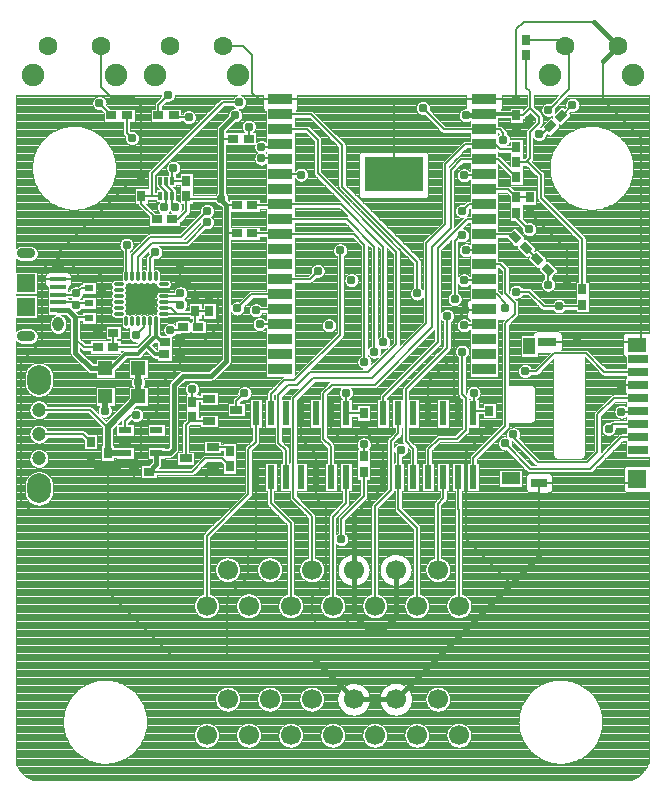
<source format=gbr>
G04 DipTrace 3.3.1.3*
G04 Bottom.gbr*
%MOMM*%
G04 #@! TF.FileFunction,Copper,L2,Bot*
G04 #@! TF.Part,Single*
%AMOUTLINE0*
4,1,4,
-0.56569,0.07071,
-0.07071,0.56569,
0.56569,-0.07071,
0.07071,-0.56569,
-0.56569,0.07071,
0*%
%AMOUTLINE2*
4,1,4,
-0.45,-0.35,
-0.45,0.35,
0.45,0.35,
0.45,-0.35,
-0.45,-0.35,
0*%
%AMOUTLINE4*
4,1,4,
-0.07071,-0.56569,
-0.56569,-0.07071,
0.07071,0.56569,
0.56569,0.07071,
-0.07071,-0.56569,
0*%
G04 #@! TA.AperFunction,Conductor*
%ADD13C,0.4*%
%ADD14C,0.2*%
%ADD15C,0.3*%
%ADD16C,0.5*%
G04 #@! TA.AperFunction,CopperBalancing*
%ADD17C,0.1*%
%ADD21R,0.7X0.9*%
%ADD22R,0.9X0.7*%
%ADD23R,0.8X0.6*%
%ADD25R,1.2X1.2*%
G04 #@! TA.AperFunction,ComponentPad*
%ADD26C,1.7*%
%ADD29R,1.35X0.4*%
G04 #@! TA.AperFunction,ComponentPad*
%ADD30O,0.95X1.25*%
%ADD31O,1.55X0.9*%
%ADD32R,1.5X1.5*%
%ADD34R,1.75X0.7*%
%ADD35R,1.5X1.3*%
%ADD36R,1.55X1.0*%
%ADD37R,1.4X0.8*%
%ADD38R,1.5X0.8*%
%ADD39R,1.0X1.45*%
%ADD41R,0.3X0.67*%
%ADD43R,1.05X0.65*%
G04 #@! TA.AperFunction,ComponentPad*
%ADD44C,1.6*%
%ADD45C,1.9*%
%ADD51O,2.0X2.5*%
%ADD52C,1.2*%
%ADD54R,2.0X0.9*%
%ADD55R,5.0X3.0*%
%ADD58O,0.85X0.3*%
%ADD59O,0.3X0.85*%
%ADD60R,2.45X2.45*%
%ADD62R,0.6X2.0*%
%ADD64R,1.1X0.6*%
G04 #@! TA.AperFunction,ViaPad*
%ADD69C,0.7874*%
%ADD140OUTLINE0*%
%ADD142OUTLINE2*%
%ADD144OUTLINE4*%
%FSLAX35Y35*%
G04*
G71*
G90*
G75*
G01*
G04 Bottom*
%LPD*%
X2238380Y3825757D2*
D13*
Y3730630D1*
X2174757Y3667007D1*
X4857630Y6683257D2*
X5009923D1*
Y6692107D1*
X2787237Y5977560D2*
Y6485123D1*
Y6565487D1*
X2905007Y6683257D1*
X2368547Y5804617D2*
D14*
X2423240D1*
X2492257Y5873633D1*
Y6000633D1*
Y5977560D1*
X2787237D1*
X5009923Y6692107D2*
D15*
X5277407D1*
X5286257Y6683257D1*
X6175257Y4175007D2*
D14*
X6313733D1*
X6318167Y4179440D1*
X2888703Y6485123D2*
X2787237D1*
X5370077Y7193910D2*
Y6918487D1*
X5402197Y6886367D1*
Y6745623D1*
X5339830Y6683257D1*
X5286257D1*
X2238380Y3825757D2*
D13*
X2349380D1*
X2383460Y3859837D1*
Y4399583D1*
X2462357Y4478480D1*
X2703603D1*
X2831090Y4605967D1*
Y5683133D1*
Y5920570D1*
X2787237Y5964423D1*
Y5977560D1*
X5286253Y6287880D2*
D14*
X5367130D1*
X5397380Y6318130D1*
Y6540380D1*
X5476757Y6619757D1*
Y6671063D1*
X5402197Y6745623D1*
X2174757Y3667007D2*
X2539880D1*
X2651007Y3778133D1*
X2793880D1*
X2857380Y3714633D1*
X2917880Y5921257D2*
X2831090Y5920570D1*
X2917880Y5683133D2*
X2831090D1*
X5841883Y5209880D2*
Y5635503D1*
X5492630Y5984757D1*
Y6175257D1*
X5380007Y6287880D1*
X5367130D1*
X2356220Y4866450D2*
X2435837D1*
X2461413Y4892027D1*
X2133209Y4939507D2*
Y4887623D1*
X2065003Y4819417D1*
X2320006Y6127633D2*
Y6091058D1*
X2370006Y6041058D1*
Y6002633D1*
Y5932384D1*
X2397007Y5905383D1*
X2183209Y5319507D2*
Y5478143D1*
X2229450Y5524383D1*
X2111260Y6000633D2*
X2196263D1*
X2268006D1*
X2270006Y6002633D1*
X2111260Y6000633D2*
Y5931903D1*
X2238547Y5804617D1*
X2196263Y6000633D2*
Y6190767D1*
X2799877Y6794380D1*
X2936757D1*
X5009923Y6565107D2*
X4672210D1*
X4493457Y6743860D1*
X5009923Y6565107D2*
X5146717D1*
X5175130Y6536693D1*
Y6476880D1*
X5008923Y6819107D2*
X5280407D1*
X5286257Y6813257D1*
X4246923Y6188907D2*
Y6183673D1*
X4238507Y6175257D1*
X1825507Y3695757D2*
Y3308870D1*
Y2649230D1*
X2396960Y2077777D1*
X2839467D1*
X3570610D1*
D13*
X3908507Y1739880D1*
X1404713Y5413883D2*
D14*
X1526583D1*
X1569953Y5370513D1*
Y5348787D1*
Y5320963D1*
X1542873Y5293883D1*
X1404713D1*
Y5413883D2*
Y5516337D1*
X2019010Y6130633D1*
X2111260D1*
Y6766373D1*
X2037480Y6840153D1*
X1852907D1*
X1767507Y6925553D1*
Y7270657D1*
X3287723Y6819207D2*
X4246923D1*
Y6819107D1*
X5008923D1*
X4246923Y6188907D2*
Y6819107D1*
X5480667Y3569473D2*
X6271200D1*
X6306133Y3604407D1*
X5480667Y3569473D2*
Y2956040D1*
D13*
X5238147Y2713520D1*
X4264507Y1739880D1*
X6175257Y4397257D2*
D14*
X6315883D1*
X6318133Y4399507D1*
X2799380Y7270630D2*
X2968507D1*
X3047880Y7191257D1*
Y6873760D1*
X3102433Y6819207D1*
X3287723D1*
X4848933Y5035930D2*
Y5036323D1*
X5004267D1*
X5009913Y5041970D1*
X3908507Y1739880D2*
D13*
X4264507D1*
X6149007Y7272047D2*
X6016507Y7139547D1*
D14*
Y6814720D1*
X6339360Y6491867D1*
Y4739407D1*
X6306133D1*
X3908507Y2835257D2*
D13*
Y3289383D1*
D14*
X4159130Y3540007D1*
Y3619380D1*
X3079630D2*
Y3016130D1*
X3016133Y2952633D1*
Y2778007D1*
X2839467Y2601340D1*
Y2077777D1*
X4848933Y5035930D2*
Y5029723D1*
X4757377Y4938167D1*
Y4643600D1*
Y4318670D1*
X4794130Y4281917D1*
Y4159380D1*
X3908507Y2835257D2*
D13*
Y2451617D1*
D14*
X3828810Y2371920D1*
X3609990D1*
X3553033Y2428877D1*
Y2608730D1*
X3672937Y2728633D1*
Y3358130D1*
X3587630Y3443437D1*
Y3619380D1*
X3994383Y4033477D2*
Y4021233D1*
X4155010Y3860607D1*
Y3619380D1*
X4159130D1*
X4540130Y4159380D2*
Y4426353D1*
X4757377Y4643600D1*
X1682630Y3791007D2*
Y3730507D1*
X1717380Y3695757D1*
X1825507D1*
X2044757Y3667007D2*
X1952507D1*
X1923757Y3695757D1*
X1825507D1*
X5286260Y6543383D2*
X5294627D1*
X5395470Y6644227D1*
X2044757Y3667007D2*
Y3606507D1*
X2079507Y3571757D1*
X2602883D1*
X2714507Y3683380D1*
X5286257Y6813257D2*
Y7413507D1*
X5349757Y7477007D1*
X5944047D1*
D13*
X6149007Y7272047D1*
X2298209Y5204507D2*
D14*
X2344873D1*
X2412863Y5272497D1*
X2440250D1*
X2513707D1*
X2567037Y5219167D1*
Y5156780D1*
X2298209Y5204507D2*
X2183209D1*
X2108209Y5129507D1*
X1404713Y5413883D2*
X1313553D1*
X1269033Y5369363D1*
Y5293883D1*
Y4772097D1*
X1088483Y4591547D1*
Y3420983D1*
X1200597Y3308870D1*
X1825507D1*
X2440250Y5272497D2*
Y5412537D1*
X2440167Y5412620D1*
X3908507Y2451617D2*
D13*
X3914020D1*
X4016257Y2349380D1*
X4175007D1*
X4264507Y2438880D1*
Y2835257D1*
X1404713Y5293883D2*
D14*
X1269033D1*
X2683593Y5155187D2*
X2568630D1*
X2567037Y5156780D1*
X2683593Y5155187D2*
X2746780D1*
X2758583Y5143383D1*
Y4889380D1*
X2635590Y4766387D1*
X2437047D1*
Y4661533D1*
X2434893Y4659380D1*
Y4562143D1*
X2254133Y4381383D1*
Y4190883D1*
X2104200Y4040950D1*
Y3920757D1*
Y3802823D1*
X2047757Y3746380D1*
Y3667007D1*
X2044757D1*
X1968380Y3920757D2*
X2104200D1*
X5545733Y4764407D2*
X6281133D1*
X6306133Y4739407D1*
X5712780Y5245050D2*
Y5543307D1*
X5397383Y5858703D1*
X5057007Y4052283D2*
Y4033643D1*
X4859510Y3836147D1*
Y3092157D1*
X5238147Y2713520D1*
X3460630Y4159380D2*
Y3945930D1*
X3587630Y3818930D1*
Y3619380D1*
X3994383Y4033477D2*
X3993860D1*
X3922997Y3962613D1*
X3787123D1*
X3714630Y4035107D1*
Y4159380D1*
X1569953Y5348787D2*
X1747100D1*
X1776757Y5319130D1*
Y5222757D1*
Y5095757D1*
Y4968757D1*
Y4874737D1*
X1743630Y4841610D1*
X2370006Y6127633D2*
X2489257D1*
X2492257Y6130633D1*
X2920880Y5048130D2*
X3041823Y5169073D1*
X3287717D1*
X2370006Y6127633D2*
Y6227633D1*
X2381130Y6238757D1*
X5009923Y6057107D2*
X5216903D1*
X5286253Y5987757D1*
Y5988703D1*
X5397383D1*
X5009923Y5168107D2*
X5118657D1*
X5191007Y5095757D1*
Y5048130D1*
X4841757Y4905257D2*
X5000200D1*
X5009913Y4914970D1*
X2384133Y6683257D2*
Y6665987D1*
X2510463D1*
X4841757Y5286257D2*
X5001073D1*
X5009923Y5295107D1*
X5370077Y7323910D2*
X5647143D1*
X5699007Y7272047D1*
X5556133Y6730880D2*
X5560820D1*
X5733303Y6903363D1*
Y7272047D1*
X5699007D1*
X3111163Y4915873D2*
X3286917D1*
X3287717Y4915073D1*
X4081017Y4682660D2*
Y5570747D1*
X3848557Y5803207D1*
X3287723D1*
X5258127Y3981687D2*
X5230670D1*
X5467480Y3744877D1*
X5883710D1*
X5971487Y3832653D1*
Y4150233D1*
X6110693Y4289440D1*
X6318167D1*
X3287723Y5930207D2*
X3796960D1*
X4159133Y5568033D1*
Y4762383D1*
X5360040Y4517107D2*
X5453730D1*
X5603757Y4667133D1*
X5873630D1*
X6031357Y4509407D1*
X6318133D1*
X3047880Y5921257D2*
X3278773D1*
X3287723Y5930207D1*
X3287717Y5042073D2*
X3079630D1*
Y5032257D1*
X1987257Y6683257D2*
Y6532473D1*
X2029660Y6490070D1*
X3287723Y6184207D2*
X3458310D1*
X3462393Y6180123D1*
X4413130Y3619380D2*
Y3861173D1*
X4349630Y3924673D1*
Y4365503D1*
X4698880Y4714753D1*
Y4984630D1*
X3333630Y3619380D2*
Y3846983D1*
X3270130Y3910483D1*
Y4312093D1*
X3355510Y4397473D1*
X3429100D1*
X3540010Y4508383D1*
X4032133D1*
X4270257Y4746507D1*
Y5524383D1*
X3603507Y6191133D1*
Y6476880D1*
X3515180Y6565207D1*
X3287723D1*
X6065917Y4028817D2*
X6106573Y4069473D1*
X6318167D1*
X3287723Y6692207D2*
X3546933D1*
X3809883Y6429257D1*
Y6080007D1*
X4444883Y5445007D1*
Y5175133D1*
X5646877Y5067140D2*
X5516737D1*
X5392870Y5191007D1*
X5286257D1*
X5646877Y5067140D2*
X5829143D1*
X5841883Y5079880D1*
X4857630Y5540257D2*
X5001073D1*
X5009923Y5549107D1*
X3206630Y4159380D2*
Y4326770D1*
X3318283Y4438423D1*
X3406550D1*
X3794007Y4825880D1*
Y5540257D1*
X4921130Y3619380D2*
Y3784247D1*
X5191007Y4054123D1*
Y4921133D1*
X5270380Y5000507D1*
Y5095760D1*
X5191007Y5175133D1*
Y5381507D1*
X5150407Y5422107D1*
X5009923D1*
X4540130Y3619380D2*
Y3856177D1*
X4629107Y3945153D1*
X4781093D1*
X4857630Y4021690D1*
Y4289663D1*
X4825880Y4321413D1*
Y4683007D1*
X5009923Y5930107D2*
X4882353D1*
X4825880Y5873633D1*
Y5667257D2*
X4810010D1*
X4762383Y5619630D1*
Y5127507D1*
X4159130Y4159380D2*
Y4302007D1*
X4619507Y4762383D1*
Y5556130D1*
X4866483Y5803107D1*
X5009923D1*
X3714630Y3619380D2*
Y3880617D1*
X3649383Y3945863D1*
Y4329290D1*
X3721977Y4401883D1*
X4084383D1*
X4571880Y4889380D1*
Y5572007D1*
X4730630Y5730757D1*
Y6222880D1*
X4818857Y6311107D1*
X5009923D1*
X5133027D1*
X5286253Y6157880D1*
X3287717Y5296073D2*
X3533950D1*
X3603507Y5365630D1*
X5476757Y6524507D2*
X5506163D1*
X5570475Y6588818D1*
X5573561D1*
X3999127Y4595690D2*
Y5589137D1*
X3911190Y5677073D1*
X3287717D1*
X5189487Y3904913D2*
X5184963D1*
X5399430Y3690447D1*
X5906293D1*
X6175287Y3959440D1*
X6318167D1*
X3047880Y5683133D2*
X3281657D1*
X3287717Y5677073D1*
X2254133Y6683257D2*
Y6774187D1*
X2337830Y6857883D1*
X1968380Y4015757D2*
Y4093857D1*
X2019553Y4145030D1*
X2067180D1*
X1242710Y3984313D2*
X1619323D1*
X1682630Y3921007D1*
X1755710Y6786330D2*
Y6784803D1*
X1857257Y6683257D1*
X5665485Y6680742D2*
X5668552D1*
X5760480Y6772670D1*
X2714507Y3873380D2*
X2828633D1*
X2857380Y3844633D1*
X5009923Y5676107D2*
X5250293D1*
X5275351Y5651049D1*
X4841757Y6175257D2*
X5001073D1*
X5009923Y6184107D1*
X3018703Y6485123D2*
Y6587690D1*
X3018980Y6587967D1*
X2183209Y4939507D2*
Y4826756D1*
X2078223Y4721770D1*
X1873630D1*
Y4841610D2*
Y4721770D1*
X5367275Y5559125D2*
X5369512D1*
X5461328Y5467309D1*
X2682757Y4095630D2*
X2571630D1*
X2539880Y4127380D1*
X2484507Y3778380D2*
Y4062660D1*
X2549227Y4127380D1*
X2539880D1*
X2270006Y6127633D2*
Y6086928D1*
X2320006Y6036928D1*
Y6002633D1*
Y5923633D1*
X2301757Y5905383D1*
X1983209Y5319507D2*
Y5586179D1*
X1984493Y5587463D1*
X5395043Y5717620D2*
X5386807D1*
X5286253Y5818173D1*
Y5857757D1*
X1801147Y4183133D2*
D16*
Y4301873D1*
X1803053Y4303780D1*
X3994260Y3664937D2*
D14*
Y3458407D1*
X3802930Y3267077D1*
Y3093990D1*
X5555667Y5249677D2*
X5553252Y5252091D1*
Y5375385D1*
X4798507Y2530257D2*
Y3345130D1*
X4794130Y3349507D1*
Y3619380D1*
X4620507Y2835257D2*
Y3396133D1*
X4667130Y3442757D1*
Y3619380D1*
X3730507Y2530257D2*
Y3286007D1*
X3841630Y3397130D1*
Y3619380D1*
X4442507Y2530257D2*
Y3193133D1*
X4286130Y3349510D1*
Y3619380D1*
Y3830037D1*
X4308363Y3852270D1*
X3993723Y3897017D2*
Y3795473D1*
X3994260Y3794937D1*
X4086507Y2530257D2*
Y3372133D1*
X4222630Y3508257D1*
Y3928750D1*
X4286130Y3992250D1*
Y4159380D1*
X2662507Y2530257D2*
Y3122883D1*
X3016130Y3476507D1*
Y3858113D1*
X3079630Y3921613D1*
Y4159380D1*
X5009923Y6438107D2*
X5102783D1*
X5143383Y6397507D1*
X5270383D1*
X5286260Y6413383D1*
X3552507Y2835257D2*
Y3289380D1*
X3397130Y3444757D1*
Y4286127D1*
X3566863Y4455860D1*
X4058987D1*
X4524257Y4921130D1*
Y5603757D1*
X4683007Y5762507D1*
Y6270507D1*
X4850607Y6438107D1*
X5009923D1*
X3374507Y2530257D2*
Y3229257D1*
X3206630Y3397133D1*
Y3619380D1*
X1404713Y5033883D2*
D13*
X1488447D1*
X1549947Y4972383D1*
Y4793110D1*
Y4674927D1*
X1682970Y4541903D1*
X1803053D1*
X1743630Y4721770D2*
D14*
X1621287D1*
X1549947Y4793110D1*
X2233209Y4939507D2*
D15*
Y4815599D1*
X2153093Y4735483D1*
X2078643Y4661033D1*
X1974480D1*
X1855350Y4541903D1*
X1803053D1*
X2307047Y4766387D2*
X2282422D1*
X2233209Y4815599D1*
X2304893Y4659380D2*
X2229197D1*
X2153093Y4735483D1*
X1549947Y4972383D2*
D14*
X1663130D1*
X1666757Y4968757D1*
X1404713Y5163883D2*
X1544383D1*
X1555630Y5175130D1*
X2298209Y5154507D2*
X2420460D1*
X2441083Y5175130D1*
X1666757Y5222757D2*
X1603257D1*
X1555630Y5175130D1*
X1404713Y5098883D2*
X1536630D1*
X1555630Y5079883D1*
X2298209Y5104507D2*
X2416460D1*
X2441083Y5079883D1*
X1666757Y5095757D2*
X1571503D1*
X1555630Y5079883D1*
X3127257Y6413380D2*
X3262897D1*
X3287723Y6438207D1*
X2033209Y5319507D2*
Y5500233D1*
X2187657Y5654680D1*
X2447930D1*
X2666880Y5873630D1*
X3127257Y6318133D2*
X3280797D1*
X3287723Y6311207D1*
X2083209Y5319507D2*
Y5485913D1*
X2201693Y5604397D1*
X2492893D1*
X2666880Y5778383D1*
X2083053Y4541903D2*
D16*
Y4414903D1*
Y4303780D1*
X1968380Y3825757D2*
X1825507D1*
X2082187Y4422720D2*
X2083053Y4414903D1*
X2682757Y4285630D2*
D14*
X2568130D1*
X2539880Y4257380D1*
Y4365507D1*
X1825507Y3825757D2*
D16*
Y4038787D1*
Y4046233D1*
X2083053Y4303780D1*
X1242710Y4190663D2*
D14*
X1673630D1*
X1825507Y4038787D1*
X2912757Y4190630D2*
Y4262133D1*
X2981107Y4330483D1*
X2983267D1*
X3994383Y4163477D2*
X3845727D1*
X3841630Y4159380D1*
X4922397Y4334487D2*
Y4160647D1*
X4921130Y4159380D1*
X5057007Y4182283D2*
X4944033D1*
X4921130Y4159380D1*
X3841563Y4333917D2*
Y4159447D1*
X3841630Y4159380D1*
X2567037Y5026780D2*
Y4892027D1*
X2591413D1*
X2298209Y5004507D2*
X2408697D1*
X2544763D1*
X2567037Y5026780D1*
X2298209Y5054507D2*
X2358697D1*
X2408697Y5004507D1*
X2683593Y5025187D2*
X2568630D1*
X2567037Y5026780D1*
D69*
X2510463Y6665987D3*
X5476757Y6524507D3*
X2337830Y6857883D3*
X5760480Y6772670D3*
X1555630Y5175130D3*
Y5079883D3*
X2441083Y5175130D3*
Y5079883D3*
X2787237Y5977560D3*
X2301757Y5905383D3*
X2397007D3*
X1984493Y5587463D3*
X2229450Y5524383D3*
X2936757Y6794380D3*
X4493457Y6743860D3*
X2381130Y6238757D3*
X2920880Y5048130D3*
X4841757Y6175257D3*
X2065003Y4819417D3*
X2356220Y4866450D3*
X2905007Y6683257D3*
X4857630D3*
X2440167Y5412620D3*
X3111163Y4915873D3*
X5191007Y5048130D3*
X3802930Y3093990D3*
X4238507Y6175257D3*
X4063883Y6286380D3*
X4429007D3*
X4063883Y6080007D3*
X4429007D3*
X5395043Y5717620D3*
X5555667Y5249677D3*
X3127257Y6413380D3*
Y6318133D3*
X2666880Y5873630D3*
Y5778383D3*
X4825880Y4683007D3*
X4308363Y3852270D3*
X3794007Y5540257D3*
X4857630D3*
X4698880Y4984630D3*
X1801147Y4183133D3*
X2082187Y4422720D3*
X1755710Y6786330D3*
X2029660Y6490070D3*
X3462393Y6180123D3*
X4841757Y4905257D3*
X2539880Y4365507D3*
X4841757Y5286257D3*
X3698757Y4905257D3*
X3889257Y5286257D3*
X5395470Y6644227D3*
X3079630Y5032257D3*
X3603507Y5365630D3*
X6175257Y4397257D3*
X4848933Y5035930D3*
X6175257Y4175007D3*
X4159133Y4762383D3*
X3841563Y4333917D3*
X3018980Y6587967D3*
X2983267Y4330483D3*
X4922397Y4334487D3*
X5556133Y6730880D3*
X5175130Y6476880D3*
X5712780Y5245050D3*
X4825880Y5873633D3*
X2067180Y4145030D3*
X5286257Y5191007D3*
X5646877Y5067140D3*
X4825880Y5667257D3*
X4762383Y5127507D3*
X3993723Y3897017D3*
X5794983Y4764723D3*
X4081017Y4682660D3*
X5258127Y3981687D3*
X5360040Y4517107D3*
X6065917Y4028817D3*
X4444883Y5175133D3*
X3999127Y4595690D3*
X5189487Y3904913D3*
X1053643Y6843217D2*
D17*
X1735725D1*
X1775694D2*
X2278674D1*
X2396983D2*
X2900960D1*
X2972569D2*
X3141174D1*
X3430831D2*
X4855686D1*
X5161202D2*
X5370588D1*
X5433799D2*
X5628889D1*
X5717432D2*
X6407385D1*
X1053643Y6833550D2*
X1717737D1*
X1793682D2*
X2269221D1*
X2393643D2*
X2890354D1*
X2983174D2*
X3141174D1*
X3430831D2*
X4855686D1*
X5161202D2*
X5370588D1*
X5433799D2*
X5619221D1*
X5707764D2*
X6407385D1*
X1053643Y6823883D2*
X1707952D1*
X1803467D2*
X2259553D1*
X2388233D2*
X2790764D1*
X2989971D2*
X3141174D1*
X3430831D2*
X4855686D1*
X5161202D2*
X5370588D1*
X5433799D2*
X5609553D1*
X5698096D2*
X5728284D1*
X5792686D2*
X6407385D1*
X1053643Y6814217D2*
X1701624D1*
X1809795D2*
X2249885D1*
X2379932D2*
X2775432D1*
X2994346D2*
X3141174D1*
X3430831D2*
X4855686D1*
X5161202D2*
X5370588D1*
X5433799D2*
X5599885D1*
X5688428D2*
X5716233D1*
X5804717D2*
X6407385D1*
X1053643Y6804550D2*
X1697581D1*
X1813838D2*
X2240217D1*
X2366260D2*
X2765764D1*
X2996866D2*
X3141174D1*
X3430831D2*
X4855686D1*
X5161202D2*
X5370588D1*
X5433799D2*
X5590217D1*
X5678760D2*
X5708694D1*
X5812276D2*
X6407385D1*
X1053643Y6794883D2*
X1695354D1*
X1816065D2*
X2230588D1*
X2319112D2*
X2756096D1*
X2997725D2*
X3141174D1*
X3430831D2*
X4460940D1*
X4525967D2*
X4855686D1*
X5161202D2*
X5370588D1*
X5433799D2*
X5580549D1*
X5669092D2*
X5703772D1*
X5817178D2*
X6407385D1*
X1053643Y6785217D2*
X1694749D1*
X1816670D2*
X2224592D1*
X2309444D2*
X2746428D1*
X2997022D2*
X3141174D1*
X3430831D2*
X4449026D1*
X4537881D2*
X4855686D1*
X5161202D2*
X5370588D1*
X5433799D2*
X5529749D1*
X5659424D2*
X5700842D1*
X5820128D2*
X6407385D1*
X1053643Y6775550D2*
X1695725D1*
X1815694D2*
X2222561D1*
X2299776D2*
X2736780D1*
X2994698D2*
X3141174D1*
X3430831D2*
X4441545D1*
X4545362D2*
X4855686D1*
X5161202D2*
X5370588D1*
X5433799D2*
X5515120D1*
X5649756D2*
X5699573D1*
X5821378D2*
X6407385D1*
X1053643Y6765883D2*
X1698342D1*
X1818897D2*
X2222542D1*
X2290108D2*
X2727112D1*
X2990518D2*
X3141174D1*
X3430831D2*
X4436682D1*
X4550245D2*
X4855686D1*
X5161202D2*
X5370588D1*
X5433799D2*
X5506448D1*
X5640108D2*
X5699905D1*
X5821065D2*
X6407385D1*
X1053643Y6756217D2*
X1702854D1*
X1828565D2*
X2222542D1*
X2285733D2*
X2717444D1*
X2805987D2*
X2889495D1*
X2984014D2*
X3141174D1*
X3430831D2*
X4433772D1*
X4553135D2*
X4855686D1*
X5161202D2*
X5368518D1*
X5435870D2*
X5500784D1*
X5630440D2*
X5663381D1*
X5681729D2*
X5699749D1*
X5819151D2*
X6407385D1*
X1053643Y6746550D2*
X1709827D1*
X1838233D2*
X2222542D1*
X2285733D2*
X2707776D1*
X2796319D2*
X2899573D1*
X2973936D2*
X3141174D1*
X3430831D2*
X4432542D1*
X4554366D2*
X4855686D1*
X5161202D2*
X5229651D1*
X5342862D2*
X5358850D1*
X5445538D2*
X5497249D1*
X5620772D2*
X5651663D1*
X5815460D2*
X6407385D1*
X1053643Y6736883D2*
X1720784D1*
X2053858D2*
X2187542D1*
X2450733D2*
X2698108D1*
X2786651D2*
X2877170D1*
X2954795D2*
X3142717D1*
X3429307D2*
X4432893D1*
X4554014D2*
X4829788D1*
X5159678D2*
X5229651D1*
X5342862D2*
X5349182D1*
X5455206D2*
X5495471D1*
X5616807D2*
X5641995D1*
X5809600D2*
X6407385D1*
X1053643Y6727217D2*
X1744612D1*
X2053858D2*
X2187542D1*
X2450733D2*
X2688440D1*
X2776983D2*
X2863225D1*
X2946807D2*
X3147659D1*
X3424346D2*
X4434846D1*
X4554366D2*
X4815842D1*
X5464874D2*
X5495276D1*
X5616983D2*
X5632327D1*
X5800596D2*
X6407385D1*
X1053643Y6717550D2*
X1778694D1*
X2053858D2*
X2187542D1*
X2450733D2*
X2478850D1*
X2542081D2*
X2678772D1*
X2767315D2*
X2854807D1*
X2955206D2*
X3159182D1*
X3565088D2*
X4438557D1*
X4564034D2*
X4807424D1*
X5474542D2*
X5496663D1*
X5615596D2*
X5622659D1*
X5785108D2*
X6407385D1*
X1053643Y6707883D2*
X1788362D1*
X2053858D2*
X2187542D1*
X2450733D2*
X2466565D1*
X2554366D2*
X2669104D1*
X2757647D2*
X2849319D1*
X2960694D2*
X3166116D1*
X3575538D2*
X4444475D1*
X4573702D2*
X4801956D1*
X5484210D2*
X5499749D1*
X5739971D2*
X6407385D1*
X1053643Y6698217D2*
X1790667D1*
X2053858D2*
X2187542D1*
X2450733D2*
X2458889D1*
X2562042D2*
X2659436D1*
X2747979D2*
X2845940D1*
X2964073D2*
X3166116D1*
X3585206D2*
X4453557D1*
X4583370D2*
X4798557D1*
X5399073D2*
X5405345D1*
X5493878D2*
X5504846D1*
X5740831D2*
X6407385D1*
X1053643Y6688550D2*
X1790667D1*
X2053858D2*
X2187542D1*
X2567022D2*
X2649768D1*
X2738331D2*
X2844280D1*
X2965733D2*
X3166116D1*
X3594874D2*
X4469280D1*
X4593038D2*
X4796897D1*
X5389405D2*
X5415003D1*
X5502862D2*
X5512659D1*
X5743643D2*
X6407385D1*
X1053643Y6678883D2*
X1790667D1*
X2053858D2*
X2187542D1*
X2570030D2*
X2640100D1*
X2728663D2*
X2842210D1*
X2965811D2*
X3166116D1*
X3604542D2*
X4514163D1*
X4602706D2*
X4796819D1*
X5379737D2*
X5424670D1*
X5507335D2*
X5525256D1*
X5741612D2*
X6407385D1*
X1053643Y6669217D2*
X1790667D1*
X2053858D2*
X2187542D1*
X2571338D2*
X2630432D1*
X2718995D2*
X2832542D1*
X2964307D2*
X3166116D1*
X3614190D2*
X4523831D1*
X4612374D2*
X4798323D1*
X5370069D2*
X5434319D1*
X5508350D2*
X5587795D1*
X5733585D2*
X6407385D1*
X1053643Y6659550D2*
X1790667D1*
X2053858D2*
X2187542D1*
X2571085D2*
X2620764D1*
X2709327D2*
X2822874D1*
X2961085D2*
X3166116D1*
X3409327D2*
X3535315D1*
X3623858D2*
X4533499D1*
X4622042D2*
X4801545D1*
X5360186D2*
X5443987D1*
X5508350D2*
X5564670D1*
X5723917D2*
X6407385D1*
X1053643Y6649883D2*
X1790667D1*
X2053858D2*
X2187542D1*
X2569229D2*
X2611096D1*
X2699659D2*
X2813225D1*
X2955831D2*
X3166116D1*
X3409327D2*
X3544983D1*
X3633526D2*
X4543167D1*
X4631710D2*
X4806799D1*
X5131534D2*
X5229651D1*
X5342862D2*
X5445159D1*
X5508350D2*
X5555003D1*
X5714249D2*
X6407385D1*
X1053643Y6640217D2*
X1790667D1*
X2053858D2*
X2187542D1*
X2565616D2*
X2601428D1*
X2689991D2*
X2803557D1*
X2947764D2*
X2988538D1*
X3049405D2*
X3166116D1*
X3409327D2*
X3554651D1*
X3643194D2*
X4552815D1*
X4641378D2*
X4814866D1*
X5131534D2*
X5229651D1*
X5342862D2*
X5445159D1*
X5508350D2*
X5545335D1*
X5704600D2*
X6407385D1*
X1053643Y6630550D2*
X1790667D1*
X2053858D2*
X2187542D1*
X2450733D2*
X2461077D1*
X2559835D2*
X2591780D1*
X2680323D2*
X2793889D1*
X2934620D2*
X2975745D1*
X3062198D2*
X3166116D1*
X3409327D2*
X3564319D1*
X3652862D2*
X4562483D1*
X4651045D2*
X4828030D1*
X5131534D2*
X5229651D1*
X5342862D2*
X5443284D1*
X5508350D2*
X5535667D1*
X5694932D2*
X6407385D1*
X1053643Y6620883D2*
X1955647D1*
X2018858D2*
X2469944D1*
X2550987D2*
X2582112D1*
X2670655D2*
X2784221D1*
X2901045D2*
X2967854D1*
X3070108D2*
X3166116D1*
X3409327D2*
X3573987D1*
X3662530D2*
X4572151D1*
X4660713D2*
X4888323D1*
X5131534D2*
X5229651D1*
X5342862D2*
X5433616D1*
X5508350D2*
X5525999D1*
X5685264D2*
X6407385D1*
X1053643Y6611217D2*
X1955647D1*
X2018858D2*
X2485042D1*
X2535889D2*
X2572444D1*
X2660987D2*
X2774553D1*
X2891378D2*
X2962698D1*
X3075264D2*
X3166116D1*
X3409327D2*
X3583655D1*
X3672198D2*
X4581819D1*
X4670381D2*
X4888323D1*
X5131534D2*
X5423948D1*
X5507139D2*
X5516331D1*
X5675596D2*
X6407385D1*
X1053643Y6601550D2*
X1955647D1*
X2018858D2*
X2562776D1*
X2651319D2*
X2764885D1*
X2881710D2*
X2959573D1*
X3078389D2*
X3166116D1*
X3409327D2*
X3593323D1*
X3681866D2*
X4591487D1*
X4680049D2*
X4888323D1*
X5131534D2*
X5414280D1*
X5502354D2*
X5506663D1*
X5650928D2*
X6407385D1*
X1053643Y6591883D2*
X1499221D1*
X1580303D2*
X1955647D1*
X2018858D2*
X2553108D1*
X2641651D2*
X2755393D1*
X2872042D2*
X2958147D1*
X3079815D2*
X3166116D1*
X3531163D2*
X3602991D1*
X3691534D2*
X4601155D1*
X5162530D2*
X5404612D1*
X5493155D2*
X5498049D1*
X5651338D2*
X5880725D1*
X5961788D2*
X6407385D1*
X1053643Y6582217D2*
X1447678D1*
X1631846D2*
X1955647D1*
X2018858D2*
X2543440D1*
X2631983D2*
X2749241D1*
X2862393D2*
X2958284D1*
X3079678D2*
X3166116D1*
X3542452D2*
X3612639D1*
X3701202D2*
X4610823D1*
X5173878D2*
X5394944D1*
X5646534D2*
X5829163D1*
X6013350D2*
X6407385D1*
X1053643Y6572550D2*
X1416917D1*
X1662588D2*
X1955647D1*
X2018858D2*
X2533772D1*
X2622315D2*
X2746253D1*
X2852725D2*
X2960022D1*
X3077940D2*
X3166116D1*
X3552120D2*
X3622307D1*
X3710870D2*
X4620491D1*
X5183545D2*
X5385276D1*
X5636924D2*
X5798420D1*
X6044092D2*
X6407385D1*
X1053643Y6562883D2*
X1393147D1*
X1686378D2*
X1955647D1*
X2018858D2*
X2524104D1*
X2612647D2*
X2745628D1*
X2843057D2*
X2963499D1*
X3074444D2*
X3166116D1*
X3561788D2*
X3631975D1*
X3720538D2*
X4630159D1*
X5193213D2*
X5375608D1*
X5627256D2*
X5774651D1*
X6067862D2*
X6407385D1*
X1053643Y6553217D2*
X1373303D1*
X1706221D2*
X1955647D1*
X2018858D2*
X2514436D1*
X2602979D2*
X2745628D1*
X2833389D2*
X2969104D1*
X3068858D2*
X3166116D1*
X3571436D2*
X3641643D1*
X3730206D2*
X4639827D1*
X5201885D2*
X5368596D1*
X5617588D2*
X5754807D1*
X6087725D2*
X6407385D1*
X1053643Y6543550D2*
X1356096D1*
X1723409D2*
X1955647D1*
X2057803D2*
X2504768D1*
X2593331D2*
X2745628D1*
X2828838D2*
X2977678D1*
X3060264D2*
X3166116D1*
X3581104D2*
X3651311D1*
X3739874D2*
X4649495D1*
X5205948D2*
X5365940D1*
X5607920D2*
X5737600D1*
X6104913D2*
X6407385D1*
X1053643Y6533883D2*
X1340862D1*
X1738643D2*
X1955647D1*
X2071612D2*
X2495100D1*
X2583663D2*
X2745628D1*
X3085303D2*
X3166116D1*
X3409327D2*
X3502229D1*
X3590772D2*
X3660979D1*
X3749542D2*
X4888323D1*
X5206729D2*
X5365784D1*
X5598253D2*
X5722366D1*
X6120147D2*
X6407385D1*
X1053643Y6524217D2*
X1327151D1*
X1752354D2*
X1956799D1*
X2079952D2*
X2485432D1*
X2573995D2*
X2745628D1*
X3085303D2*
X3166116D1*
X3409327D2*
X3511897D1*
X3600440D2*
X3670647D1*
X3759190D2*
X4888323D1*
X5131534D2*
X5137307D1*
X5212940D2*
X5365784D1*
X5588585D2*
X5708655D1*
X6133858D2*
X6407385D1*
X1053643Y6514550D2*
X1314710D1*
X1764815D2*
X1961448D1*
X2085401D2*
X2475764D1*
X2564327D2*
X2745628D1*
X3085303D2*
X3166116D1*
X3409327D2*
X3521565D1*
X3610108D2*
X3680315D1*
X3768858D2*
X4888323D1*
X5222784D2*
X5365784D1*
X5540479D2*
X5554944D1*
X5578038D2*
X5696194D1*
X6146319D2*
X6407385D1*
X1053643Y6504883D2*
X1303303D1*
X1776202D2*
X1970549D1*
X2088780D2*
X2466096D1*
X2554659D2*
X2745628D1*
X3085303D2*
X3166116D1*
X3409327D2*
X3531233D1*
X3619776D2*
X3689983D1*
X3778526D2*
X4888323D1*
X5229151D2*
X5365784D1*
X5534424D2*
X5684807D1*
X6157706D2*
X6407385D1*
X1053643Y6495217D2*
X1292815D1*
X1786710D2*
X1968909D1*
X2090401D2*
X2456428D1*
X2544991D2*
X2745628D1*
X3085303D2*
X3166116D1*
X3409327D2*
X3540901D1*
X3628995D2*
X3699651D1*
X3788194D2*
X4888323D1*
X5233233D2*
X5365784D1*
X5530088D2*
X5674319D1*
X6168213D2*
X6407385D1*
X1053643Y6485550D2*
X1283108D1*
X1796397D2*
X1968870D1*
X2090460D2*
X2446780D1*
X2535323D2*
X2745628D1*
X3085303D2*
X3166116D1*
X3409327D2*
X3550569D1*
X3633858D2*
X3709319D1*
X3797862D2*
X4888323D1*
X5235479D2*
X5365784D1*
X5523350D2*
X5664612D1*
X6177901D2*
X6407385D1*
X1053643Y6475883D2*
X1274124D1*
X1805401D2*
X1970393D1*
X2088936D2*
X2437112D1*
X2525655D2*
X2745628D1*
X3085303D2*
X3166116D1*
X3409327D2*
X3560237D1*
X3635108D2*
X3718987D1*
X3807530D2*
X4888323D1*
X5342862D2*
X5365784D1*
X5428975D2*
X5440647D1*
X5512862D2*
X5655628D1*
X6186885D2*
X6407385D1*
X1053643Y6466217D2*
X1265764D1*
X1813741D2*
X1973635D1*
X2085674D2*
X2427444D1*
X2515987D2*
X2745628D1*
X3085303D2*
X3097893D1*
X3156631D2*
X3166116D1*
X3409327D2*
X3569885D1*
X3635108D2*
X3728655D1*
X3817198D2*
X4837522D1*
X5342862D2*
X5365784D1*
X5428975D2*
X5461663D1*
X5491846D2*
X5647268D1*
X6195245D2*
X6407385D1*
X1053643Y6456550D2*
X1257991D1*
X1821514D2*
X1978928D1*
X2080381D2*
X2417776D1*
X2506319D2*
X2745628D1*
X3409327D2*
X3571897D1*
X3635108D2*
X3738323D1*
X3826866D2*
X4824768D1*
X5342862D2*
X5365784D1*
X5428975D2*
X5639495D1*
X6203018D2*
X6407385D1*
X1053643Y6446883D2*
X1250764D1*
X1828760D2*
X1987053D1*
X2072276D2*
X2408108D1*
X2496651D2*
X2745628D1*
X3409327D2*
X3571897D1*
X3635108D2*
X3747991D1*
X3835889D2*
X4815100D1*
X5342862D2*
X5365784D1*
X5428975D2*
X5632249D1*
X6210264D2*
X6407385D1*
X1053643Y6437217D2*
X1244006D1*
X1835499D2*
X2000315D1*
X2058995D2*
X2398440D1*
X2486983D2*
X2745628D1*
X3409327D2*
X3571897D1*
X3635108D2*
X3757639D1*
X3840420D2*
X4805432D1*
X5221104D2*
X5229651D1*
X5342862D2*
X5365784D1*
X5428975D2*
X5625510D1*
X6217003D2*
X6407385D1*
X1053643Y6427550D2*
X1237717D1*
X1841788D2*
X2388772D1*
X2477315D2*
X2745628D1*
X2828838D2*
X3067991D1*
X3409327D2*
X3571897D1*
X3635108D2*
X3767307D1*
X3841475D2*
X4795784D1*
X5342862D2*
X5365784D1*
X5428975D2*
X5619221D1*
X6223292D2*
X6407385D1*
X1053643Y6417883D2*
X1231878D1*
X1847628D2*
X2379104D1*
X2467647D2*
X2745628D1*
X2828838D2*
X3066448D1*
X3409327D2*
X3571897D1*
X3635108D2*
X3776975D1*
X3841475D2*
X4786116D1*
X5342862D2*
X5365784D1*
X5428975D2*
X5613381D1*
X6229131D2*
X6407385D1*
X1053643Y6408217D2*
X1226428D1*
X1853077D2*
X2369436D1*
X2457979D2*
X2745628D1*
X2828838D2*
X3066506D1*
X3409327D2*
X3571897D1*
X3635108D2*
X3778284D1*
X3841475D2*
X4776448D1*
X5342862D2*
X5365784D1*
X5428975D2*
X5607932D1*
X6234581D2*
X6407385D1*
X1053643Y6398550D2*
X1221389D1*
X1858135D2*
X2359768D1*
X2448331D2*
X2745628D1*
X2828838D2*
X3068147D1*
X3409327D2*
X3571897D1*
X3635108D2*
X3778284D1*
X3841475D2*
X4766780D1*
X4855323D2*
X4888323D1*
X5342862D2*
X5365784D1*
X5428975D2*
X5602874D1*
X6239639D2*
X6407385D1*
X1053643Y6388883D2*
X1216702D1*
X1862823D2*
X2350100D1*
X2438663D2*
X2745628D1*
X2828838D2*
X3071526D1*
X3409327D2*
X3571897D1*
X3635108D2*
X3778284D1*
X3841475D2*
X4757112D1*
X4845655D2*
X4888323D1*
X5342862D2*
X5365784D1*
X5428975D2*
X5598186D1*
X6244327D2*
X6407385D1*
X1053643Y6379217D2*
X1212366D1*
X1867159D2*
X2340432D1*
X2428995D2*
X2745628D1*
X2828838D2*
X3076975D1*
X3409327D2*
X3571897D1*
X3635108D2*
X3778284D1*
X3841475D2*
X4747444D1*
X4835987D2*
X4888323D1*
X5342862D2*
X5365784D1*
X5428975D2*
X5593870D1*
X6248643D2*
X6407385D1*
X1053643Y6369550D2*
X1208362D1*
X1871143D2*
X2330764D1*
X2419327D2*
X2745628D1*
X2828838D2*
X3085335D1*
X3409327D2*
X3571897D1*
X3635108D2*
X3778284D1*
X3841475D2*
X3964378D1*
X4525713D2*
X4737776D1*
X4826319D2*
X4888323D1*
X5342862D2*
X5365784D1*
X5428975D2*
X5589866D1*
X6252647D2*
X6407385D1*
X1053643Y6359883D2*
X1204710D1*
X1874815D2*
X2321096D1*
X2409659D2*
X2745628D1*
X2828838D2*
X3083206D1*
X3409327D2*
X3571897D1*
X3635108D2*
X3778284D1*
X3841475D2*
X3954690D1*
X4535401D2*
X4728108D1*
X4816651D2*
X4888323D1*
X5131514D2*
X5229651D1*
X5342862D2*
X5365784D1*
X5428975D2*
X5586213D1*
X6256299D2*
X6407385D1*
X1053643Y6350217D2*
X1201350D1*
X1878155D2*
X2311428D1*
X2399991D2*
X2745628D1*
X2828838D2*
X3075588D1*
X3409327D2*
X3571897D1*
X3635108D2*
X3778284D1*
X3841475D2*
X3950432D1*
X4539659D2*
X4718440D1*
X4806983D2*
X4888323D1*
X5131514D2*
X5229651D1*
X5342862D2*
X5365784D1*
X5428975D2*
X5582854D1*
X6259659D2*
X6407385D1*
X1053643Y6340550D2*
X1198323D1*
X1881202D2*
X2301780D1*
X2390323D2*
X2745628D1*
X2828838D2*
X3070628D1*
X3409327D2*
X3571897D1*
X3635108D2*
X3778284D1*
X3841475D2*
X3949397D1*
X4540674D2*
X4708772D1*
X4797335D2*
X4809514D1*
X5142354D2*
X5229651D1*
X5342862D2*
X5365784D1*
X5428975D2*
X5579807D1*
X6262706D2*
X6407385D1*
X1053643Y6330883D2*
X1195569D1*
X1883936D2*
X2292112D1*
X2380655D2*
X2745628D1*
X2828838D2*
X3067659D1*
X3409327D2*
X3571897D1*
X3635108D2*
X3778284D1*
X3841475D2*
X3949397D1*
X4540674D2*
X4699104D1*
X4787667D2*
X4794358D1*
X5157530D2*
X5229651D1*
X5342862D2*
X5365784D1*
X5428975D2*
X5577073D1*
X6265440D2*
X6407385D1*
X1053643Y6321217D2*
X1193128D1*
X1886397D2*
X2282444D1*
X2370987D2*
X2745628D1*
X2828838D2*
X3066370D1*
X3409327D2*
X3571897D1*
X3635108D2*
X3778284D1*
X3841475D2*
X3949397D1*
X4540674D2*
X4689436D1*
X4777999D2*
X4784690D1*
X5167198D2*
X5229651D1*
X5342862D2*
X5356194D1*
X5428975D2*
X5574631D1*
X6267881D2*
X6407385D1*
X1053643Y6311550D2*
X1190960D1*
X1888545D2*
X2272776D1*
X2361319D2*
X2745628D1*
X2828838D2*
X3066643D1*
X3409327D2*
X3571897D1*
X3635108D2*
X3778284D1*
X3841475D2*
X3949397D1*
X4540674D2*
X4679768D1*
X4768331D2*
X4775022D1*
X5176866D2*
X5229651D1*
X5428272D2*
X5572463D1*
X6270049D2*
X6407385D1*
X1053643Y6301883D2*
X1189085D1*
X1890440D2*
X2263108D1*
X2351651D2*
X2745628D1*
X2828838D2*
X3068538D1*
X3409327D2*
X3571897D1*
X3635108D2*
X3778284D1*
X3841475D2*
X3949397D1*
X4540674D2*
X4670100D1*
X4758663D2*
X4765368D1*
X5186534D2*
X5229651D1*
X5424307D2*
X5570569D1*
X6271944D2*
X6407385D1*
X1053643Y6292217D2*
X1187463D1*
X1892042D2*
X2253440D1*
X2341983D2*
X2352952D1*
X2409307D2*
X2745628D1*
X2828838D2*
X3072170D1*
X3409327D2*
X3571897D1*
X3635108D2*
X3778284D1*
X3841475D2*
X3949397D1*
X4540674D2*
X4660432D1*
X4748995D2*
X4755673D1*
X5196202D2*
X5229651D1*
X5419952D2*
X5568967D1*
X6273545D2*
X6407385D1*
X1053643Y6282550D2*
X1186135D1*
X1893389D2*
X2243772D1*
X2332315D2*
X2339163D1*
X2423096D2*
X2745628D1*
X2828838D2*
X3077991D1*
X3409327D2*
X3571897D1*
X3635108D2*
X3778284D1*
X3841475D2*
X3949397D1*
X4540674D2*
X4653870D1*
X4739327D2*
X4746034D1*
X5205850D2*
X5229651D1*
X5429620D2*
X5567639D1*
X6274874D2*
X6407385D1*
X1053643Y6272883D2*
X1185061D1*
X1894444D2*
X2234104D1*
X2322647D2*
X2330823D1*
X2431436D2*
X2745628D1*
X2828838D2*
X3086897D1*
X3409327D2*
X3571897D1*
X3635108D2*
X3778284D1*
X3841475D2*
X3949397D1*
X4540674D2*
X4651506D1*
X4729659D2*
X4736370D1*
X4824913D2*
X4888323D1*
X5215518D2*
X5229651D1*
X5439288D2*
X5566565D1*
X6275948D2*
X6407385D1*
X1053643Y6263217D2*
X1184260D1*
X1895245D2*
X2224436D1*
X2312979D2*
X2325374D1*
X2436885D2*
X2745628D1*
X2828838D2*
X3102170D1*
X3152354D2*
X3166116D1*
X3409327D2*
X3571897D1*
X3635108D2*
X3778284D1*
X3841475D2*
X3949397D1*
X4540674D2*
X4651409D1*
X4719991D2*
X4726682D1*
X4815245D2*
X4888323D1*
X5131514D2*
X5136643D1*
X5225186D2*
X5229637D1*
X5448936D2*
X5565764D1*
X6276749D2*
X6407385D1*
X1053643Y6253550D2*
X1183733D1*
X1895792D2*
X2214768D1*
X2303331D2*
X2322014D1*
X2440245D2*
X2745628D1*
X2828838D2*
X3166116D1*
X3409327D2*
X3571897D1*
X3635108D2*
X3778284D1*
X3841475D2*
X3949397D1*
X4540674D2*
X4651409D1*
X4805577D2*
X4888323D1*
X5131514D2*
X5146311D1*
X5342862D2*
X5370061D1*
X5458604D2*
X5565237D1*
X6277276D2*
X6407385D1*
X1053643Y6243883D2*
X1183460D1*
X1896045D2*
X2205100D1*
X2293663D2*
X2320374D1*
X2441885D2*
X2745628D1*
X2828838D2*
X3166116D1*
X3409327D2*
X3571897D1*
X3635108D2*
X3778284D1*
X3841475D2*
X3949397D1*
X4540674D2*
X4651409D1*
X4795909D2*
X4888323D1*
X5131514D2*
X5155979D1*
X5342862D2*
X5379729D1*
X5468272D2*
X5564963D1*
X6277549D2*
X6407385D1*
X1053643Y6234217D2*
X1183460D1*
X1896065D2*
X2195432D1*
X2283995D2*
X2320335D1*
X2441924D2*
X2745628D1*
X2828838D2*
X3166116D1*
X3409327D2*
X3435510D1*
X3489288D2*
X3571897D1*
X3635108D2*
X3778284D1*
X3841475D2*
X3949397D1*
X4540674D2*
X4651409D1*
X4786241D2*
X4829788D1*
X4853721D2*
X4888323D1*
X5131514D2*
X5165647D1*
X5342862D2*
X5389397D1*
X5477940D2*
X5564944D1*
X6277569D2*
X6407385D1*
X1053643Y6224550D2*
X1183713D1*
X1895811D2*
X2185764D1*
X2274327D2*
X2321858D1*
X2440401D2*
X2745628D1*
X2828838D2*
X3166116D1*
X3409327D2*
X3421116D1*
X3503682D2*
X3571897D1*
X3635108D2*
X3778284D1*
X3841475D2*
X3949397D1*
X4540674D2*
X4651409D1*
X4776573D2*
X4806604D1*
X4876905D2*
X4888323D1*
X5131514D2*
X5175315D1*
X5342862D2*
X5399065D1*
X5487608D2*
X5565198D1*
X6277315D2*
X6407385D1*
X1053643Y6214883D2*
X1184221D1*
X1895284D2*
X2176096D1*
X2264659D2*
X2325120D1*
X2437139D2*
X2745628D1*
X2828838D2*
X3166116D1*
X3409327D2*
X3412507D1*
X3512256D2*
X3571897D1*
X3635108D2*
X3778284D1*
X3841475D2*
X3949397D1*
X4540674D2*
X4651409D1*
X4766905D2*
X4795745D1*
X5131514D2*
X5184983D1*
X5342862D2*
X5408733D1*
X5497276D2*
X5565725D1*
X6276788D2*
X6407385D1*
X1053643Y6205217D2*
X1185003D1*
X1894503D2*
X2168284D1*
X2254991D2*
X2330413D1*
X2431846D2*
X2745628D1*
X2828838D2*
X3166116D1*
X3517862D2*
X3571897D1*
X3635108D2*
X3778284D1*
X3841475D2*
X3949397D1*
X4540674D2*
X4651409D1*
X4762237D2*
X4788811D1*
X5131514D2*
X5194651D1*
X5342862D2*
X5418401D1*
X5506944D2*
X5566506D1*
X6276006D2*
X6407385D1*
X1053643Y6195550D2*
X1186057D1*
X1893448D2*
X2165042D1*
X2245323D2*
X2338401D1*
X2423721D2*
X2435667D1*
X2548858D2*
X2745628D1*
X2828838D2*
X3166116D1*
X3521338D2*
X3571897D1*
X3643370D2*
X3778284D1*
X3841475D2*
X3949397D1*
X4540674D2*
X4651409D1*
X4762237D2*
X4784319D1*
X5131514D2*
X5204299D1*
X5342862D2*
X5428069D1*
X5516534D2*
X5567561D1*
X6274952D2*
X6407385D1*
X1053643Y6185883D2*
X1187385D1*
X1892139D2*
X2164670D1*
X2235655D2*
X2338401D1*
X2410420D2*
X2435667D1*
X2548858D2*
X2745628D1*
X2828838D2*
X3166116D1*
X3523077D2*
X3572366D1*
X3653038D2*
X3778284D1*
X3841475D2*
X3949397D1*
X4540674D2*
X4651409D1*
X4762237D2*
X4781741D1*
X5131514D2*
X5213967D1*
X5342862D2*
X5437737D1*
X5522335D2*
X5568870D1*
X6273643D2*
X6407385D1*
X1053643Y6176217D2*
X1188967D1*
X1890538D2*
X2164670D1*
X2227862D2*
X2233401D1*
X2406612D2*
X2435667D1*
X2548858D2*
X2745628D1*
X2828838D2*
X3166116D1*
X3523233D2*
X3575784D1*
X3662706D2*
X3778284D1*
X3841475D2*
X3949397D1*
X4540674D2*
X4651409D1*
X4762237D2*
X4780803D1*
X5131514D2*
X5223635D1*
X5342862D2*
X5447385D1*
X5524210D2*
X5570471D1*
X6272042D2*
X6407385D1*
X1053643Y6166550D2*
X1190842D1*
X1888682D2*
X2164670D1*
X2227862D2*
X2233401D1*
X2406612D2*
X2435667D1*
X2548858D2*
X2745628D1*
X2828838D2*
X3166116D1*
X3521807D2*
X3583811D1*
X3672374D2*
X3778284D1*
X3841475D2*
X3949397D1*
X4540674D2*
X4651409D1*
X4762237D2*
X4781428D1*
X5131514D2*
X5229651D1*
X5342862D2*
X5457053D1*
X5524229D2*
X5572346D1*
X6270167D2*
X6407385D1*
X1053643Y6156883D2*
X1192991D1*
X1886534D2*
X2164670D1*
X2227862D2*
X2233401D1*
X2548858D2*
X2745628D1*
X2828838D2*
X3166116D1*
X3518682D2*
X3593479D1*
X3682022D2*
X3778284D1*
X3841475D2*
X3949397D1*
X4540674D2*
X4651409D1*
X4762237D2*
X4783674D1*
X5131514D2*
X5229651D1*
X5342862D2*
X5461038D1*
X5524229D2*
X5574475D1*
X6268038D2*
X6407385D1*
X1053643Y6147217D2*
X1195413D1*
X1884092D2*
X2164670D1*
X2227862D2*
X2233401D1*
X2548858D2*
X2745628D1*
X2828838D2*
X3166116D1*
X3513526D2*
X3603147D1*
X3691690D2*
X3778284D1*
X3841475D2*
X3949397D1*
X4540674D2*
X4651409D1*
X4762237D2*
X4787737D1*
X5131514D2*
X5229651D1*
X5342862D2*
X5461038D1*
X5524229D2*
X5576917D1*
X6265596D2*
X6407385D1*
X1053643Y6137550D2*
X1198147D1*
X1881378D2*
X2164670D1*
X2227862D2*
X2233401D1*
X2548858D2*
X2745628D1*
X2828838D2*
X3166116D1*
X3409327D2*
X3419163D1*
X3505635D2*
X3612815D1*
X3701358D2*
X3778284D1*
X3841475D2*
X3949397D1*
X4540674D2*
X4651409D1*
X4762237D2*
X4794124D1*
X5131514D2*
X5229651D1*
X5342862D2*
X5461038D1*
X5524229D2*
X5579631D1*
X6262881D2*
X6407385D1*
X1053643Y6127883D2*
X1201155D1*
X1878350D2*
X2164670D1*
X2227862D2*
X2233401D1*
X2548858D2*
X2745628D1*
X2828838D2*
X3166116D1*
X3409327D2*
X3431936D1*
X3492842D2*
X3622483D1*
X3711026D2*
X3778284D1*
X3841475D2*
X3949397D1*
X4540674D2*
X4651409D1*
X4762237D2*
X4803987D1*
X4879522D2*
X4888323D1*
X5131514D2*
X5229651D1*
X5342862D2*
X5461038D1*
X5524229D2*
X5582659D1*
X6259854D2*
X6407385D1*
X1053643Y6118217D2*
X1204495D1*
X1875010D2*
X2164670D1*
X2227862D2*
X2233401D1*
X2548858D2*
X2745628D1*
X2828838D2*
X3166116D1*
X3409327D2*
X3632151D1*
X3720694D2*
X3778284D1*
X3841475D2*
X3949397D1*
X4540674D2*
X4651409D1*
X4762237D2*
X4822249D1*
X4861280D2*
X4888323D1*
X5131514D2*
X5229651D1*
X5342862D2*
X5461038D1*
X5524229D2*
X5585999D1*
X6256514D2*
X6407385D1*
X1053643Y6108550D2*
X1208147D1*
X1871378D2*
X2164670D1*
X2227862D2*
X2233401D1*
X2548858D2*
X2745628D1*
X2828838D2*
X3166116D1*
X3409327D2*
X3641819D1*
X3730362D2*
X3778284D1*
X3841475D2*
X3949397D1*
X4540674D2*
X4651409D1*
X4762237D2*
X4888323D1*
X5131514D2*
X5229651D1*
X5342862D2*
X5461038D1*
X5524229D2*
X5589631D1*
X6252881D2*
X6407385D1*
X1053643Y6098883D2*
X1212112D1*
X1867393D2*
X2164670D1*
X2227862D2*
X2233401D1*
X2548858D2*
X2745628D1*
X2828838D2*
X3166116D1*
X3409327D2*
X3651487D1*
X3740030D2*
X3778284D1*
X3841475D2*
X3949397D1*
X4540674D2*
X4651409D1*
X4762237D2*
X4888323D1*
X5131514D2*
X5229651D1*
X5342862D2*
X5461038D1*
X5524229D2*
X5593616D1*
X6248897D2*
X6407385D1*
X1053643Y6089217D2*
X1216428D1*
X1863096D2*
X2164670D1*
X2227862D2*
X2233401D1*
X2406612D2*
X2435667D1*
X2548858D2*
X2745628D1*
X2828838D2*
X3166116D1*
X3409327D2*
X3661155D1*
X3749698D2*
X3778284D1*
X3844952D2*
X3949397D1*
X4540674D2*
X4651409D1*
X4762237D2*
X4888323D1*
X5131514D2*
X5461038D1*
X5524229D2*
X5597913D1*
X6244600D2*
X6407385D1*
X1053643Y6079550D2*
X1221077D1*
X1858428D2*
X2164670D1*
X2227862D2*
X2233401D1*
X2406612D2*
X2435667D1*
X2548858D2*
X2745628D1*
X2828838D2*
X3166116D1*
X3409327D2*
X3670823D1*
X3759366D2*
X3778284D1*
X3854620D2*
X3949397D1*
X4540674D2*
X4651409D1*
X4762237D2*
X4888323D1*
X5238702D2*
X5461038D1*
X5524229D2*
X5602581D1*
X6239932D2*
X6407385D1*
X1053643Y6069883D2*
X1226116D1*
X1853389D2*
X2164670D1*
X2227862D2*
X2243596D1*
X2385460D2*
X2435667D1*
X2548858D2*
X2745628D1*
X2828838D2*
X3166116D1*
X3409327D2*
X3680491D1*
X3769034D2*
X3780003D1*
X3864288D2*
X3949397D1*
X4540674D2*
X4651409D1*
X4762237D2*
X4888323D1*
X5248409D2*
X5461038D1*
X5524229D2*
X5607620D1*
X6234893D2*
X6407385D1*
X1053643Y6060217D2*
X1231526D1*
X1847979D2*
X2054651D1*
X2227862D2*
X2252444D1*
X2394874D2*
X2435667D1*
X2548858D2*
X2745628D1*
X2828838D2*
X3166116D1*
X3409327D2*
X3690139D1*
X3778702D2*
X3785528D1*
X3873956D2*
X3949397D1*
X4540674D2*
X4651409D1*
X4762237D2*
X4888323D1*
X5258077D2*
X5461038D1*
X5524229D2*
X5613030D1*
X6229483D2*
X6407385D1*
X1053643Y6050550D2*
X1237366D1*
X1842159D2*
X2054651D1*
X2227862D2*
X2233401D1*
X2406612D2*
X2435667D1*
X2548858D2*
X2745628D1*
X2828838D2*
X3166116D1*
X3409327D2*
X3699807D1*
X3788370D2*
X3795061D1*
X3883624D2*
X3949397D1*
X4540674D2*
X4651409D1*
X4762237D2*
X4888323D1*
X5453975D2*
X5461011D1*
X5524229D2*
X5618850D1*
X6223663D2*
X6407385D1*
X1053643Y6040883D2*
X1243616D1*
X1835889D2*
X2054651D1*
X2227862D2*
X2233401D1*
X2406612D2*
X2435667D1*
X2548858D2*
X2745628D1*
X2828838D2*
X3166116D1*
X3409327D2*
X3709475D1*
X3798038D2*
X3804729D1*
X3893292D2*
X3949397D1*
X4540674D2*
X4651409D1*
X4762237D2*
X4888323D1*
X5453975D2*
X5461011D1*
X5524229D2*
X5625120D1*
X6217393D2*
X6407385D1*
X1053643Y6031217D2*
X1250335D1*
X1829190D2*
X2054651D1*
X2406612D2*
X2435667D1*
X2548858D2*
X2745628D1*
X2828838D2*
X3166116D1*
X3409327D2*
X3719143D1*
X3807706D2*
X3814397D1*
X3902940D2*
X3949397D1*
X4540674D2*
X4651409D1*
X4762237D2*
X4888323D1*
X5453975D2*
X5461011D1*
X5524229D2*
X5631838D1*
X6210674D2*
X6407385D1*
X1053643Y6021550D2*
X1257542D1*
X1821983D2*
X2054651D1*
X2406612D2*
X2435667D1*
X2548858D2*
X2745471D1*
X2828995D2*
X3166116D1*
X3409327D2*
X3728811D1*
X3817374D2*
X3824065D1*
X3912608D2*
X3949397D1*
X4540674D2*
X4651409D1*
X4762237D2*
X4888323D1*
X5131514D2*
X5208186D1*
X5453975D2*
X5461011D1*
X5524229D2*
X5639045D1*
X6203467D2*
X6407385D1*
X1053643Y6011883D2*
X1265276D1*
X1814229D2*
X2054651D1*
X2406612D2*
X2435667D1*
X2548858D2*
X2737053D1*
X2837413D2*
X3166116D1*
X3409327D2*
X3738479D1*
X3827022D2*
X3833733D1*
X3922276D2*
X3949573D1*
X4540518D2*
X4651409D1*
X4762237D2*
X4888323D1*
X5131514D2*
X5217854D1*
X5453975D2*
X5461011D1*
X5524229D2*
X5646780D1*
X6195733D2*
X6407385D1*
X1053643Y6002217D2*
X1273596D1*
X1805909D2*
X2054651D1*
X2406612D2*
X2435667D1*
X2842901D2*
X3166116D1*
X3409327D2*
X3748147D1*
X3836690D2*
X3843401D1*
X3931944D2*
X3952053D1*
X4538038D2*
X4651409D1*
X4762237D2*
X4888323D1*
X5131514D2*
X5227522D1*
X5453975D2*
X5461011D1*
X5524229D2*
X5655100D1*
X6187413D2*
X6407385D1*
X1053643Y5992550D2*
X1282542D1*
X1796963D2*
X2054651D1*
X2406612D2*
X2435667D1*
X2846299D2*
X3166116D1*
X3409327D2*
X3757815D1*
X3846358D2*
X3853069D1*
X3941612D2*
X3958440D1*
X4531651D2*
X4651409D1*
X4762237D2*
X4888323D1*
X5131514D2*
X5229651D1*
X5453975D2*
X5461011D1*
X5529112D2*
X5664045D1*
X6178467D2*
X6407385D1*
X1053643Y5982883D2*
X1292190D1*
X1787315D2*
X2054651D1*
X2406612D2*
X2435667D1*
X2847979D2*
X3166116D1*
X3409327D2*
X3767483D1*
X3856026D2*
X3862737D1*
X3951280D2*
X3976545D1*
X4513545D2*
X4651409D1*
X4762237D2*
X4888323D1*
X5131514D2*
X5229651D1*
X5453975D2*
X5461086D1*
X5538780D2*
X5673694D1*
X6168819D2*
X6407385D1*
X1053643Y5973217D2*
X1302639D1*
X1776866D2*
X2054651D1*
X2406612D2*
X2435667D1*
X2848057D2*
X2851274D1*
X3114483D2*
X3166116D1*
X3409327D2*
X3777151D1*
X3865694D2*
X3872405D1*
X3960948D2*
X4651409D1*
X4762237D2*
X4888323D1*
X5131514D2*
X5229651D1*
X5453975D2*
X5463284D1*
X5548448D2*
X5684143D1*
X6158370D2*
X6407385D1*
X1053643Y5963550D2*
X1313987D1*
X1765538D2*
X2054651D1*
X2167862D2*
X2233401D1*
X2412608D2*
X2435667D1*
X2846553D2*
X2851288D1*
X3114483D2*
X3166116D1*
X3409327D2*
X3786819D1*
X3875362D2*
X3882073D1*
X3970616D2*
X4651409D1*
X4762237D2*
X4888323D1*
X5131514D2*
X5229651D1*
X5453975D2*
X5469573D1*
X5558116D2*
X5695491D1*
X6147022D2*
X6407385D1*
X1053643Y5953883D2*
X1326370D1*
X1753155D2*
X2054651D1*
X2167862D2*
X2233401D1*
X3114483D2*
X3166116D1*
X3885030D2*
X3891741D1*
X3980284D2*
X4651409D1*
X4762237D2*
X4862092D1*
X5131514D2*
X5229651D1*
X5453975D2*
X5479221D1*
X5567784D2*
X5707874D1*
X6134639D2*
X6407385D1*
X1053643Y5944217D2*
X1339983D1*
X1739522D2*
X2054651D1*
X2167862D2*
X2255061D1*
X2548858D2*
X2736389D1*
X3894698D2*
X3901406D1*
X3989952D2*
X4651409D1*
X4762237D2*
X4852190D1*
X5131514D2*
X5229651D1*
X5453975D2*
X5488889D1*
X5577452D2*
X5721487D1*
X6121026D2*
X6407385D1*
X1053643Y5934550D2*
X1355120D1*
X1724385D2*
X2079651D1*
X2152881D2*
X2248362D1*
X2450401D2*
X2460647D1*
X2523858D2*
X2744436D1*
X3904366D2*
X3911072D1*
X3999620D2*
X4651409D1*
X4762237D2*
X4842522D1*
X5131514D2*
X5229651D1*
X5453975D2*
X5498557D1*
X5587120D2*
X5736624D1*
X6105889D2*
X6407385D1*
X1053643Y5924883D2*
X1372190D1*
X1707335D2*
X2080471D1*
X2162549D2*
X2244045D1*
X2454717D2*
X2460641D1*
X2523858D2*
X2634749D1*
X2699014D2*
X2757581D1*
X3914034D2*
X3920715D1*
X4009288D2*
X4651409D1*
X4762237D2*
X4793733D1*
X5131514D2*
X5229651D1*
X5453975D2*
X5508225D1*
X5596788D2*
X5753694D1*
X6088819D2*
X6407385D1*
X1053643Y5915217D2*
X1391838D1*
X1687667D2*
X2084612D1*
X2172217D2*
X2241604D1*
X2457159D2*
X2460660D1*
X2523858D2*
X2622678D1*
X2711085D2*
X2778030D1*
X3923702D2*
X3930411D1*
X4018956D2*
X4651409D1*
X4762237D2*
X4781663D1*
X5131514D2*
X5229651D1*
X5342862D2*
X5517893D1*
X5606436D2*
X5773342D1*
X6069170D2*
X6407385D1*
X1053643Y5905550D2*
X1415335D1*
X1664190D2*
X2093342D1*
X2181885D2*
X2240784D1*
X2523858D2*
X2615120D1*
X2718643D2*
X2787698D1*
X3933370D2*
X3940061D1*
X4028624D2*
X4651409D1*
X4762237D2*
X4774104D1*
X5131514D2*
X5229651D1*
X5342862D2*
X5527561D1*
X5616104D2*
X5796819D1*
X6045694D2*
X6407385D1*
X1053643Y5895883D2*
X1445491D1*
X1634034D2*
X2103010D1*
X2191553D2*
X2241545D1*
X2457217D2*
X2460668D1*
X2523858D2*
X2610198D1*
X2723565D2*
X2789495D1*
X3409327D2*
X3787014D1*
X3943038D2*
X3949729D1*
X4038292D2*
X4651409D1*
X4762237D2*
X4769182D1*
X5131514D2*
X5229651D1*
X5342862D2*
X5537229D1*
X5625772D2*
X5826975D1*
X6015538D2*
X6407385D1*
X1053643Y5886217D2*
X1494280D1*
X1585225D2*
X2112678D1*
X2201221D2*
X2243928D1*
X2454835D2*
X2460551D1*
X2523858D2*
X2607249D1*
X2726514D2*
X2789495D1*
X3114483D2*
X3166116D1*
X3409327D2*
X3796682D1*
X3952706D2*
X3959397D1*
X4047940D2*
X4651409D1*
X4762237D2*
X4766246D1*
X5131514D2*
X5229651D1*
X5342862D2*
X5546897D1*
X5635440D2*
X5875784D1*
X5966729D2*
X6407385D1*
X1053643Y5876550D2*
X2122346D1*
X2210889D2*
X2248167D1*
X2523858D2*
X2605979D1*
X2727784D2*
X2789495D1*
X3114483D2*
X3166116D1*
X3409327D2*
X3806350D1*
X3962374D2*
X3969065D1*
X4057608D2*
X4651409D1*
X5131514D2*
X5229651D1*
X5342862D2*
X5556565D1*
X5645108D2*
X6407385D1*
X1053643Y5866883D2*
X2132014D1*
X2220557D2*
X2254768D1*
X2523096D2*
X2606292D1*
X2727471D2*
X2789495D1*
X3114483D2*
X3166116D1*
X3409327D2*
X3815999D1*
X3972022D2*
X3978733D1*
X4067276D2*
X4651409D1*
X4762237D2*
X4765297D1*
X5131514D2*
X5229651D1*
X5342862D2*
X5566233D1*
X5654776D2*
X6407385D1*
X1053643Y5857217D2*
X2141663D1*
X2519073D2*
X2606194D1*
X2725557D2*
X2789495D1*
X2872686D2*
X3166116D1*
X3409327D2*
X3825667D1*
X3981690D2*
X3988401D1*
X4076944D2*
X4651409D1*
X4762237D2*
X4767210D1*
X4884561D2*
X4888320D1*
X5131514D2*
X5229651D1*
X5342862D2*
X5575901D1*
X5664444D2*
X6407385D1*
X1053643Y5847550D2*
X2151331D1*
X2510440D2*
X2596526D1*
X2721885D2*
X2789495D1*
X2872686D2*
X3166116D1*
X3409327D2*
X3835335D1*
X3991358D2*
X3998069D1*
X4086612D2*
X4651409D1*
X4762237D2*
X4770881D1*
X4880889D2*
X4888323D1*
X5131514D2*
X5229651D1*
X5342862D2*
X5585569D1*
X5674112D2*
X6407385D1*
X1053643Y5837883D2*
X2160999D1*
X2500772D2*
X2586858D1*
X2716026D2*
X2789495D1*
X2872686D2*
X3166116D1*
X3409327D2*
X3845003D1*
X4001026D2*
X4007737D1*
X4096280D2*
X4651409D1*
X4762237D2*
X4776721D1*
X4875030D2*
X4888323D1*
X5131514D2*
X5229651D1*
X5342862D2*
X5595237D1*
X5683780D2*
X6407385D1*
X1053643Y5828217D2*
X2170667D1*
X2491124D2*
X2577190D1*
X2707042D2*
X2789495D1*
X2872686D2*
X3166116D1*
X4010694D2*
X4017405D1*
X4105948D2*
X4651409D1*
X4762237D2*
X4785725D1*
X5131514D2*
X5229651D1*
X5342862D2*
X5604885D1*
X5693448D2*
X6407385D1*
X1053643Y5818550D2*
X2171956D1*
X2481456D2*
X2567522D1*
X2712413D2*
X2789495D1*
X2872686D2*
X3166116D1*
X4020362D2*
X4027073D1*
X4115616D2*
X4651409D1*
X4762237D2*
X4801174D1*
X5131514D2*
X5229651D1*
X5342862D2*
X5614553D1*
X5703116D2*
X6407385D1*
X1053643Y5808883D2*
X2171956D1*
X2471788D2*
X2557854D1*
X2719522D2*
X2789495D1*
X2872686D2*
X3166116D1*
X4030030D2*
X4036741D1*
X4125284D2*
X4651409D1*
X4762237D2*
X4827991D1*
X5131514D2*
X5229651D1*
X5342862D2*
X5624221D1*
X5712784D2*
X6407385D1*
X1053643Y5799217D2*
X2171956D1*
X2462120D2*
X2548186D1*
X2724112D2*
X2789495D1*
X2872686D2*
X3166116D1*
X4039698D2*
X4046406D1*
X4134952D2*
X4651409D1*
X4762237D2*
X4818323D1*
X5131514D2*
X5229651D1*
X5349483D2*
X5633889D1*
X5722452D2*
X6407385D1*
X1053643Y5789550D2*
X2171956D1*
X2452452D2*
X2538518D1*
X2726807D2*
X2789495D1*
X2872686D2*
X3166116D1*
X4049366D2*
X4056072D1*
X4144620D2*
X4651409D1*
X4762237D2*
X4808655D1*
X5131514D2*
X5270608D1*
X5359151D2*
X5643557D1*
X5732120D2*
X6407385D1*
X1053643Y5779883D2*
X2171956D1*
X2442256D2*
X2528850D1*
X2727823D2*
X2789495D1*
X2872686D2*
X3166116D1*
X4059034D2*
X4065715D1*
X4154288D2*
X4651409D1*
X4762237D2*
X4798987D1*
X5131514D2*
X5280276D1*
X5368819D2*
X5653225D1*
X5741788D2*
X6407385D1*
X1053643Y5770217D2*
X2171956D1*
X2435147D2*
X2519182D1*
X2727295D2*
X2789495D1*
X2872686D2*
X3166116D1*
X3409327D2*
X3837268D1*
X4068702D2*
X4075411D1*
X4163956D2*
X4646448D1*
X4762237D2*
X4789319D1*
X4877862D2*
X4888323D1*
X5131514D2*
X5289944D1*
X5424854D2*
X5662893D1*
X5751436D2*
X6407385D1*
X1053643Y5760550D2*
X2171956D1*
X2435147D2*
X2509534D1*
X2598077D2*
X2604768D1*
X2725128D2*
X2789495D1*
X2872686D2*
X3166116D1*
X3409327D2*
X3846936D1*
X4078370D2*
X4085061D1*
X4173624D2*
X4636780D1*
X4762237D2*
X4779651D1*
X4868194D2*
X4888323D1*
X5131514D2*
X5299592D1*
X5437920D2*
X5672561D1*
X5761104D2*
X6407385D1*
X1053643Y5750883D2*
X2171956D1*
X2435147D2*
X2499866D1*
X2588409D2*
X2595100D1*
X2721182D2*
X2789495D1*
X2872686D2*
X3166116D1*
X3409327D2*
X3856604D1*
X4088038D2*
X4094729D1*
X4183292D2*
X4627112D1*
X4762237D2*
X4769983D1*
X4858526D2*
X4888323D1*
X5131514D2*
X5309260D1*
X5445948D2*
X5682229D1*
X5770772D2*
X6407385D1*
X1053643Y5741217D2*
X2490198D1*
X2578741D2*
X2585455D1*
X2714952D2*
X2789495D1*
X2872686D2*
X3166116D1*
X3409327D2*
X3866272D1*
X4097706D2*
X4104397D1*
X4192940D2*
X4617444D1*
X4848878D2*
X4888323D1*
X5131514D2*
X5318928D1*
X5451182D2*
X5691897D1*
X5780440D2*
X6407385D1*
X1053643Y5731550D2*
X2480530D1*
X2569073D2*
X2575756D1*
X2705342D2*
X2789495D1*
X3114483D2*
X3166116D1*
X3409327D2*
X3875940D1*
X4107374D2*
X4114065D1*
X4202608D2*
X4607776D1*
X4839210D2*
X4888323D1*
X5131514D2*
X5328596D1*
X5454366D2*
X5701565D1*
X5790108D2*
X6407385D1*
X1053643Y5721883D2*
X2470862D1*
X2559405D2*
X2566111D1*
X2687979D2*
X2789495D1*
X3114483D2*
X3166116D1*
X3409327D2*
X3885608D1*
X4117022D2*
X4123733D1*
X4212276D2*
X4598108D1*
X4851631D2*
X4888323D1*
X5131514D2*
X5252405D1*
X5284151D2*
X5334221D1*
X5455870D2*
X5711233D1*
X5799776D2*
X6407385D1*
X1053643Y5712217D2*
X2461194D1*
X2549737D2*
X2556442D1*
X2644991D2*
X2789495D1*
X3409327D2*
X3895276D1*
X4126690D2*
X4133401D1*
X4221944D2*
X4588440D1*
X4866573D2*
X4888323D1*
X5131514D2*
X5242756D1*
X5293819D2*
X5334319D1*
X5455772D2*
X5720901D1*
X5809444D2*
X6407385D1*
X1053643Y5702550D2*
X2451526D1*
X2540069D2*
X2546780D1*
X2635323D2*
X2789495D1*
X4136358D2*
X4143069D1*
X4231612D2*
X4578772D1*
X4875362D2*
X4888323D1*
X5303487D2*
X5335999D1*
X5454092D2*
X5730569D1*
X5819112D2*
X6407385D1*
X1053643Y5692883D2*
X2441858D1*
X2530401D2*
X2537112D1*
X2625655D2*
X2789495D1*
X4146026D2*
X4152737D1*
X4241280D2*
X4569104D1*
X4881104D2*
X4888323D1*
X5313155D2*
X5339417D1*
X5450674D2*
X5740237D1*
X5828780D2*
X6407385D1*
X1053643Y5683217D2*
X2175608D1*
X2520733D2*
X2527444D1*
X2615987D2*
X2789495D1*
X4155694D2*
X4162405D1*
X4250948D2*
X4559436D1*
X4884678D2*
X4888328D1*
X5322823D2*
X5344924D1*
X5445167D2*
X5749885D1*
X5838448D2*
X6407385D1*
X1053643Y5673550D2*
X2162249D1*
X2511085D2*
X2517776D1*
X2606319D2*
X2789495D1*
X4165362D2*
X4172073D1*
X4260616D2*
X4549768D1*
X5332471D2*
X5353362D1*
X5436710D2*
X5759553D1*
X5848116D2*
X6407385D1*
X1053643Y5663883D2*
X2152581D1*
X2501417D2*
X2508108D1*
X2596651D2*
X2789495D1*
X4175030D2*
X4181741D1*
X4270284D2*
X4540100D1*
X5342139D2*
X5367424D1*
X5422667D2*
X5769221D1*
X5857784D2*
X6407385D1*
X1053643Y5654217D2*
X2142913D1*
X2491749D2*
X2498440D1*
X2586983D2*
X2789495D1*
X4184698D2*
X4191406D1*
X4279952D2*
X4530432D1*
X5350792D2*
X5778889D1*
X5867100D2*
X6407385D1*
X1053643Y5644550D2*
X1965120D1*
X2003858D2*
X2133245D1*
X2482081D2*
X2488772D1*
X2577315D2*
X2789495D1*
X3114483D2*
X3166116D1*
X3409327D2*
X3899436D1*
X4194366D2*
X4201072D1*
X4289620D2*
X4520784D1*
X4882393D2*
X4888323D1*
X5131514D2*
X5202288D1*
X5353506D2*
X5788557D1*
X5872120D2*
X6407385D1*
X1053643Y5634883D2*
X1946780D1*
X2022198D2*
X2123577D1*
X2567647D2*
X2789495D1*
X3114483D2*
X3166116D1*
X3409327D2*
X3909104D1*
X4204034D2*
X4210715D1*
X4299288D2*
X4511116D1*
X4877354D2*
X4888323D1*
X5131514D2*
X5211878D1*
X5368702D2*
X5798225D1*
X5873487D2*
X6407385D1*
X1053643Y5625217D2*
X1936897D1*
X2032081D2*
X2113909D1*
X2557979D2*
X2789495D1*
X2872686D2*
X3166116D1*
X3409327D2*
X3918772D1*
X4213702D2*
X4220411D1*
X4308956D2*
X4501448D1*
X4869639D2*
X4888323D1*
X5131514D2*
X5221545D1*
X5380811D2*
X5807893D1*
X5873487D2*
X6407385D1*
X1053643Y5615550D2*
X1930510D1*
X2038487D2*
X2104260D1*
X2548331D2*
X2789495D1*
X2872686D2*
X3166116D1*
X3409327D2*
X3928440D1*
X4223370D2*
X4230061D1*
X4318624D2*
X4495022D1*
X4723194D2*
X4730784D1*
X4857256D2*
X4888323D1*
X5131514D2*
X5231213D1*
X5390479D2*
X5810276D1*
X5873487D2*
X6407385D1*
X1053643Y5605883D2*
X1926428D1*
X2042569D2*
X2094592D1*
X2538663D2*
X2789495D1*
X2872686D2*
X3166116D1*
X3409327D2*
X3938108D1*
X4233038D2*
X4239729D1*
X4328292D2*
X4492737D1*
X4713526D2*
X4730784D1*
X4793975D2*
X4888323D1*
X5131514D2*
X5240881D1*
X5400147D2*
X5810276D1*
X5873487D2*
X6407385D1*
X1053643Y5596217D2*
X1924163D1*
X2044815D2*
X2084924D1*
X2528995D2*
X2789495D1*
X2872686D2*
X3166116D1*
X3409327D2*
X3771448D1*
X3816573D2*
X3947776D1*
X4242706D2*
X4249397D1*
X4337940D2*
X4492659D1*
X4703878D2*
X4730784D1*
X4793975D2*
X4835061D1*
X4880186D2*
X4888323D1*
X5131514D2*
X5250549D1*
X5409815D2*
X5810276D1*
X5873487D2*
X6407385D1*
X1053643Y5586550D2*
X1923538D1*
X2045460D2*
X2075256D1*
X2519327D2*
X2789495D1*
X2872686D2*
X3166116D1*
X3409327D2*
X3754885D1*
X3833135D2*
X3957444D1*
X4252374D2*
X4259065D1*
X4347608D2*
X4492659D1*
X4694210D2*
X4730784D1*
X4793975D2*
X4818499D1*
X5131514D2*
X5260217D1*
X5419483D2*
X5810276D1*
X5873487D2*
X6407385D1*
X1053643Y5576883D2*
X1082932D1*
X1186495D2*
X1924456D1*
X2044522D2*
X2065588D1*
X2507295D2*
X2789495D1*
X2872686D2*
X3166116D1*
X3409327D2*
X3745530D1*
X3842491D2*
X3967112D1*
X4262022D2*
X4268733D1*
X4357276D2*
X4492659D1*
X4684542D2*
X4730784D1*
X4793975D2*
X4809143D1*
X5131514D2*
X5270706D1*
X5429151D2*
X5810276D1*
X5873487D2*
X6407385D1*
X1053643Y5567217D2*
X1063010D1*
X1206417D2*
X1927053D1*
X2041944D2*
X2055920D1*
X2272432D2*
X2789495D1*
X2872686D2*
X3166116D1*
X3409327D2*
X3739436D1*
X3848585D2*
X3967522D1*
X4030733D2*
X4040276D1*
X4112608D2*
X4115680D1*
X4271690D2*
X4278401D1*
X4366944D2*
X4492659D1*
X4674874D2*
X4730784D1*
X4793975D2*
X4803069D1*
X5131514D2*
X5289124D1*
X5438819D2*
X5810276D1*
X5873487D2*
X6407385D1*
X1217159Y5557550D2*
X1931526D1*
X2037471D2*
X2046253D1*
X2280420D2*
X2789495D1*
X2872686D2*
X3166116D1*
X3409327D2*
X3735588D1*
X3852432D2*
X3967522D1*
X4030733D2*
X4049417D1*
X4112608D2*
X4125335D1*
X4281358D2*
X4288069D1*
X4376612D2*
X4492659D1*
X4665206D2*
X4730784D1*
X4793975D2*
X4799200D1*
X5131514D2*
X5291018D1*
X5444698D2*
X5810276D1*
X5873487D2*
X6407385D1*
X1224307Y5547883D2*
X1938440D1*
X2030538D2*
X2036586D1*
X2285616D2*
X2789495D1*
X2872686D2*
X3166116D1*
X3409327D2*
X3733518D1*
X3854483D2*
X3967522D1*
X4030733D2*
X4049417D1*
X4112608D2*
X4127542D1*
X4190733D2*
X4202483D1*
X4291026D2*
X4297737D1*
X4386280D2*
X4492659D1*
X4655538D2*
X4730784D1*
X4793975D2*
X4797163D1*
X5131514D2*
X5298889D1*
X5445010D2*
X5810276D1*
X5873487D2*
X6407385D1*
X1229131Y5538217D2*
X1949280D1*
X2019717D2*
X2026917D1*
X2288799D2*
X2789495D1*
X2872686D2*
X3166116D1*
X3409327D2*
X3733069D1*
X3854952D2*
X3967522D1*
X4030733D2*
X4049417D1*
X4112608D2*
X4127542D1*
X4190733D2*
X4212151D1*
X4298545D2*
X4307405D1*
X4395948D2*
X4492659D1*
X4651104D2*
X4730784D1*
X5131514D2*
X5308557D1*
X5470049D2*
X5810276D1*
X5873487D2*
X6407385D1*
X1232159Y5528550D2*
X1951604D1*
X2290284D2*
X2789495D1*
X2872686D2*
X3166116D1*
X3409327D2*
X3734182D1*
X3853819D2*
X3967522D1*
X4030733D2*
X4049417D1*
X4112608D2*
X4127542D1*
X4190733D2*
X4221819D1*
X4301573D2*
X4317073D1*
X4405616D2*
X4492659D1*
X4651104D2*
X4730784D1*
X4793975D2*
X4797804D1*
X5131514D2*
X5318225D1*
X5479717D2*
X5810276D1*
X5873487D2*
X6407385D1*
X1233624Y5518883D2*
X1951604D1*
X2160460D2*
X2168733D1*
X2290167D2*
X2789495D1*
X2872686D2*
X3166116D1*
X3409327D2*
X3736975D1*
X3851045D2*
X3967522D1*
X4030733D2*
X4049417D1*
X4112608D2*
X4127542D1*
X4190733D2*
X4231487D1*
X4301866D2*
X4326741D1*
X4415284D2*
X4492659D1*
X4651104D2*
X4730784D1*
X4793975D2*
X4800596D1*
X5131514D2*
X5327893D1*
X5489385D2*
X5810276D1*
X5873487D2*
X6407385D1*
X1233643Y5509217D2*
X1951604D1*
X2150792D2*
X2170003D1*
X2288467D2*
X2789495D1*
X2872686D2*
X3166116D1*
X3409327D2*
X3741702D1*
X3846319D2*
X3967522D1*
X4030733D2*
X4049417D1*
X4112608D2*
X4127542D1*
X4190733D2*
X4238655D1*
X4301866D2*
X4336389D1*
X4424952D2*
X4492659D1*
X4651104D2*
X4730784D1*
X4793975D2*
X4805315D1*
X5131514D2*
X5337561D1*
X5499053D2*
X5810276D1*
X5873487D2*
X6407385D1*
X1232237Y5499550D2*
X1951604D1*
X2141124D2*
X2160335D1*
X2285030D2*
X2789495D1*
X2872686D2*
X3166116D1*
X3409327D2*
X3748967D1*
X3839053D2*
X3967522D1*
X4030733D2*
X4049417D1*
X4112608D2*
X4127542D1*
X4190733D2*
X4238655D1*
X4301866D2*
X4346057D1*
X4434620D2*
X4492659D1*
X4651104D2*
X4730784D1*
X4793975D2*
X4812600D1*
X5131514D2*
X5347210D1*
X5508721D2*
X5810276D1*
X5873487D2*
X6407385D1*
X1229268Y5489883D2*
X1951604D1*
X2131456D2*
X2153948D1*
X2279503D2*
X2789495D1*
X2872686D2*
X3166116D1*
X3409327D2*
X3760471D1*
X3827549D2*
X3967522D1*
X4030733D2*
X4049417D1*
X4112608D2*
X4127542D1*
X4190733D2*
X4238655D1*
X4301866D2*
X4355725D1*
X4444288D2*
X4492659D1*
X4651104D2*
X4730784D1*
X4793975D2*
X4824085D1*
X5131514D2*
X5356878D1*
X5518389D2*
X5810276D1*
X5873487D2*
X6407385D1*
X1224522Y5480217D2*
X1951604D1*
X2121788D2*
X2151682D1*
X2271026D2*
X2789495D1*
X2872686D2*
X3166116D1*
X3409327D2*
X3762405D1*
X3825616D2*
X3967522D1*
X4030733D2*
X4049417D1*
X4112608D2*
X4127542D1*
X4190733D2*
X4238655D1*
X4301866D2*
X4365393D1*
X4453956D2*
X4492659D1*
X4651104D2*
X4730784D1*
X4793975D2*
X4888323D1*
X5131514D2*
X5384006D1*
X5528057D2*
X5810276D1*
X5873487D2*
X6407385D1*
X1217471Y5470550D2*
X1951604D1*
X2114815D2*
X2151604D1*
X2256885D2*
X2789495D1*
X2872686D2*
X3166116D1*
X3409327D2*
X3762405D1*
X3825616D2*
X3967522D1*
X4030733D2*
X4049417D1*
X4112608D2*
X4127542D1*
X4190733D2*
X4238655D1*
X4301866D2*
X4375061D1*
X4463624D2*
X4492659D1*
X4651104D2*
X4730784D1*
X4793975D2*
X4888323D1*
X5131514D2*
X5383518D1*
X5536729D2*
X5810276D1*
X5873487D2*
X6407385D1*
X1053643Y5460883D2*
X1062561D1*
X1206866D2*
X1951604D1*
X2114815D2*
X2151604D1*
X2214815D2*
X2789495D1*
X2872686D2*
X3166116D1*
X3409327D2*
X3762405D1*
X3825616D2*
X3967522D1*
X4030733D2*
X4049417D1*
X4112608D2*
X4127542D1*
X4190733D2*
X4238655D1*
X4301866D2*
X4384729D1*
X4472042D2*
X4492659D1*
X4651104D2*
X4730784D1*
X4793975D2*
X4888323D1*
X5131514D2*
X5388206D1*
X5539483D2*
X5810276D1*
X5873487D2*
X6407385D1*
X1053643Y5451217D2*
X1081819D1*
X1187608D2*
X1951604D1*
X2114815D2*
X2151604D1*
X2214815D2*
X2789495D1*
X2872686D2*
X3166116D1*
X3409327D2*
X3762405D1*
X3825616D2*
X3967522D1*
X4030733D2*
X4049417D1*
X4112608D2*
X4127542D1*
X4190733D2*
X4238655D1*
X4301866D2*
X4394397D1*
X4475850D2*
X4492659D1*
X4651104D2*
X4730784D1*
X4793975D2*
X4888323D1*
X5160831D2*
X5397795D1*
X5554483D2*
X5810276D1*
X5873487D2*
X6407385D1*
X1053643Y5441550D2*
X1951604D1*
X2114815D2*
X2151604D1*
X2214815D2*
X2789495D1*
X2872686D2*
X3166116D1*
X3409327D2*
X3762405D1*
X3825616D2*
X3967522D1*
X4030733D2*
X4049417D1*
X4112608D2*
X4127542D1*
X4190733D2*
X4238655D1*
X4301866D2*
X4404065D1*
X4476475D2*
X4492659D1*
X4651104D2*
X4730784D1*
X4793975D2*
X4888323D1*
X5175245D2*
X5407463D1*
X5566710D2*
X5810276D1*
X5873487D2*
X6407385D1*
X1053643Y5431883D2*
X1951604D1*
X2114815D2*
X2151604D1*
X2214815D2*
X2789495D1*
X2872686D2*
X3166116D1*
X3409327D2*
X3762405D1*
X3825616D2*
X3967522D1*
X4030733D2*
X4049417D1*
X4112608D2*
X4127542D1*
X4190733D2*
X4238655D1*
X4301866D2*
X4413284D1*
X4476475D2*
X4492659D1*
X4651104D2*
X4730784D1*
X4793975D2*
X4888323D1*
X5184913D2*
X5417131D1*
X5576378D2*
X5810276D1*
X5873487D2*
X6407385D1*
X1053643Y5422217D2*
X1951604D1*
X2114815D2*
X2151604D1*
X2214815D2*
X2789495D1*
X2872686D2*
X3166116D1*
X3409327D2*
X3582639D1*
X3624366D2*
X3762405D1*
X3825616D2*
X3967522D1*
X4030733D2*
X4049417D1*
X4112608D2*
X4127542D1*
X4190733D2*
X4238655D1*
X4301866D2*
X4413284D1*
X4476475D2*
X4492659D1*
X4651104D2*
X4730784D1*
X4793975D2*
X4888323D1*
X5194581D2*
X5426780D1*
X5586045D2*
X5810276D1*
X5873487D2*
X6407385D1*
X1053643Y5412550D2*
X1951604D1*
X2114815D2*
X2151604D1*
X2214815D2*
X2789495D1*
X2872686D2*
X3166116D1*
X3409327D2*
X3565159D1*
X3641846D2*
X3762405D1*
X3825616D2*
X3967522D1*
X4030733D2*
X4049417D1*
X4112608D2*
X4127542D1*
X4190733D2*
X4238655D1*
X4301866D2*
X4413284D1*
X4476475D2*
X4492659D1*
X4651104D2*
X4730784D1*
X4793975D2*
X4888323D1*
X5204229D2*
X5436448D1*
X5595713D2*
X5810276D1*
X5873487D2*
X6407385D1*
X1053643Y5402883D2*
X1951604D1*
X2114815D2*
X2151604D1*
X2214815D2*
X2789495D1*
X2872686D2*
X3166116D1*
X3409327D2*
X3555510D1*
X3651495D2*
X3762405D1*
X3825616D2*
X3967522D1*
X4030733D2*
X4049417D1*
X4112608D2*
X4127542D1*
X4190733D2*
X4238655D1*
X4301866D2*
X4413284D1*
X4476475D2*
X4492659D1*
X4651104D2*
X4730784D1*
X4793975D2*
X4888323D1*
X5213897D2*
X5446116D1*
X5605381D2*
X5810276D1*
X5873487D2*
X6407385D1*
X1053643Y5393217D2*
X1951604D1*
X2114815D2*
X2151604D1*
X2214815D2*
X2789495D1*
X2872686D2*
X3166116D1*
X3409327D2*
X3549260D1*
X3657764D2*
X3762405D1*
X3825616D2*
X3967522D1*
X4030733D2*
X4049417D1*
X4112608D2*
X4127542D1*
X4190733D2*
X4238655D1*
X4301866D2*
X4413284D1*
X4476475D2*
X4492659D1*
X4651104D2*
X4730784D1*
X4793975D2*
X4888323D1*
X5220284D2*
X5456565D1*
X5615049D2*
X5810276D1*
X5873487D2*
X6407385D1*
X1053643Y5383550D2*
X1951604D1*
X2114815D2*
X2151604D1*
X2214815D2*
X2789495D1*
X2872686D2*
X3166116D1*
X3409327D2*
X3545276D1*
X3661729D2*
X3762405D1*
X3825616D2*
X3967522D1*
X4030733D2*
X4049417D1*
X4112608D2*
X4127542D1*
X4190733D2*
X4238655D1*
X4301866D2*
X4413284D1*
X4476475D2*
X4492659D1*
X4651104D2*
X4730784D1*
X4793975D2*
X4888323D1*
X5131514D2*
X5144690D1*
X5222530D2*
X5475120D1*
X5624717D2*
X5810276D1*
X5873487D2*
X6407385D1*
X1053643Y5373883D2*
X1951604D1*
X2257549D2*
X2789495D1*
X2872686D2*
X3166116D1*
X3409327D2*
X3543108D1*
X3663897D2*
X3762405D1*
X3825616D2*
X3967522D1*
X4030733D2*
X4049417D1*
X4112608D2*
X4127542D1*
X4190733D2*
X4238655D1*
X4301866D2*
X4413284D1*
X4476475D2*
X4492659D1*
X4651104D2*
X4730784D1*
X4793975D2*
X4888323D1*
X5131514D2*
X5154358D1*
X5222608D2*
X5476956D1*
X5630655D2*
X5810276D1*
X5873487D2*
X6407385D1*
X1053643Y5364217D2*
X1951038D1*
X2265381D2*
X2789495D1*
X2872686D2*
X3166116D1*
X3409327D2*
X3542561D1*
X3664463D2*
X3762405D1*
X3825616D2*
X3967522D1*
X4030733D2*
X4049417D1*
X4112608D2*
X4127542D1*
X4190733D2*
X4238655D1*
X4301866D2*
X4413284D1*
X4476475D2*
X4492659D1*
X4651104D2*
X4730784D1*
X4793975D2*
X4888323D1*
X5131514D2*
X5159397D1*
X5222608D2*
X5484788D1*
X5631006D2*
X5810276D1*
X5873487D2*
X6407385D1*
X1231319Y5354550D2*
X1947424D1*
X2268995D2*
X2789495D1*
X2872686D2*
X3166116D1*
X3409327D2*
X3543577D1*
X3663448D2*
X3762405D1*
X3825616D2*
X3967522D1*
X4030733D2*
X4049417D1*
X4112608D2*
X4127542D1*
X4190733D2*
X4238655D1*
X4301866D2*
X4413284D1*
X4476475D2*
X4492659D1*
X4651104D2*
X4730784D1*
X4793975D2*
X4888323D1*
X5131514D2*
X5159397D1*
X5222608D2*
X5494456D1*
X5626143D2*
X5810276D1*
X5873487D2*
X6407385D1*
X1231319Y5344883D2*
X1304983D1*
X1504092D2*
X1946604D1*
X2269815D2*
X2789495D1*
X2872686D2*
X3166116D1*
X3409327D2*
X3538479D1*
X3660772D2*
X3762405D1*
X3825616D2*
X3875628D1*
X3902881D2*
X3967522D1*
X4030733D2*
X4049417D1*
X4112608D2*
X4127542D1*
X4190733D2*
X4238655D1*
X4301866D2*
X4413284D1*
X4476475D2*
X4492659D1*
X4651104D2*
X4730784D1*
X4793975D2*
X4828128D1*
X4855381D2*
X4888323D1*
X5131514D2*
X5159397D1*
X5222608D2*
X5504124D1*
X5616514D2*
X5810276D1*
X5873487D2*
X6407385D1*
X1231319Y5335217D2*
X1298342D1*
X1510713D2*
X1946604D1*
X2269815D2*
X2789495D1*
X2872686D2*
X3166116D1*
X3409327D2*
X3528811D1*
X3656202D2*
X3762405D1*
X3825616D2*
X3853616D1*
X3924893D2*
X3967522D1*
X4030733D2*
X4049417D1*
X4112608D2*
X4127542D1*
X4190733D2*
X4238655D1*
X4301866D2*
X4413284D1*
X4476475D2*
X4492659D1*
X4651104D2*
X4730784D1*
X4793975D2*
X4806116D1*
X4877393D2*
X4888323D1*
X5131514D2*
X5159397D1*
X5222608D2*
X5513792D1*
X5606866D2*
X5810276D1*
X5873487D2*
X6407385D1*
X1231319Y5325550D2*
X1295686D1*
X1513370D2*
X1946604D1*
X2269815D2*
X2789495D1*
X2872686D2*
X3166116D1*
X3649112D2*
X3762405D1*
X3825616D2*
X3842952D1*
X3935557D2*
X3967522D1*
X4030733D2*
X4049417D1*
X4112608D2*
X4127542D1*
X4190733D2*
X4238655D1*
X4301866D2*
X4413284D1*
X4476475D2*
X4492659D1*
X4651104D2*
X4730784D1*
X5131514D2*
X5159397D1*
X5222608D2*
X5521643D1*
X5597198D2*
X5810276D1*
X5873487D2*
X6407385D1*
X1231319Y5315883D2*
X1295471D1*
X1513585D2*
X1946604D1*
X2269815D2*
X2789495D1*
X2872686D2*
X3166116D1*
X3637999D2*
X3762405D1*
X3825616D2*
X3836116D1*
X3942393D2*
X3967522D1*
X4030733D2*
X4049417D1*
X4112608D2*
X4127542D1*
X4190733D2*
X4238655D1*
X4301866D2*
X4413284D1*
X4476475D2*
X4492659D1*
X4651104D2*
X4730784D1*
X5131514D2*
X5159397D1*
X5222608D2*
X5521643D1*
X5587530D2*
X5810276D1*
X5873487D2*
X6407385D1*
X1231319Y5306217D2*
X1295471D1*
X1513585D2*
X1946604D1*
X2269815D2*
X2789495D1*
X2872686D2*
X3166116D1*
X3588370D2*
X3594358D1*
X3612667D2*
X3762405D1*
X3825616D2*
X3831702D1*
X3946807D2*
X3967522D1*
X4030733D2*
X4049417D1*
X4112608D2*
X4127542D1*
X4190733D2*
X4238655D1*
X4301866D2*
X4413284D1*
X4476475D2*
X4492659D1*
X4651104D2*
X4730784D1*
X5131514D2*
X5159397D1*
X5222608D2*
X5521643D1*
X5584854D2*
X5810276D1*
X5873487D2*
X6407385D1*
X1231319Y5296550D2*
X1295471D1*
X1513585D2*
X1946604D1*
X2269815D2*
X2789495D1*
X2872686D2*
X3166116D1*
X3578702D2*
X3762405D1*
X3825616D2*
X3829175D1*
X3949346D2*
X3967522D1*
X4030733D2*
X4049417D1*
X4112608D2*
X4127542D1*
X4190733D2*
X4238655D1*
X4301866D2*
X4413284D1*
X4476475D2*
X4492659D1*
X4651104D2*
X4730784D1*
X5131514D2*
X5159397D1*
X5222608D2*
X5517268D1*
X5594073D2*
X5810276D1*
X5873487D2*
X6407385D1*
X1231319Y5286883D2*
X1295471D1*
X1513585D2*
X1874905D1*
X2341514D2*
X2789495D1*
X2872686D2*
X3166116D1*
X3569034D2*
X3762405D1*
X3950225D2*
X3967522D1*
X4030733D2*
X4049417D1*
X4112608D2*
X4127542D1*
X4190733D2*
X4238655D1*
X4301866D2*
X4413284D1*
X4476475D2*
X4492659D1*
X4651104D2*
X4730784D1*
X5131514D2*
X5159397D1*
X5222608D2*
X5507639D1*
X5603702D2*
X5810276D1*
X5873487D2*
X6407385D1*
X1231319Y5277217D2*
X1295471D1*
X1513585D2*
X1862288D1*
X2354131D2*
X2789495D1*
X2872686D2*
X3166116D1*
X3559366D2*
X3762405D1*
X3825616D2*
X3828987D1*
X3949542D2*
X3967522D1*
X4030733D2*
X4049417D1*
X4112608D2*
X4127542D1*
X4190733D2*
X4238655D1*
X4301866D2*
X4413284D1*
X4476475D2*
X4492659D1*
X4651104D2*
X4730784D1*
X5131514D2*
X5159397D1*
X5222608D2*
X5501389D1*
X5609932D2*
X5810276D1*
X5873487D2*
X6407385D1*
X1231319Y5267550D2*
X1295471D1*
X1513585D2*
X1605159D1*
X1728350D2*
X1856585D1*
X2359835D2*
X2789495D1*
X2872686D2*
X3166116D1*
X3546026D2*
X3762405D1*
X3825616D2*
X3831273D1*
X3947237D2*
X3967522D1*
X4030733D2*
X4049417D1*
X4112608D2*
X4127542D1*
X4190733D2*
X4238655D1*
X4301866D2*
X4413284D1*
X4476475D2*
X4492659D1*
X4651104D2*
X4730784D1*
X5131514D2*
X5159397D1*
X5222608D2*
X5497424D1*
X5613917D2*
X5785276D1*
X5898487D2*
X6407385D1*
X1231319Y5257883D2*
X1295510D1*
X1513545D2*
X1605159D1*
X1728350D2*
X1854260D1*
X1994346D2*
X2022053D1*
X2044346D2*
X2072053D1*
X2094346D2*
X2122053D1*
X2144346D2*
X2172053D1*
X2194346D2*
X2222053D1*
X2362139D2*
X2789495D1*
X2872686D2*
X3166116D1*
X3409327D2*
X3762405D1*
X3825616D2*
X3835432D1*
X3943096D2*
X3967522D1*
X4030733D2*
X4049417D1*
X4112608D2*
X4127542D1*
X4190733D2*
X4238655D1*
X4301866D2*
X4413284D1*
X4476475D2*
X4492659D1*
X4651104D2*
X4730784D1*
X5131514D2*
X5159397D1*
X5222608D2*
X5495256D1*
X5616065D2*
X5785276D1*
X5898487D2*
X6407385D1*
X1231319Y5248217D2*
X1297463D1*
X1511612D2*
X1585276D1*
X1728350D2*
X1854670D1*
X1981749D2*
X2234670D1*
X2361749D2*
X2789495D1*
X2872686D2*
X3166116D1*
X3409327D2*
X3762405D1*
X3825616D2*
X3841897D1*
X3936612D2*
X3967522D1*
X4030733D2*
X4049417D1*
X4112608D2*
X4127542D1*
X4190733D2*
X4238655D1*
X4301866D2*
X4413284D1*
X4476475D2*
X4492659D1*
X4651104D2*
X4730784D1*
X5131514D2*
X5159397D1*
X5222608D2*
X5267268D1*
X5305245D2*
X5494710D1*
X5616612D2*
X5785276D1*
X5898487D2*
X6407385D1*
X1231319Y5238550D2*
X1302991D1*
X1506065D2*
X1574768D1*
X1728350D2*
X1857893D1*
X1978526D2*
X2237893D1*
X2358526D2*
X2789495D1*
X2872686D2*
X3166116D1*
X3409327D2*
X3762405D1*
X3825616D2*
X3851917D1*
X3926592D2*
X3967522D1*
X4030733D2*
X4049417D1*
X4112608D2*
X4127542D1*
X4190733D2*
X4238655D1*
X4301866D2*
X4413284D1*
X4476475D2*
X4492659D1*
X4651104D2*
X4730784D1*
X4793975D2*
X4804417D1*
X4879092D2*
X4888323D1*
X5131514D2*
X5159397D1*
X5222608D2*
X5248713D1*
X5323799D2*
X5495745D1*
X5615596D2*
X5785276D1*
X5898487D2*
X6407385D1*
X1231319Y5228883D2*
X1315608D1*
X1493819D2*
X1528049D1*
X1728350D2*
X1863772D1*
X1972647D2*
X2245003D1*
X2351417D2*
X2413499D1*
X2468682D2*
X2789495D1*
X2872686D2*
X3166116D1*
X3409327D2*
X3762405D1*
X3825616D2*
X3870803D1*
X3907706D2*
X3967522D1*
X4030733D2*
X4049417D1*
X4112608D2*
X4127542D1*
X4190733D2*
X4238655D1*
X4301866D2*
X4413284D1*
X4476475D2*
X4492659D1*
X4651104D2*
X4730784D1*
X4793975D2*
X4823303D1*
X4860206D2*
X4888323D1*
X5131514D2*
X5159397D1*
X5222608D2*
X5238753D1*
X5333760D2*
X5498420D1*
X5612920D2*
X5785276D1*
X5898487D2*
X6407385D1*
X1231319Y5219217D2*
X1315608D1*
X1493819D2*
X1513967D1*
X1728350D2*
X1857288D1*
X1979131D2*
X2265022D1*
X2331397D2*
X2399436D1*
X2482745D2*
X2789495D1*
X2872686D2*
X3166116D1*
X3409327D2*
X3762405D1*
X3825616D2*
X3967522D1*
X4030733D2*
X4049417D1*
X4112608D2*
X4127542D1*
X4190733D2*
X4238655D1*
X4301866D2*
X4403225D1*
X4486534D2*
X4492659D1*
X4651104D2*
X4730784D1*
X4793975D2*
X4888323D1*
X5131514D2*
X5159397D1*
X5222608D2*
X5232327D1*
X5405733D2*
X5503010D1*
X5608331D2*
X5785276D1*
X5898487D2*
X6407385D1*
X1231319Y5209550D2*
X1315608D1*
X1493819D2*
X1505530D1*
X1728350D2*
X1854475D1*
X1981944D2*
X2390979D1*
X2491202D2*
X2789495D1*
X2872686D2*
X3166116D1*
X3409327D2*
X3762405D1*
X3825616D2*
X3967522D1*
X4030733D2*
X4049417D1*
X4112608D2*
X4127542D1*
X4190733D2*
X4238655D1*
X4301866D2*
X4394768D1*
X4651104D2*
X4730784D1*
X4793975D2*
X4888323D1*
X5131514D2*
X5159397D1*
X5222608D2*
X5228225D1*
X5418604D2*
X5510100D1*
X5601241D2*
X5785276D1*
X5898487D2*
X6407385D1*
X1231319Y5199883D2*
X1315608D1*
X1493819D2*
X1500004D1*
X1728350D2*
X1854417D1*
X1982003D2*
X2385452D1*
X2496710D2*
X2789495D1*
X2872686D2*
X3166116D1*
X3409327D2*
X3762405D1*
X3825616D2*
X3967522D1*
X4030733D2*
X4049417D1*
X4112608D2*
X4127542D1*
X4190733D2*
X4238655D1*
X4301866D2*
X4389260D1*
X4651104D2*
X4730784D1*
X4793975D2*
X4888323D1*
X5131514D2*
X5159397D1*
X5222608D2*
X5225939D1*
X5428272D2*
X5521253D1*
X5590088D2*
X5785276D1*
X5898487D2*
X6407385D1*
X1231319Y5190217D2*
X1315608D1*
X1728350D2*
X1857112D1*
X1979307D2*
X2382034D1*
X2500128D2*
X2789495D1*
X2872686D2*
X3018694D1*
X3409327D2*
X3762405D1*
X3825616D2*
X3967522D1*
X4030733D2*
X4049417D1*
X4112608D2*
X4127542D1*
X4190733D2*
X4238655D1*
X4301866D2*
X4385842D1*
X4651104D2*
X4730784D1*
X4793975D2*
X4888323D1*
X5140811D2*
X5159397D1*
X5437940D2*
X5546858D1*
X5564463D2*
X5785276D1*
X5898487D2*
X6407385D1*
X1231319Y5180550D2*
X1315608D1*
X1728350D2*
X1863381D1*
X1973038D2*
X2245432D1*
X2501807D2*
X2789495D1*
X2872686D2*
X3009026D1*
X3409327D2*
X3762405D1*
X3825616D2*
X3967522D1*
X4030733D2*
X4049417D1*
X4112608D2*
X4127542D1*
X4190733D2*
X4238655D1*
X4301866D2*
X4384163D1*
X4651104D2*
X4730784D1*
X4793975D2*
X4888323D1*
X5150479D2*
X5159397D1*
X5447608D2*
X5785276D1*
X5898487D2*
X6407385D1*
X1231319Y5170883D2*
X1315608D1*
X1616456D2*
X1858108D1*
X1978311D2*
X2238108D1*
X2501905D2*
X2789495D1*
X2872686D2*
X2999358D1*
X3409327D2*
X3762405D1*
X3825616D2*
X3967522D1*
X4030733D2*
X4049417D1*
X4112608D2*
X4127542D1*
X4190733D2*
X4238655D1*
X4301866D2*
X4384065D1*
X4651104D2*
X4719963D1*
X4804795D2*
X4888323D1*
X5457276D2*
X5785276D1*
X5898487D2*
X6407385D1*
X1053643Y5161217D2*
X1315608D1*
X1614971D2*
X1854749D1*
X1981670D2*
X2234749D1*
X2500420D2*
X2789495D1*
X2872686D2*
X2989690D1*
X3409327D2*
X3762405D1*
X3825616D2*
X3967522D1*
X4030733D2*
X4049417D1*
X4112608D2*
X4127542D1*
X4190733D2*
X4238655D1*
X4301866D2*
X4385549D1*
X4651104D2*
X4711780D1*
X4812979D2*
X4888323D1*
X5466944D2*
X5785276D1*
X5898487D2*
X6407385D1*
X1231319Y5151550D2*
X1315608D1*
X1611768D2*
X1854241D1*
X1982178D2*
X2234241D1*
X2497217D2*
X2789495D1*
X2872686D2*
X2980022D1*
X3409327D2*
X3762405D1*
X3825616D2*
X3967522D1*
X4030733D2*
X4049417D1*
X4112608D2*
X4127542D1*
X4190733D2*
X4238655D1*
X4301866D2*
X4388753D1*
X4651104D2*
X4706448D1*
X4818331D2*
X4888323D1*
X5332413D2*
X5388049D1*
X5476592D2*
X5785276D1*
X5898487D2*
X6407385D1*
X1231319Y5141883D2*
X1315608D1*
X1728350D2*
X1856428D1*
X1979991D2*
X2236428D1*
X2492003D2*
X2789495D1*
X2872686D2*
X2970354D1*
X3409327D2*
X3762405D1*
X3825616D2*
X3967522D1*
X4030733D2*
X4049417D1*
X4112608D2*
X4127542D1*
X4190733D2*
X4238655D1*
X4301866D2*
X4393967D1*
X4651104D2*
X4703167D1*
X4821612D2*
X4888323D1*
X5321651D2*
X5397717D1*
X5486260D2*
X5785276D1*
X5898487D2*
X6407385D1*
X1231319Y5132217D2*
X1315608D1*
X1493819D2*
X1512737D1*
X1598526D2*
X1605159D1*
X1728350D2*
X1861956D1*
X1974463D2*
X2241956D1*
X2483975D2*
X2789495D1*
X2872686D2*
X2960686D1*
X3049249D2*
X3166116D1*
X3409327D2*
X3762405D1*
X3825616D2*
X3967522D1*
X4030733D2*
X4049417D1*
X4112608D2*
X4127542D1*
X4190733D2*
X4238655D1*
X4301866D2*
X4401995D1*
X4487764D2*
X4492659D1*
X4651104D2*
X4701604D1*
X4823174D2*
X4888323D1*
X5299092D2*
X5407385D1*
X5495928D2*
X5785276D1*
X5898487D2*
X6407385D1*
X1231319Y5122550D2*
X1315608D1*
X1728350D2*
X1859026D1*
X1977393D2*
X2239026D1*
X2484229D2*
X2789495D1*
X2872686D2*
X2951018D1*
X3039581D2*
X3166116D1*
X3409327D2*
X3762405D1*
X3825616D2*
X3967522D1*
X4030733D2*
X4049417D1*
X4112608D2*
X4127542D1*
X4190733D2*
X4238655D1*
X4301866D2*
X4415042D1*
X4474717D2*
X4492659D1*
X4651104D2*
X4701624D1*
X4823155D2*
X4888323D1*
X5287862D2*
X5417053D1*
X5505596D2*
X5622932D1*
X5670811D2*
X5785276D1*
X5898487D2*
X6407385D1*
X1231319Y5112883D2*
X1315608D1*
X1728350D2*
X1855100D1*
X1981319D2*
X2235100D1*
X2492159D2*
X2789495D1*
X2872686D2*
X2941350D1*
X3029913D2*
X3166116D1*
X3409327D2*
X3762405D1*
X3825616D2*
X3967522D1*
X4030733D2*
X4049417D1*
X4112608D2*
X4127542D1*
X4190733D2*
X4238655D1*
X4301866D2*
X4492659D1*
X4651104D2*
X4703225D1*
X4821534D2*
X4875276D1*
X5296749D2*
X5426721D1*
X5515264D2*
X5607092D1*
X5686651D2*
X5785276D1*
X5898487D2*
X6407385D1*
X1231319Y5103217D2*
X1315608D1*
X1728350D2*
X1854124D1*
X1982295D2*
X2234124D1*
X2497335D2*
X2789495D1*
X2872686D2*
X2896174D1*
X3020245D2*
X3166116D1*
X3409327D2*
X3762405D1*
X3825616D2*
X3967522D1*
X4030733D2*
X4049417D1*
X4112608D2*
X4127542D1*
X4190733D2*
X4238655D1*
X4301866D2*
X4492659D1*
X4651104D2*
X4706545D1*
X4818213D2*
X4868401D1*
X5301065D2*
X5436389D1*
X5524932D2*
X5597971D1*
X5695772D2*
X5785276D1*
X5898487D2*
X6407385D1*
X1231319Y5093550D2*
X1315608D1*
X1728350D2*
X1855842D1*
X1980577D2*
X2235842D1*
X2500479D2*
X2789495D1*
X2872686D2*
X2880725D1*
X3010577D2*
X3166116D1*
X3409327D2*
X3762405D1*
X3825616D2*
X3967522D1*
X4030733D2*
X4049417D1*
X4112608D2*
X4127542D1*
X4190733D2*
X4238655D1*
X4301866D2*
X4492659D1*
X4651104D2*
X4711956D1*
X4812823D2*
X4865588D1*
X5301983D2*
X5446057D1*
X5898487D2*
X6407385D1*
X1231319Y5083883D2*
X1315608D1*
X1728350D2*
X1860686D1*
X1975733D2*
X2240686D1*
X2501924D2*
X2510432D1*
X2623643D2*
X2627009D1*
X2740186D2*
X2789495D1*
X3000909D2*
X3048108D1*
X3111143D2*
X3166116D1*
X3409327D2*
X3762405D1*
X3825616D2*
X3967522D1*
X4030733D2*
X4049417D1*
X4112608D2*
X4127542D1*
X4190733D2*
X4238655D1*
X4301866D2*
X4492659D1*
X4651104D2*
X4720237D1*
X4804542D2*
X4865335D1*
X5301983D2*
X5455725D1*
X5898487D2*
X6407385D1*
X1231319Y5074217D2*
X1315608D1*
X1728350D2*
X1860061D1*
X1976358D2*
X2240061D1*
X2501788D2*
X2510432D1*
X2623643D2*
X2627009D1*
X2740186D2*
X2789495D1*
X2991241D2*
X3035784D1*
X3123467D2*
X3166116D1*
X3409327D2*
X3762405D1*
X3825616D2*
X3967522D1*
X4030733D2*
X4049417D1*
X4112608D2*
X4127542D1*
X4190733D2*
X4238655D1*
X4301866D2*
X4492659D1*
X4651104D2*
X4733870D1*
X4790889D2*
X4865335D1*
X5301983D2*
X5465393D1*
X5898487D2*
X6407385D1*
X1231319Y5064550D2*
X1315608D1*
X1728350D2*
X1855549D1*
X1980870D2*
X2235549D1*
X2500069D2*
X2510432D1*
X2623643D2*
X2627009D1*
X2740186D2*
X2789495D1*
X2981573D2*
X3028088D1*
X3409327D2*
X3762405D1*
X3825616D2*
X3967522D1*
X4030733D2*
X4049417D1*
X4112608D2*
X4127542D1*
X4190733D2*
X4238655D1*
X4301866D2*
X4492659D1*
X4651104D2*
X4865335D1*
X5301983D2*
X5475061D1*
X5898487D2*
X6407385D1*
X1231319Y5054883D2*
X1315608D1*
X1728350D2*
X1854104D1*
X1982315D2*
X2234104D1*
X2496592D2*
X2510432D1*
X2740186D2*
X2789495D1*
X2981475D2*
X3023088D1*
X3409327D2*
X3762405D1*
X3825616D2*
X3967522D1*
X4030733D2*
X4049417D1*
X4112608D2*
X4127542D1*
X4190733D2*
X4238655D1*
X4301866D2*
X4492659D1*
X4651104D2*
X4865335D1*
X5301983D2*
X5484710D1*
X5898487D2*
X6407385D1*
X1231319Y5045217D2*
X1315608D1*
X1728350D2*
X1855335D1*
X1981085D2*
X2235335D1*
X2491026D2*
X2510432D1*
X2740186D2*
X2789495D1*
X2981788D2*
X3020081D1*
X3409327D2*
X3762405D1*
X3825616D2*
X3967522D1*
X4030733D2*
X4049417D1*
X4112608D2*
X4127542D1*
X4190733D2*
X4238655D1*
X4301866D2*
X4492659D1*
X4651104D2*
X4865335D1*
X5301983D2*
X5494397D1*
X5898487D2*
X6407385D1*
X1231319Y5035550D2*
X1315608D1*
X1597022D2*
X1859573D1*
X1976846D2*
X2239573D1*
X2482471D2*
X2510432D1*
X2740186D2*
X2789495D1*
X2980518D2*
X3018753D1*
X3409327D2*
X3762405D1*
X3825616D2*
X3967522D1*
X4030733D2*
X4049417D1*
X4112608D2*
X4127542D1*
X4190733D2*
X4238655D1*
X4301866D2*
X4492659D1*
X4651104D2*
X4666194D1*
X4731553D2*
X4865335D1*
X5301983D2*
X5594905D1*
X5698858D2*
X5785276D1*
X5898487D2*
X6407385D1*
X1231319Y5025883D2*
X1315608D1*
X1582706D2*
X1861233D1*
X1975186D2*
X2241233D1*
X2740186D2*
X2789495D1*
X2977569D2*
X3019006D1*
X3409327D2*
X3762405D1*
X3825616D2*
X3967522D1*
X4030733D2*
X4049417D1*
X4112608D2*
X4127542D1*
X4190733D2*
X4238655D1*
X4301866D2*
X4492659D1*
X4651104D2*
X4654354D1*
X4743409D2*
X4865335D1*
X5301983D2*
X5602346D1*
X5691397D2*
X5785276D1*
X5898487D2*
X6407385D1*
X1231319Y5016217D2*
X1315608D1*
X1564522D2*
X1605159D1*
X1728350D2*
X1856096D1*
X1980323D2*
X2236096D1*
X2740186D2*
X2789495D1*
X2972647D2*
X3020842D1*
X3409327D2*
X3762405D1*
X3825616D2*
X3967522D1*
X4030733D2*
X4049417D1*
X4112608D2*
X4127542D1*
X4190733D2*
X4238655D1*
X4301866D2*
X4492659D1*
X4750850D2*
X4865335D1*
X5301983D2*
X5614202D1*
X5679542D2*
X5785276D1*
X5898487D2*
X6407385D1*
X1231319Y5006550D2*
X1315608D1*
X1574190D2*
X1605159D1*
X1728350D2*
X1854163D1*
X1982256D2*
X2234163D1*
X2740186D2*
X2789495D1*
X2872686D2*
X2876663D1*
X2965088D2*
X3024456D1*
X3134815D2*
X3166116D1*
X3409327D2*
X3762405D1*
X3825616D2*
X3967522D1*
X4030733D2*
X4049417D1*
X4112608D2*
X4127542D1*
X4190733D2*
X4238655D1*
X4301866D2*
X4492659D1*
X4755694D2*
X4865335D1*
X5301983D2*
X6407385D1*
X1231319Y4996883D2*
X1315608D1*
X1728350D2*
X1854944D1*
X2003565D2*
X2012854D1*
X2053565D2*
X2062854D1*
X2103565D2*
X2112854D1*
X2153565D2*
X2162854D1*
X2203565D2*
X2212854D1*
X2740186D2*
X2789495D1*
X2872686D2*
X2888733D1*
X2953018D2*
X3030198D1*
X3129053D2*
X3166116D1*
X3409327D2*
X3762405D1*
X3825616D2*
X3967522D1*
X4030733D2*
X4049417D1*
X4112608D2*
X4127542D1*
X4190733D2*
X4238655D1*
X4301866D2*
X4492659D1*
X4758585D2*
X4865335D1*
X5301768D2*
X6407385D1*
X1231319Y4987217D2*
X1368577D1*
X1440850D2*
X1476702D1*
X1728350D2*
X1858596D1*
X2623643D2*
X2627009D1*
X2740186D2*
X2789495D1*
X2872686D2*
X3039026D1*
X3120225D2*
X3166116D1*
X3409327D2*
X3762405D1*
X3825616D2*
X3967522D1*
X4030733D2*
X4049417D1*
X4112608D2*
X4127542D1*
X4190733D2*
X4238655D1*
X4301866D2*
X4492659D1*
X4759795D2*
X4865335D1*
X5298936D2*
X6407385D1*
X1231319Y4977550D2*
X1356077D1*
X1453350D2*
X1486370D1*
X1728350D2*
X1866448D1*
X2623643D2*
X2627009D1*
X2740186D2*
X2789495D1*
X2872686D2*
X3054065D1*
X3105206D2*
X3166116D1*
X3409327D2*
X3762405D1*
X3825616D2*
X3967522D1*
X4030733D2*
X4049417D1*
X4112608D2*
X4127542D1*
X4190733D2*
X4238655D1*
X4301866D2*
X4492659D1*
X4759424D2*
X4866233D1*
X5291690D2*
X6407385D1*
X1053643Y4967883D2*
X1347893D1*
X1461534D2*
X1496038D1*
X1728350D2*
X1946624D1*
X2269795D2*
X2510432D1*
X2623643D2*
X2627009D1*
X2740186D2*
X2789495D1*
X2872686D2*
X3080315D1*
X3142022D2*
X3166116D1*
X3409327D2*
X3762405D1*
X3825616D2*
X3967522D1*
X4030733D2*
X4049417D1*
X4112608D2*
X4127542D1*
X4190733D2*
X4238655D1*
X4301866D2*
X4492659D1*
X4757471D2*
X4870276D1*
X5282022D2*
X6407385D1*
X1053643Y4958217D2*
X1342249D1*
X1467178D2*
X1505706D1*
X1728350D2*
X1946604D1*
X2269815D2*
X2535432D1*
X2598643D2*
X2789495D1*
X2872686D2*
X3067698D1*
X3154639D2*
X3166116D1*
X3409327D2*
X3669612D1*
X3727901D2*
X3762405D1*
X3825616D2*
X3967522D1*
X4030733D2*
X4049417D1*
X4112608D2*
X4127542D1*
X4190733D2*
X4238655D1*
X4301866D2*
X4492659D1*
X4753721D2*
X4812620D1*
X4870889D2*
X4879534D1*
X5272374D2*
X6407385D1*
X1053643Y4948550D2*
X1338518D1*
X1470909D2*
X1508342D1*
X1728350D2*
X1946604D1*
X2269815D2*
X2535432D1*
X2598643D2*
X2789495D1*
X2872686D2*
X3059885D1*
X3162452D2*
X3166114D1*
X3409327D2*
X3656253D1*
X3741260D2*
X3762405D1*
X3825616D2*
X3967522D1*
X4030733D2*
X4049417D1*
X4112608D2*
X4127542D1*
X4190733D2*
X4238655D1*
X4301866D2*
X4492659D1*
X4747784D2*
X4799260D1*
X4884249D2*
X4888316D1*
X5131514D2*
X5174143D1*
X5262706D2*
X6407385D1*
X1053643Y4938883D2*
X1336350D1*
X1473077D2*
X1508342D1*
X1591553D2*
X1605159D1*
X1728350D2*
X1946604D1*
X2269815D2*
X2398577D1*
X2524268D2*
X2528579D1*
X2654268D2*
X2789495D1*
X2872686D2*
X3054788D1*
X3409327D2*
X3648108D1*
X3749405D2*
X3762405D1*
X3825616D2*
X3967522D1*
X4030733D2*
X4049417D1*
X4112608D2*
X4127542D1*
X4190733D2*
X4238655D1*
X4301866D2*
X4492659D1*
X4651104D2*
X4659104D1*
X4738663D2*
X4791096D1*
X5131514D2*
X5165081D1*
X5253038D2*
X6407385D1*
X1053643Y4929217D2*
X1335608D1*
X1473819D2*
X1508342D1*
X1591553D2*
X1605159D1*
X1728350D2*
X1946604D1*
X2269815D2*
X2394924D1*
X2657901D2*
X2789495D1*
X2872686D2*
X3051702D1*
X3409327D2*
X3642776D1*
X3754737D2*
X3762405D1*
X3825616D2*
X3967522D1*
X4030733D2*
X4049417D1*
X4112608D2*
X4127542D1*
X4190733D2*
X4238655D1*
X4301866D2*
X4488069D1*
X4651104D2*
X4667288D1*
X4730479D2*
X4785784D1*
X5131514D2*
X5160491D1*
X5243370D2*
X6407385D1*
X1053643Y4919550D2*
X1335608D1*
X1473819D2*
X1508342D1*
X1591553D2*
X1605159D1*
X1728350D2*
X1946604D1*
X2269815D2*
X2327346D1*
X2385088D2*
X2394807D1*
X2658018D2*
X2789495D1*
X2872686D2*
X3050315D1*
X3409327D2*
X3639514D1*
X3757999D2*
X3762405D1*
X3825616D2*
X3967522D1*
X4030733D2*
X4049417D1*
X4112608D2*
X4127542D1*
X4190733D2*
X4238655D1*
X4301866D2*
X4478401D1*
X4651104D2*
X4667288D1*
X4730479D2*
X4782522D1*
X5131514D2*
X5159397D1*
X5233702D2*
X6407385D1*
X1053643Y4909883D2*
X1335608D1*
X1473819D2*
X1508342D1*
X1591553D2*
X1946682D1*
X2269815D2*
X2313870D1*
X2658018D2*
X2789495D1*
X2872686D2*
X3050491D1*
X3409327D2*
X3637971D1*
X3825616D2*
X3967522D1*
X4030733D2*
X4049417D1*
X4112608D2*
X4127542D1*
X4190733D2*
X4238655D1*
X4301866D2*
X4468733D1*
X4651104D2*
X4667288D1*
X4730479D2*
X4780960D1*
X5131514D2*
X5159397D1*
X5224034D2*
X6407385D1*
X1053643Y4900217D2*
X1335608D1*
X1473819D2*
X1508342D1*
X1591553D2*
X1948616D1*
X2269815D2*
X2305667D1*
X2658018D2*
X2789495D1*
X2872686D2*
X3052268D1*
X3409327D2*
X3637991D1*
X3825616D2*
X3967522D1*
X4030733D2*
X4049417D1*
X4112608D2*
X4127542D1*
X4190733D2*
X4238655D1*
X4301866D2*
X4459065D1*
X4651104D2*
X4667288D1*
X4730479D2*
X4780999D1*
X5131514D2*
X5159397D1*
X5222608D2*
X6407385D1*
X1053643Y4890550D2*
X1336116D1*
X1473311D2*
X1508342D1*
X1591553D2*
X1807034D1*
X1940225D2*
X1953811D1*
X2269815D2*
X2300315D1*
X2658018D2*
X2789495D1*
X2872686D2*
X3055803D1*
X3409327D2*
X3639612D1*
X3757901D2*
X3762405D1*
X3825616D2*
X3967522D1*
X4030733D2*
X4049417D1*
X4112608D2*
X4127542D1*
X4190733D2*
X4238655D1*
X4301866D2*
X4449397D1*
X4651104D2*
X4667288D1*
X4730479D2*
X4782620D1*
X5131514D2*
X5159397D1*
X5222608D2*
X6407385D1*
X1053643Y4880883D2*
X1338030D1*
X1471397D2*
X1508342D1*
X1591553D2*
X1807034D1*
X1940225D2*
X1964924D1*
X2001495D2*
X2007874D1*
X2269815D2*
X2297014D1*
X2658018D2*
X2789495D1*
X2872686D2*
X3061467D1*
X3160870D2*
X3166103D1*
X3409327D2*
X3642971D1*
X3754542D2*
X3762405D1*
X3825616D2*
X3967522D1*
X4030733D2*
X4049417D1*
X4112608D2*
X4127542D1*
X4190733D2*
X4238655D1*
X4301866D2*
X4439729D1*
X4651104D2*
X4667288D1*
X4730479D2*
X4785960D1*
X5131514D2*
X5159397D1*
X5222608D2*
X6407385D1*
X1053643Y4871217D2*
X1069338D1*
X1200088D2*
X1341487D1*
X1467940D2*
X1508342D1*
X1591553D2*
X1807034D1*
X1940225D2*
X2007522D1*
X2269815D2*
X2295432D1*
X2658018D2*
X2789495D1*
X2872686D2*
X3070139D1*
X3152198D2*
X3166116D1*
X3409327D2*
X3648381D1*
X3749131D2*
X3762405D1*
X3825616D2*
X3967522D1*
X4030733D2*
X4049417D1*
X4112608D2*
X4127542D1*
X4190733D2*
X4238655D1*
X4301866D2*
X4430061D1*
X4651104D2*
X4667288D1*
X4730479D2*
X4791389D1*
X5131514D2*
X5159397D1*
X5222608D2*
X6407385D1*
X1213292Y4861550D2*
X1346760D1*
X1462667D2*
X1508342D1*
X1591553D2*
X1807034D1*
X1940225D2*
X2007151D1*
X2269815D2*
X2295452D1*
X2658018D2*
X2789495D1*
X2872686D2*
X3084768D1*
X3137569D2*
X3166116D1*
X3409327D2*
X3656702D1*
X3740811D2*
X3762405D1*
X3825616D2*
X3967522D1*
X4030733D2*
X4049417D1*
X4112608D2*
X4127542D1*
X4190733D2*
X4238655D1*
X4301866D2*
X4420393D1*
X4651104D2*
X4667288D1*
X4730479D2*
X4799690D1*
X4883819D2*
X4888317D1*
X5131514D2*
X5159397D1*
X5222608D2*
X6407385D1*
X1221690Y4851883D2*
X1354436D1*
X1454991D2*
X1508342D1*
X1591553D2*
X1807034D1*
X1940225D2*
X2006799D1*
X2269815D2*
X2297053D1*
X2657354D2*
X2789495D1*
X2872686D2*
X3166116D1*
X3409327D2*
X3670413D1*
X3727100D2*
X3762405D1*
X3825616D2*
X3967522D1*
X4030733D2*
X4049417D1*
X4112608D2*
X4127542D1*
X4190733D2*
X4238655D1*
X4301866D2*
X4410725D1*
X4578663D2*
X4587913D1*
X4651104D2*
X4667288D1*
X4730479D2*
X4813420D1*
X4870108D2*
X4888323D1*
X5131514D2*
X5159397D1*
X5222608D2*
X5446858D1*
X5645772D2*
X6407385D1*
X1227374Y4842217D2*
X1365940D1*
X1443487D2*
X1508342D1*
X1591553D2*
X1807034D1*
X1940225D2*
X2006448D1*
X2269815D2*
X2300374D1*
X2521729D2*
X2531096D1*
X2651729D2*
X2789495D1*
X2872686D2*
X3166116D1*
X3409327D2*
X3762405D1*
X3825616D2*
X3967522D1*
X4030733D2*
X4049417D1*
X4112608D2*
X4127542D1*
X4190733D2*
X4238655D1*
X4301866D2*
X4401077D1*
X4568995D2*
X4587913D1*
X4651104D2*
X4667288D1*
X4730479D2*
X4888323D1*
X5131514D2*
X5159397D1*
X5222608D2*
X5431780D1*
X5660850D2*
X6212815D1*
X6397530D2*
X6407385D1*
X1231104Y4832550D2*
X1388303D1*
X1421124D2*
X1508342D1*
X1591553D2*
X1807034D1*
X1940225D2*
X2005491D1*
X2269815D2*
X2305745D1*
X2406690D2*
X2789495D1*
X2872686D2*
X3166116D1*
X3409327D2*
X3756409D1*
X3825616D2*
X3967522D1*
X4030733D2*
X4049417D1*
X4112608D2*
X4127542D1*
X4190733D2*
X4238655D1*
X4301866D2*
X4391409D1*
X4559327D2*
X4587913D1*
X4651104D2*
X4667288D1*
X4730479D2*
X4888323D1*
X5131514D2*
X5159397D1*
X5222608D2*
X5425862D1*
X5666749D2*
X6193694D1*
X1233194Y4822883D2*
X1508342D1*
X1591553D2*
X1807034D1*
X1940225D2*
X2004143D1*
X2277276D2*
X2314006D1*
X2398428D2*
X2789495D1*
X2872686D2*
X3166116D1*
X3409327D2*
X3746741D1*
X3825460D2*
X3967522D1*
X4030733D2*
X4049417D1*
X4112608D2*
X4127542D1*
X4190733D2*
X4238655D1*
X4301866D2*
X4381741D1*
X4549659D2*
X4587913D1*
X4651104D2*
X4667288D1*
X4730479D2*
X4888323D1*
X5131514D2*
X5159397D1*
X5222608D2*
X5324143D1*
X5668936D2*
X6187229D1*
X1233819Y4813217D2*
X1508342D1*
X1591553D2*
X1807034D1*
X1940225D2*
X2004358D1*
X2384835D2*
X2789495D1*
X2872686D2*
X3166116D1*
X3409327D2*
X3737073D1*
X3822862D2*
X3967522D1*
X4030733D2*
X4049417D1*
X4112608D2*
X4126311D1*
X4191944D2*
X4238655D1*
X4301866D2*
X4372073D1*
X4539991D2*
X4587913D1*
X4651104D2*
X4667288D1*
X4730479D2*
X4888323D1*
X5131514D2*
X5159397D1*
X5222608D2*
X5324143D1*
X5669034D2*
X6184670D1*
X1232999Y4803550D2*
X1508342D1*
X1591553D2*
X1807034D1*
X1940225D2*
X2006174D1*
X2373643D2*
X2789495D1*
X2872686D2*
X3166116D1*
X3409327D2*
X3727405D1*
X3815948D2*
X3967522D1*
X4030733D2*
X4049417D1*
X4203741D2*
X4238655D1*
X4301866D2*
X4362405D1*
X4530323D2*
X4587913D1*
X4651104D2*
X4667288D1*
X4730479D2*
X4888323D1*
X5131514D2*
X5159397D1*
X5222608D2*
X5324143D1*
X5669034D2*
X6184495D1*
X1230694Y4793883D2*
X1508342D1*
X1593448D2*
X1807034D1*
X1940225D2*
X2009749D1*
X2373643D2*
X2789495D1*
X2872686D2*
X3166116D1*
X3409327D2*
X3717737D1*
X3806280D2*
X3967522D1*
X4030733D2*
X4049417D1*
X4211163D2*
X4238655D1*
X4301866D2*
X4352737D1*
X4520655D2*
X4587913D1*
X4651104D2*
X4667288D1*
X4730479D2*
X4888323D1*
X5131514D2*
X5159397D1*
X5222608D2*
X5324143D1*
X5669034D2*
X6184495D1*
X1226729Y4784217D2*
X1508342D1*
X1603116D2*
X1842034D1*
X1905225D2*
X2015452D1*
X2373643D2*
X2789495D1*
X2872686D2*
X3166116D1*
X3409327D2*
X3708069D1*
X3796612D2*
X3967522D1*
X4030733D2*
X4049417D1*
X4215987D2*
X4238655D1*
X4301866D2*
X4343069D1*
X4510987D2*
X4587913D1*
X4651104D2*
X4667288D1*
X4730479D2*
X4888323D1*
X5131514D2*
X5159397D1*
X5222608D2*
X5324143D1*
X5669034D2*
X6184495D1*
X1220713Y4774550D2*
X1508342D1*
X1612784D2*
X1677034D1*
X1940225D2*
X2024221D1*
X2373643D2*
X2789495D1*
X2872686D2*
X3166116D1*
X3409327D2*
X3698401D1*
X3786944D2*
X3967522D1*
X4030733D2*
X4049417D1*
X4218858D2*
X4238655D1*
X4301866D2*
X4333401D1*
X4501319D2*
X4587405D1*
X4651104D2*
X4667288D1*
X4730479D2*
X4888323D1*
X5131514D2*
X5159397D1*
X5222608D2*
X5324143D1*
X5669034D2*
X6184495D1*
X1053643Y4764883D2*
X1057594D1*
X1211827D2*
X1508342D1*
X1622452D2*
X1677034D1*
X1940225D2*
X2039045D1*
X2373643D2*
X2789495D1*
X2872686D2*
X3166116D1*
X3409327D2*
X3688733D1*
X3777276D2*
X3967522D1*
X4030733D2*
X4049417D1*
X4220049D2*
X4238655D1*
X4301866D2*
X4323733D1*
X4491651D2*
X4577737D1*
X4651104D2*
X4667288D1*
X4730479D2*
X4888323D1*
X5131514D2*
X5159397D1*
X5222608D2*
X5324143D1*
X5669034D2*
X6184495D1*
X1053643Y4755217D2*
X1071858D1*
X1197569D2*
X1508342D1*
X1632120D2*
X1677034D1*
X1940225D2*
X2067385D1*
X2373643D2*
X2789495D1*
X2872686D2*
X3166116D1*
X3409327D2*
X3679065D1*
X3767628D2*
X3967522D1*
X4030733D2*
X4049417D1*
X4219678D2*
X4234690D1*
X4301866D2*
X4314065D1*
X4481983D2*
X4568069D1*
X4650264D2*
X4667288D1*
X4730479D2*
X4888323D1*
X5131514D2*
X5159397D1*
X5222608D2*
X5324143D1*
X5669034D2*
X6184495D1*
X1053643Y4745550D2*
X1508342D1*
X2214503D2*
X2240452D1*
X2373643D2*
X2789495D1*
X2872686D2*
X3166116D1*
X3409327D2*
X3669397D1*
X3757960D2*
X3967522D1*
X4030733D2*
X4049417D1*
X4217686D2*
X4225022D1*
X4472335D2*
X4558401D1*
X4646065D2*
X4667288D1*
X4730479D2*
X4888323D1*
X5131514D2*
X5159397D1*
X5222608D2*
X5324143D1*
X5669034D2*
X6184495D1*
X1053643Y4735883D2*
X1508342D1*
X2204835D2*
X2240452D1*
X2373643D2*
X2789495D1*
X2872686D2*
X3166116D1*
X3409327D2*
X3659729D1*
X3748292D2*
X3967522D1*
X4030733D2*
X4049417D1*
X4462667D2*
X4548733D1*
X4637276D2*
X4667288D1*
X4730479D2*
X4796585D1*
X4855167D2*
X4888323D1*
X5131514D2*
X5159397D1*
X5222608D2*
X5324143D1*
X5669034D2*
X6184495D1*
X1053643Y4726217D2*
X1508342D1*
X2213702D2*
X2240452D1*
X2373643D2*
X2789495D1*
X2872686D2*
X3166116D1*
X3409327D2*
X3650061D1*
X3738624D2*
X3967522D1*
X4030733D2*
X4038792D1*
X4452999D2*
X4539065D1*
X4627608D2*
X4666077D1*
X4730479D2*
X4783303D1*
X4868467D2*
X4888323D1*
X5131514D2*
X5159397D1*
X5222608D2*
X5324143D1*
X5669034D2*
X6184495D1*
X1053643Y4716550D2*
X1508342D1*
X2223370D2*
X2240452D1*
X2373643D2*
X2789495D1*
X2872686D2*
X3166116D1*
X3409327D2*
X3640393D1*
X3728956D2*
X3967522D1*
X4443331D2*
X4529397D1*
X4617940D2*
X4656409D1*
X4730479D2*
X4775159D1*
X4876592D2*
X4888323D1*
X5131514D2*
X5159397D1*
X5222608D2*
X5324143D1*
X5669034D2*
X6184495D1*
X1053643Y4706883D2*
X1508342D1*
X2233038D2*
X2238284D1*
X2371495D2*
X2789495D1*
X2872686D2*
X3166116D1*
X3409327D2*
X3630745D1*
X3719288D2*
X3967522D1*
X4182862D2*
X4186352D1*
X4433663D2*
X4519729D1*
X4608272D2*
X4646741D1*
X4729444D2*
X4769866D1*
X4881885D2*
X4888323D1*
X5131514D2*
X5159397D1*
X5222608D2*
X5324143D1*
X5669014D2*
X6184495D1*
X1053643Y4697217D2*
X1508342D1*
X1591553D2*
X1602034D1*
X2371495D2*
X2789495D1*
X2872686D2*
X3166116D1*
X3409327D2*
X3621077D1*
X3709620D2*
X3967522D1*
X4140186D2*
X4176682D1*
X4423995D2*
X4510061D1*
X4598624D2*
X4637073D1*
X4724952D2*
X4766624D1*
X4885147D2*
X4888302D1*
X5131514D2*
X5159397D1*
X5222608D2*
X5324143D1*
X5880225D2*
X6184495D1*
X1053643Y4687550D2*
X1508342D1*
X1595733D2*
X1677034D1*
X1940225D2*
X1949729D1*
X2371495D2*
X2789495D1*
X2872686D2*
X3166116D1*
X3409327D2*
X3611409D1*
X3699952D2*
X3967522D1*
X4141788D2*
X4167034D1*
X4414327D2*
X4500393D1*
X4588956D2*
X4627405D1*
X4715948D2*
X4765081D1*
X5131514D2*
X5159397D1*
X5222608D2*
X5324143D1*
X5897491D2*
X6184495D1*
X1053643Y4677883D2*
X1508342D1*
X1605401D2*
X1677034D1*
X2146846D2*
X2159338D1*
X2371495D2*
X2789495D1*
X2872686D2*
X3166116D1*
X3409327D2*
X3601741D1*
X3690284D2*
X3967522D1*
X4141788D2*
X4157366D1*
X4404659D2*
X4490725D1*
X4579288D2*
X4617737D1*
X4706280D2*
X4765120D1*
X5131514D2*
X5159397D1*
X5222608D2*
X5324143D1*
X5907159D2*
X6184495D1*
X1053643Y4668217D2*
X1508909D1*
X1615069D2*
X1677034D1*
X2137178D2*
X2169006D1*
X2371495D2*
X2789495D1*
X2872686D2*
X3166116D1*
X3409327D2*
X3592073D1*
X3680616D2*
X3967522D1*
X4140225D2*
X4147698D1*
X4394991D2*
X4481057D1*
X4569620D2*
X4608069D1*
X4696612D2*
X4766760D1*
X4884991D2*
X4888308D1*
X5131514D2*
X5159397D1*
X5222608D2*
X5324143D1*
X5467335D2*
X5560569D1*
X5916827D2*
X6184612D1*
X1053643Y4658550D2*
X1511799D1*
X1624737D2*
X1920647D1*
X2127510D2*
X2178674D1*
X2371495D2*
X2789495D1*
X2872686D2*
X3166116D1*
X3409327D2*
X3582405D1*
X3670948D2*
X3967522D1*
X4385323D2*
X4471389D1*
X4559952D2*
X4598401D1*
X4686944D2*
X4770120D1*
X4881631D2*
X4888323D1*
X5131514D2*
X5159397D1*
X5222608D2*
X5324143D1*
X5467335D2*
X5550901D1*
X5926495D2*
X6186995D1*
X1053643Y4648883D2*
X1517795D1*
X1634405D2*
X1910979D1*
X2117842D2*
X2188342D1*
X2371495D2*
X2789495D1*
X2872686D2*
X3166116D1*
X3409327D2*
X3572737D1*
X3661280D2*
X3967522D1*
X4375655D2*
X4461741D1*
X4550284D2*
X4588733D1*
X4677276D2*
X4775569D1*
X4876202D2*
X4888323D1*
X5131514D2*
X5159397D1*
X5222608D2*
X5324143D1*
X5467335D2*
X5541233D1*
X5936163D2*
X6193206D1*
X1053643Y4639217D2*
X1527249D1*
X1644073D2*
X1901311D1*
X2108174D2*
X2198010D1*
X2371495D2*
X2789495D1*
X2872686D2*
X3166116D1*
X3409327D2*
X3563069D1*
X3651612D2*
X3956878D1*
X4365987D2*
X4452073D1*
X4540616D2*
X4579065D1*
X4667628D2*
X4783909D1*
X4867862D2*
X4888323D1*
X5131514D2*
X5159397D1*
X5222608D2*
X5531565D1*
X5945831D2*
X6209026D1*
X1053643Y4629550D2*
X1536897D1*
X1653741D2*
X1891643D1*
X2096260D2*
X2208772D1*
X2371495D2*
X2789495D1*
X2872686D2*
X3166116D1*
X3409327D2*
X3553401D1*
X3641944D2*
X3948635D1*
X4356319D2*
X4442405D1*
X4530948D2*
X4569397D1*
X4657960D2*
X4794280D1*
X4857471D2*
X4888323D1*
X5131514D2*
X5159397D1*
X5222608D2*
X5521897D1*
X5955479D2*
X6209026D1*
X1053643Y4619883D2*
X1546565D1*
X1663409D2*
X1721448D1*
X1984678D2*
X2001448D1*
X2164659D2*
X2238284D1*
X2371495D2*
X2786585D1*
X2872686D2*
X3166116D1*
X3409327D2*
X3543733D1*
X3632276D2*
X3943245D1*
X4054991D2*
X4099358D1*
X4346651D2*
X4432737D1*
X4521280D2*
X4559729D1*
X4648292D2*
X4794280D1*
X4857471D2*
X4888323D1*
X5131514D2*
X5159397D1*
X5222608D2*
X5512229D1*
X5863956D2*
X5876604D1*
X5965147D2*
X6209026D1*
X1053643Y4610217D2*
X1556233D1*
X1673077D2*
X1721448D1*
X1975010D2*
X2001448D1*
X2164659D2*
X2238284D1*
X2371495D2*
X2776917D1*
X2872686D2*
X3166116D1*
X3409327D2*
X3534065D1*
X3622628D2*
X3939944D1*
X4058311D2*
X4089690D1*
X4336983D2*
X4423069D1*
X4511612D2*
X4550061D1*
X4638624D2*
X4794280D1*
X4857471D2*
X4888323D1*
X5131514D2*
X5159397D1*
X5222608D2*
X5502561D1*
X5591124D2*
X5597268D1*
X5863956D2*
X5886272D1*
X5974815D2*
X6209026D1*
X1053643Y4600550D2*
X1565901D1*
X1682745D2*
X1721448D1*
X1965342D2*
X2001448D1*
X2164659D2*
X2767249D1*
X2872335D2*
X3166116D1*
X3409327D2*
X3524397D1*
X3612960D2*
X3938362D1*
X4059893D2*
X4080022D1*
X4327335D2*
X4413401D1*
X4501944D2*
X4540393D1*
X4628956D2*
X4794280D1*
X4857471D2*
X4888323D1*
X5131514D2*
X5159397D1*
X5222608D2*
X5492893D1*
X5581456D2*
X5597268D1*
X5863956D2*
X5895940D1*
X5984483D2*
X6209026D1*
X1053643Y4590883D2*
X1575569D1*
X1692413D2*
X1721448D1*
X1955674D2*
X2001448D1*
X2164659D2*
X2757581D1*
X2869776D2*
X3166116D1*
X3409327D2*
X3514729D1*
X3603292D2*
X3938342D1*
X4059913D2*
X4070354D1*
X4317667D2*
X4403733D1*
X4492276D2*
X4530725D1*
X4619288D2*
X4794280D1*
X4857471D2*
X4888323D1*
X5131514D2*
X5159397D1*
X5222608D2*
X5483225D1*
X5571788D2*
X5597268D1*
X5863956D2*
X5905608D1*
X5994151D2*
X6209026D1*
X1053643Y4581217D2*
X1195823D1*
X1289600D2*
X1585237D1*
X1946006D2*
X2001448D1*
X2164659D2*
X2747932D1*
X2864268D2*
X3166116D1*
X3409327D2*
X3505061D1*
X3593624D2*
X3939924D1*
X4307999D2*
X4394065D1*
X4482608D2*
X4521077D1*
X4609620D2*
X4794280D1*
X4857471D2*
X4888323D1*
X5131514D2*
X5159397D1*
X5222608D2*
X5473557D1*
X5562120D2*
X5597268D1*
X5863956D2*
X5915276D1*
X6003819D2*
X6209026D1*
X1053643Y4571550D2*
X1177151D1*
X1308272D2*
X1594905D1*
X1936338D2*
X2001448D1*
X2164659D2*
X2738264D1*
X2855088D2*
X3166116D1*
X3409327D2*
X3495393D1*
X3583956D2*
X3943225D1*
X4298331D2*
X4384397D1*
X4472940D2*
X4511409D1*
X4599952D2*
X4794280D1*
X4857471D2*
X4888323D1*
X5131514D2*
X5159397D1*
X5222608D2*
X5333889D1*
X5386182D2*
X5463889D1*
X5552452D2*
X5597268D1*
X5863956D2*
X5924944D1*
X6013487D2*
X6209026D1*
X1053643Y4561883D2*
X1163967D1*
X1321456D2*
X1604573D1*
X1926670D2*
X2001448D1*
X2164659D2*
X2728596D1*
X2845420D2*
X3166116D1*
X3409327D2*
X3485745D1*
X3574288D2*
X3948596D1*
X4288663D2*
X4374729D1*
X4463272D2*
X4501741D1*
X4590284D2*
X4794280D1*
X4857471D2*
X4888323D1*
X5131514D2*
X5159397D1*
X5222608D2*
X5319143D1*
X5400928D2*
X5454241D1*
X5542784D2*
X5597268D1*
X5863956D2*
X5934612D1*
X6023155D2*
X6209026D1*
X1053643Y4552217D2*
X1153772D1*
X1331651D2*
X1614241D1*
X1917003D2*
X2001448D1*
X2164659D2*
X2718928D1*
X2835753D2*
X3166116D1*
X3409327D2*
X3476077D1*
X3564620D2*
X3956819D1*
X4278995D2*
X4365061D1*
X4453624D2*
X4492073D1*
X4580616D2*
X4794280D1*
X4857471D2*
X4888323D1*
X5131514D2*
X5159397D1*
X5222608D2*
X5310413D1*
X5409659D2*
X5444573D1*
X5533116D2*
X5597268D1*
X5863956D2*
X5944280D1*
X6032823D2*
X6209026D1*
X1053643Y4542550D2*
X1145608D1*
X1339815D2*
X1623909D1*
X1907335D2*
X2001448D1*
X2164659D2*
X2709260D1*
X2826085D2*
X3166116D1*
X3409327D2*
X3466409D1*
X3554952D2*
X3970335D1*
X4269327D2*
X4355393D1*
X4443956D2*
X4482405D1*
X4570948D2*
X4794280D1*
X4857471D2*
X4888323D1*
X5131514D2*
X5159397D1*
X5222608D2*
X5304729D1*
X5523448D2*
X5597268D1*
X5863956D2*
X5953928D1*
X6042491D2*
X6209026D1*
X1053643Y4532883D2*
X1138987D1*
X1346417D2*
X1633577D1*
X1897686D2*
X2001448D1*
X2164659D2*
X2699592D1*
X2816417D2*
X3166116D1*
X3409327D2*
X3456741D1*
X4259659D2*
X4345725D1*
X4434288D2*
X4472737D1*
X4561280D2*
X4794280D1*
X4857471D2*
X4888323D1*
X5131514D2*
X5159397D1*
X5222608D2*
X5301174D1*
X5513780D2*
X5597268D1*
X5863956D2*
X5963596D1*
X1053643Y4523217D2*
X1133635D1*
X1351788D2*
X1643245D1*
X1888018D2*
X2001448D1*
X2164659D2*
X2689924D1*
X2806749D2*
X3166116D1*
X3409327D2*
X3447073D1*
X4249991D2*
X4336057D1*
X4424620D2*
X4463069D1*
X4551612D2*
X4794280D1*
X4857471D2*
X4888323D1*
X5131514D2*
X5159397D1*
X5222608D2*
X5299378D1*
X5504112D2*
X5597268D1*
X5863956D2*
X5973264D1*
X1053643Y4513550D2*
X1129378D1*
X1356045D2*
X1652913D1*
X1884659D2*
X2001448D1*
X2164659D2*
X2440901D1*
X2797100D2*
X3166116D1*
X3409327D2*
X3437405D1*
X4240323D2*
X4326389D1*
X4414952D2*
X4453401D1*
X4541944D2*
X4794280D1*
X4857471D2*
X4888323D1*
X5131514D2*
X5159397D1*
X5222608D2*
X5299182D1*
X5494444D2*
X5597268D1*
X5863956D2*
X5982932D1*
X1053643Y4503883D2*
X1126057D1*
X1359366D2*
X1667737D1*
X1884659D2*
X2001448D1*
X2164659D2*
X2429338D1*
X2787432D2*
X3166116D1*
X3409327D2*
X3427737D1*
X4230655D2*
X4316741D1*
X4405284D2*
X4443733D1*
X4532276D2*
X4794280D1*
X4857471D2*
X4888323D1*
X5131514D2*
X5159397D1*
X5222608D2*
X5300549D1*
X5484776D2*
X5597268D1*
X5863956D2*
X5992600D1*
X1053643Y4494217D2*
X1123635D1*
X1361788D2*
X1721448D1*
X1884659D2*
X2001448D1*
X2164659D2*
X2419670D1*
X2777764D2*
X3166116D1*
X3409327D2*
X3418069D1*
X4220987D2*
X4307073D1*
X4395616D2*
X4434065D1*
X4522628D2*
X4794280D1*
X4857471D2*
X4888323D1*
X5131514D2*
X5159397D1*
X5222608D2*
X5303616D1*
X5475030D2*
X5597268D1*
X5863956D2*
X6002268D1*
X1053643Y4484550D2*
X1122034D1*
X1363389D2*
X1721448D1*
X1884659D2*
X2001448D1*
X2164659D2*
X2410003D1*
X2768096D2*
X3166116D1*
X4211319D2*
X4297405D1*
X4385948D2*
X4424397D1*
X4512960D2*
X4794280D1*
X4857471D2*
X4888323D1*
X5131514D2*
X5159397D1*
X5222608D2*
X5308674D1*
X5411397D2*
X5597268D1*
X5863956D2*
X6012503D1*
X1053643Y4474883D2*
X1121213D1*
X1364190D2*
X1721448D1*
X1884659D2*
X2001448D1*
X2164659D2*
X2400335D1*
X2758428D2*
X3166116D1*
X4201651D2*
X4287737D1*
X4376280D2*
X4414729D1*
X4503292D2*
X4794280D1*
X4857471D2*
X4888323D1*
X5131514D2*
X5159397D1*
X5222608D2*
X5316448D1*
X5403624D2*
X5597268D1*
X5863956D2*
X6209026D1*
X1053643Y4465217D2*
X1121116D1*
X1364307D2*
X1721448D1*
X1884659D2*
X2001448D1*
X2164659D2*
X2390667D1*
X2748760D2*
X3302503D1*
X4191983D2*
X4278069D1*
X4366612D2*
X4405061D1*
X4493624D2*
X4794280D1*
X4857471D2*
X5159397D1*
X5222608D2*
X5328967D1*
X5391104D2*
X5597268D1*
X5863956D2*
X6209026D1*
X1053643Y4455550D2*
X1121116D1*
X1364307D2*
X2030999D1*
X2133370D2*
X2381018D1*
X2739092D2*
X3291135D1*
X4182335D2*
X4268401D1*
X4356944D2*
X4395393D1*
X4483956D2*
X4794280D1*
X4857471D2*
X5159397D1*
X5222608D2*
X5597268D1*
X5863956D2*
X6207717D1*
X1053643Y4445883D2*
X1121116D1*
X1364307D2*
X2025862D1*
X2138506D2*
X2371350D1*
X2728799D2*
X3281467D1*
X4172667D2*
X4258733D1*
X4347276D2*
X4385725D1*
X4474288D2*
X4794280D1*
X4857471D2*
X5159397D1*
X5222608D2*
X5597268D1*
X5863956D2*
X6202659D1*
X1053643Y4436217D2*
X1121116D1*
X1364307D2*
X2022756D1*
X2141612D2*
X2361682D1*
X2478506D2*
X3271799D1*
X4162999D2*
X4249065D1*
X4337608D2*
X4376077D1*
X4464620D2*
X4794280D1*
X4857471D2*
X5159397D1*
X5222608D2*
X5597268D1*
X5863956D2*
X6201077D1*
X1053643Y4426550D2*
X1121116D1*
X1364307D2*
X2021331D1*
X2143038D2*
X2352112D1*
X2468838D2*
X3262131D1*
X4153331D2*
X4239397D1*
X4327940D2*
X4366409D1*
X4454952D2*
X4794280D1*
X4857471D2*
X5159397D1*
X5222608D2*
X5597268D1*
X5863956D2*
X6201057D1*
X1053643Y4416883D2*
X1121135D1*
X1364268D2*
X2021506D1*
X2142881D2*
X2345725D1*
X2459170D2*
X2507952D1*
X2571807D2*
X3252463D1*
X3572159D2*
X3692698D1*
X4143663D2*
X4229729D1*
X4318272D2*
X4356741D1*
X4445284D2*
X4794280D1*
X4857471D2*
X5159397D1*
X5222608D2*
X5597268D1*
X5863956D2*
X6201057D1*
X1053643Y4407217D2*
X1121760D1*
X1363663D2*
X2023264D1*
X2141124D2*
X2342581D1*
X2449503D2*
X2495784D1*
X2583975D2*
X3242795D1*
X3562491D2*
X3683030D1*
X4133995D2*
X4220061D1*
X4308624D2*
X4347073D1*
X4435616D2*
X4794280D1*
X4857471D2*
X5159397D1*
X5222608D2*
X5597268D1*
X5863956D2*
X6201057D1*
X1053643Y4397550D2*
X1123167D1*
X1362256D2*
X2026760D1*
X2137628D2*
X2341858D1*
X2439835D2*
X2488186D1*
X2591573D2*
X3233128D1*
X3552823D2*
X3673362D1*
X4124327D2*
X4210393D1*
X4298956D2*
X4337405D1*
X4425948D2*
X4794280D1*
X4857471D2*
X5159397D1*
X5413721D2*
X5597268D1*
X5863956D2*
X6201057D1*
X1053643Y4387883D2*
X1125374D1*
X1360049D2*
X2032366D1*
X2132003D2*
X2341858D1*
X2430186D2*
X2483245D1*
X2596514D2*
X2964905D1*
X3001631D2*
X3223460D1*
X3543155D2*
X3663694D1*
X4114659D2*
X4200725D1*
X4289288D2*
X4327737D1*
X4416280D2*
X4794280D1*
X4857471D2*
X4894104D1*
X4950694D2*
X5159397D1*
X5434795D2*
X5597268D1*
X5863956D2*
X6201057D1*
X1053643Y4378217D2*
X1128460D1*
X1356963D2*
X1721448D1*
X1884659D2*
X2001448D1*
X2164659D2*
X2341858D1*
X2425069D2*
X2480276D1*
X2599483D2*
X2945960D1*
X3020577D2*
X3213792D1*
X3533487D2*
X3654026D1*
X4104776D2*
X4191057D1*
X4279620D2*
X4320803D1*
X4406612D2*
X4794280D1*
X4857471D2*
X4880354D1*
X4964444D2*
X5159397D1*
X5441397D2*
X5597268D1*
X5863956D2*
X6201057D1*
X1053643Y4368550D2*
X1132483D1*
X1352940D2*
X1721448D1*
X1884659D2*
X2001448D1*
X2164659D2*
X2341858D1*
X2425069D2*
X2478987D1*
X2600772D2*
X2935920D1*
X3030596D2*
X3204143D1*
X3523819D2*
X3644378D1*
X3732920D2*
X3791604D1*
X3891514D2*
X4181389D1*
X4269952D2*
X4318186D1*
X4396944D2*
X4794280D1*
X4857471D2*
X4872034D1*
X4972745D2*
X5159397D1*
X5444014D2*
X5597268D1*
X5863956D2*
X6201057D1*
X1053643Y4358883D2*
X1137561D1*
X1347862D2*
X1721448D1*
X1884659D2*
X2001448D1*
X2164659D2*
X2341858D1*
X2425069D2*
X2479280D1*
X2600479D2*
X2929456D1*
X3037081D2*
X3194475D1*
X3361202D2*
X3425608D1*
X3514170D2*
X3634710D1*
X3723253D2*
X3786038D1*
X3897081D2*
X4171741D1*
X4260284D2*
X4318030D1*
X4387276D2*
X4794280D1*
X4857471D2*
X4866604D1*
X4978174D2*
X5159397D1*
X5444210D2*
X5597268D1*
X5863956D2*
X6201057D1*
X1053643Y4349217D2*
X1143850D1*
X1341573D2*
X1721448D1*
X1884659D2*
X2001448D1*
X2164659D2*
X2341858D1*
X2425069D2*
X2481174D1*
X2598604D2*
X2925295D1*
X3041241D2*
X3184807D1*
X3351534D2*
X3415940D1*
X3504503D2*
X3625159D1*
X3713585D2*
X3782581D1*
X3900557D2*
X4162073D1*
X4250616D2*
X4318030D1*
X4381221D2*
X4794280D1*
X4857471D2*
X4863264D1*
X4981534D2*
X5159397D1*
X5444210D2*
X5597268D1*
X5863956D2*
X6201292D1*
X1053643Y4339550D2*
X1151585D1*
X1333838D2*
X1721448D1*
X1884659D2*
X2001448D1*
X2164659D2*
X2341858D1*
X2425069D2*
X2484827D1*
X2594932D2*
X2922991D1*
X3043545D2*
X3177835D1*
X3341866D2*
X3406272D1*
X3494835D2*
X3619553D1*
X3703917D2*
X3780862D1*
X3902276D2*
X4152405D1*
X4240948D2*
X4318030D1*
X4381221D2*
X4794280D1*
X4857471D2*
X4861643D1*
X4983155D2*
X5159397D1*
X5444210D2*
X5597268D1*
X5863956D2*
X6204006D1*
X1053643Y4329883D2*
X1161213D1*
X1324210D2*
X1721448D1*
X1884659D2*
X2001448D1*
X2164659D2*
X2341858D1*
X2425069D2*
X2490628D1*
X2589131D2*
X2608655D1*
X2756866D2*
X2922307D1*
X3044229D2*
X3175198D1*
X3332198D2*
X3396604D1*
X3485167D2*
X3617795D1*
X3694249D2*
X3780725D1*
X3902393D2*
X4142737D1*
X4231280D2*
X4318030D1*
X4381221D2*
X4794280D1*
X4983194D2*
X5159397D1*
X5444210D2*
X5597268D1*
X5863956D2*
X6209065D1*
X1053643Y4320217D2*
X1173518D1*
X1311905D2*
X1721448D1*
X1884659D2*
X2001448D1*
X2164659D2*
X2341858D1*
X2425069D2*
X2483284D1*
X2596475D2*
X2608655D1*
X2756866D2*
X2923186D1*
X3043350D2*
X3175022D1*
X3322530D2*
X3386936D1*
X3475499D2*
X3617776D1*
X3684581D2*
X3782170D1*
X3900948D2*
X4133538D1*
X4221612D2*
X4318030D1*
X4381221D2*
X4794299D1*
X4981651D2*
X5159397D1*
X5444210D2*
X5597268D1*
X5863956D2*
X6209065D1*
X1053643Y4310550D2*
X1190393D1*
X1295030D2*
X1721448D1*
X1884659D2*
X2001448D1*
X2164659D2*
X2341858D1*
X2425069D2*
X2483284D1*
X2756866D2*
X2916897D1*
X3040831D2*
X3175022D1*
X3312862D2*
X3377288D1*
X3465831D2*
X3617776D1*
X3680987D2*
X3785335D1*
X3897803D2*
X4128753D1*
X4211944D2*
X4318030D1*
X4381221D2*
X4796272D1*
X4978389D2*
X5159397D1*
X5444210D2*
X5597268D1*
X5863956D2*
X6087522D1*
X1053643Y4300883D2*
X1220979D1*
X1264444D2*
X1721448D1*
X1884659D2*
X2001448D1*
X2164659D2*
X2341858D1*
X2425069D2*
X2483284D1*
X2756866D2*
X2907229D1*
X3036417D2*
X3175022D1*
X3303194D2*
X3369319D1*
X3456163D2*
X3617776D1*
X3680987D2*
X3790510D1*
X3892608D2*
X4127522D1*
X4202276D2*
X4318030D1*
X4381221D2*
X4802190D1*
X4973077D2*
X5159397D1*
X5444210D2*
X5597268D1*
X5863956D2*
X6077854D1*
X1053643Y4291217D2*
X1721448D1*
X1884659D2*
X2001448D1*
X2164659D2*
X2341858D1*
X2425069D2*
X2483284D1*
X2756866D2*
X2897561D1*
X3029600D2*
X3175022D1*
X3301729D2*
X3365960D1*
X3446495D2*
X3617776D1*
X3680987D2*
X3798460D1*
X3884678D2*
X4127522D1*
X4192608D2*
X4318030D1*
X4381221D2*
X4811799D1*
X4964913D2*
X5159397D1*
X5444210D2*
X5597268D1*
X5863956D2*
X6068186D1*
X1053643Y4281550D2*
X1721448D1*
X1884659D2*
X1995335D1*
X2164659D2*
X2341858D1*
X2425069D2*
X2483284D1*
X2756866D2*
X2888108D1*
X3018936D2*
X3175022D1*
X3301729D2*
X3365530D1*
X3436827D2*
X3617776D1*
X3680987D2*
X3809963D1*
X3873155D2*
X4127522D1*
X4190733D2*
X4318030D1*
X4381221D2*
X4821467D1*
X4953995D2*
X5159397D1*
X5444210D2*
X5597268D1*
X5863956D2*
X6058538D1*
X1053643Y4271883D2*
X1721448D1*
X1884659D2*
X1985667D1*
X2164659D2*
X2341858D1*
X2425069D2*
X2483284D1*
X2756866D2*
X2882756D1*
X2997003D2*
X3028030D1*
X3131221D2*
X3155022D1*
X3428721D2*
X3536038D1*
X3680987D2*
X3790022D1*
X3893233D2*
X4107522D1*
X4210733D2*
X4234534D1*
X4464737D2*
X4615530D1*
X4718721D2*
X4826038D1*
X4972725D2*
X5159397D1*
X5444210D2*
X5597268D1*
X5863956D2*
X6048870D1*
X1053643Y4262217D2*
X1204612D1*
X1280811D2*
X1721448D1*
X1884659D2*
X1975999D1*
X2164659D2*
X2341858D1*
X2425069D2*
X2483284D1*
X2756866D2*
X2881155D1*
X2957120D2*
X3028030D1*
X3131221D2*
X3155022D1*
X3428721D2*
X3536038D1*
X3680987D2*
X3790022D1*
X3893233D2*
X4107522D1*
X4210733D2*
X4234534D1*
X4464737D2*
X4615530D1*
X4718721D2*
X4826038D1*
X4972725D2*
X5159397D1*
X5444210D2*
X5597268D1*
X5863956D2*
X6039202D1*
X1053643Y4252550D2*
X1190081D1*
X1295342D2*
X1721448D1*
X1884659D2*
X1966331D1*
X2164659D2*
X2341858D1*
X2425069D2*
X2483284D1*
X2596475D2*
X2608655D1*
X2756866D2*
X2881155D1*
X2947452D2*
X3028030D1*
X3131221D2*
X3155022D1*
X3428721D2*
X3536038D1*
X3680987D2*
X3790022D1*
X3893233D2*
X4107522D1*
X4210733D2*
X4234534D1*
X4464737D2*
X4615530D1*
X4718721D2*
X4826038D1*
X4972725D2*
X5159397D1*
X5444210D2*
X5597268D1*
X5863956D2*
X6029534D1*
X6118077D2*
X6209065D1*
X1053643Y4242883D2*
X1180315D1*
X1305108D2*
X1721448D1*
X1884659D2*
X1956663D1*
X2164659D2*
X2341858D1*
X2425069D2*
X2483284D1*
X2596475D2*
X2608655D1*
X2756866D2*
X2838655D1*
X2986866D2*
X3028030D1*
X3131221D2*
X3155022D1*
X3428721D2*
X3536038D1*
X3680987D2*
X3790022D1*
X3893233D2*
X4107522D1*
X4210733D2*
X4234534D1*
X4464737D2*
X4615530D1*
X4718721D2*
X4826038D1*
X4972725D2*
X5000413D1*
X5113604D2*
X5159397D1*
X5444210D2*
X5597268D1*
X5863956D2*
X6019866D1*
X6108409D2*
X6209065D1*
X1053643Y4233217D2*
X1173264D1*
X1312159D2*
X1721448D1*
X1884659D2*
X1946995D1*
X2164659D2*
X2341858D1*
X2425069D2*
X2483284D1*
X2596475D2*
X2608655D1*
X2756866D2*
X2838655D1*
X2986866D2*
X3028030D1*
X3131221D2*
X3155022D1*
X3428721D2*
X3536038D1*
X3680987D2*
X3790022D1*
X3893233D2*
X4107522D1*
X4210733D2*
X4234534D1*
X4464737D2*
X4615530D1*
X4718721D2*
X4826038D1*
X4972725D2*
X5000413D1*
X5113604D2*
X5159397D1*
X5444210D2*
X5597268D1*
X5863956D2*
X6010198D1*
X6098741D2*
X6159827D1*
X6190674D2*
X6209065D1*
X1053643Y4223550D2*
X1168128D1*
X1317295D2*
X1721448D1*
X1884659D2*
X1937327D1*
X2164659D2*
X2341858D1*
X2425069D2*
X2483284D1*
X2596475D2*
X2838655D1*
X2986866D2*
X3028030D1*
X3131221D2*
X3155022D1*
X3428721D2*
X3536038D1*
X3680987D2*
X3790022D1*
X3893233D2*
X3937776D1*
X4050987D2*
X4107522D1*
X4210733D2*
X4234534D1*
X4464737D2*
X4615530D1*
X4718721D2*
X4826038D1*
X4972725D2*
X5000413D1*
X5113604D2*
X5159397D1*
X5444210D2*
X5597268D1*
X5863956D2*
X6000530D1*
X6089073D2*
X6139045D1*
X1053643Y4213883D2*
X1164534D1*
X1694561D2*
X1748655D1*
X1853624D2*
X1927659D1*
X2058643D2*
X2341858D1*
X2425069D2*
X2483284D1*
X2596475D2*
X2838655D1*
X2986866D2*
X3028030D1*
X3131221D2*
X3155022D1*
X3428721D2*
X3536038D1*
X3680987D2*
X3790022D1*
X3893233D2*
X3937776D1*
X4050987D2*
X4107522D1*
X4210733D2*
X4234534D1*
X4464737D2*
X4615530D1*
X4718721D2*
X4826038D1*
X4972725D2*
X5000413D1*
X5113604D2*
X5159397D1*
X5444210D2*
X5597268D1*
X5863956D2*
X5990862D1*
X6079405D2*
X6128596D1*
X1053643Y4204217D2*
X1162249D1*
X1704346D2*
X1744006D1*
X1858292D2*
X1918010D1*
X2048975D2*
X2056501D1*
X2077842D2*
X2341858D1*
X2425069D2*
X2483284D1*
X2596475D2*
X2838655D1*
X2986866D2*
X3028030D1*
X3131221D2*
X3155022D1*
X3428721D2*
X3536038D1*
X3680987D2*
X3790022D1*
X3893233D2*
X3937776D1*
X4050987D2*
X4107522D1*
X4210733D2*
X4234534D1*
X4464737D2*
X4615530D1*
X4718721D2*
X4826038D1*
X5113604D2*
X5159397D1*
X5444210D2*
X5597268D1*
X5863956D2*
X5981194D1*
X6069737D2*
X6121878D1*
X1053643Y4194550D2*
X1161213D1*
X1714014D2*
X1741272D1*
X1861026D2*
X1908342D1*
X2102003D2*
X2341858D1*
X2425069D2*
X2483284D1*
X2596475D2*
X2838655D1*
X2986866D2*
X3028030D1*
X3131221D2*
X3155022D1*
X3428721D2*
X3536038D1*
X3680987D2*
X3790022D1*
X3893233D2*
X3937776D1*
X4050987D2*
X4107522D1*
X4210733D2*
X4234534D1*
X4464737D2*
X4615530D1*
X4718721D2*
X4826038D1*
X5113604D2*
X5159397D1*
X5444210D2*
X5597268D1*
X5863956D2*
X5971526D1*
X6060069D2*
X6117561D1*
X1053643Y4184883D2*
X1161311D1*
X1723682D2*
X1740198D1*
X1862100D2*
X1898674D1*
X2112999D2*
X2341858D1*
X2425069D2*
X2483284D1*
X2596475D2*
X2838655D1*
X2986866D2*
X3028030D1*
X3131221D2*
X3155022D1*
X3428721D2*
X3536038D1*
X3680987D2*
X3790022D1*
X4050987D2*
X4107522D1*
X4210733D2*
X4234534D1*
X4464737D2*
X4615530D1*
X4718721D2*
X4826038D1*
X5113604D2*
X5159397D1*
X5444210D2*
X5597268D1*
X5863956D2*
X5961858D1*
X6050420D2*
X6115100D1*
X1053643Y4175217D2*
X1162600D1*
X1733350D2*
X1740706D1*
X1861592D2*
X1889006D1*
X2119991D2*
X2341858D1*
X2425069D2*
X2483284D1*
X2596475D2*
X2838655D1*
X2986866D2*
X3028030D1*
X3131221D2*
X3155022D1*
X3428721D2*
X3536038D1*
X3680987D2*
X3790022D1*
X4050987D2*
X4107522D1*
X4210733D2*
X4234534D1*
X4464737D2*
X4615530D1*
X4718721D2*
X4826038D1*
X5113604D2*
X5159397D1*
X5444210D2*
X5597268D1*
X5863956D2*
X5952190D1*
X6040753D2*
X6114280D1*
X1053643Y4165550D2*
X1165120D1*
X1859483D2*
X1879338D1*
X2124522D2*
X2341858D1*
X2425069D2*
X2483284D1*
X2596475D2*
X2838655D1*
X2986866D2*
X3028030D1*
X3131221D2*
X3155022D1*
X3428721D2*
X3536038D1*
X3680987D2*
X3790022D1*
X4050987D2*
X4107522D1*
X4210733D2*
X4234534D1*
X4464737D2*
X4615530D1*
X4718721D2*
X4826038D1*
X5113604D2*
X5159397D1*
X5444210D2*
X5597268D1*
X5863956D2*
X5943987D1*
X6031085D2*
X6115042D1*
X1053643Y4155883D2*
X1169006D1*
X1316417D2*
X1664143D1*
X1855577D2*
X1869670D1*
X2127159D2*
X2341858D1*
X2425069D2*
X2483284D1*
X2596475D2*
X2838655D1*
X2986866D2*
X3028030D1*
X3131221D2*
X3155022D1*
X3428721D2*
X3536038D1*
X3680987D2*
X3790022D1*
X4050987D2*
X4107522D1*
X4210733D2*
X4234534D1*
X4464737D2*
X4615530D1*
X4718721D2*
X4826038D1*
X5113604D2*
X5159397D1*
X5444210D2*
X5597268D1*
X5863956D2*
X5940413D1*
X6021417D2*
X6117424D1*
X1053643Y4146217D2*
X1174475D1*
X1310948D2*
X1673811D1*
X1849405D2*
X1860003D1*
X2128135D2*
X2341858D1*
X2425069D2*
X2483284D1*
X2596475D2*
X2608655D1*
X2756866D2*
X2838655D1*
X2986866D2*
X3028030D1*
X3131221D2*
X3155022D1*
X3428721D2*
X3536038D1*
X3680987D2*
X3790022D1*
X4050987D2*
X4107522D1*
X4210733D2*
X4234534D1*
X4464737D2*
X4615530D1*
X4718721D2*
X4826038D1*
X4972725D2*
X5000413D1*
X5113604D2*
X5159397D1*
X5444210D2*
X5597268D1*
X5863956D2*
X5939885D1*
X6011749D2*
X6121643D1*
X1053643Y4136550D2*
X1181975D1*
X1303448D2*
X1683460D1*
X1839913D2*
X1850335D1*
X2127549D2*
X2341858D1*
X2425069D2*
X2483284D1*
X2596475D2*
X2608655D1*
X2756866D2*
X3028030D1*
X3131221D2*
X3155022D1*
X3428721D2*
X3536038D1*
X3680987D2*
X3790022D1*
X4050987D2*
X4107522D1*
X4210733D2*
X4234534D1*
X4464737D2*
X4615530D1*
X4718721D2*
X4826038D1*
X4972725D2*
X5000413D1*
X5113604D2*
X5159397D1*
X5444210D2*
X5597268D1*
X5863956D2*
X5939885D1*
X6003096D2*
X6128245D1*
X1053643Y4126883D2*
X1192424D1*
X1292999D2*
X1693128D1*
X1822940D2*
X1840667D1*
X2125342D2*
X2341858D1*
X2425069D2*
X2483284D1*
X2596475D2*
X2608655D1*
X2756866D2*
X3028030D1*
X3131221D2*
X3155022D1*
X3428721D2*
X3536038D1*
X3680987D2*
X3790022D1*
X3893233D2*
X3937776D1*
X4050987D2*
X4107522D1*
X4210733D2*
X4234534D1*
X4464737D2*
X4615530D1*
X4718721D2*
X4826038D1*
X4972725D2*
X5000413D1*
X5113604D2*
X5159397D1*
X5444210D2*
X5597268D1*
X5863956D2*
X5939885D1*
X6003096D2*
X6138479D1*
X1053643Y4117217D2*
X1208518D1*
X1276905D2*
X1702795D1*
X1791358D2*
X1830999D1*
X2121319D2*
X2341858D1*
X2425069D2*
X2483284D1*
X2756866D2*
X3028030D1*
X3131221D2*
X3155022D1*
X3428721D2*
X3536038D1*
X3680987D2*
X3790022D1*
X3893233D2*
X3937776D1*
X4050987D2*
X4107522D1*
X4210733D2*
X4234534D1*
X4464737D2*
X4615530D1*
X4718721D2*
X4826038D1*
X4972725D2*
X5000413D1*
X5113604D2*
X5159397D1*
X5444210D2*
X5597268D1*
X5863956D2*
X5939885D1*
X6003096D2*
X6158225D1*
X6192276D2*
X6209065D1*
X1053643Y4107550D2*
X1712463D1*
X1801026D2*
X1821331D1*
X2114991D2*
X2341858D1*
X2425069D2*
X2483284D1*
X2756866D2*
X3028030D1*
X3131221D2*
X3155022D1*
X3428721D2*
X3536038D1*
X3680987D2*
X3790022D1*
X3893233D2*
X3937776D1*
X4050987D2*
X4107522D1*
X4210733D2*
X4234534D1*
X4464737D2*
X4615530D1*
X4718721D2*
X4826038D1*
X4972725D2*
X5159397D1*
X5443370D2*
X5597268D1*
X5863956D2*
X5939885D1*
X6003096D2*
X6209065D1*
X1053643Y4097883D2*
X1722131D1*
X2016690D2*
X2029124D1*
X2105245D2*
X2341858D1*
X2425069D2*
X2475452D1*
X2756866D2*
X3028030D1*
X3131221D2*
X3155022D1*
X3428721D2*
X3536038D1*
X3680987D2*
X3790022D1*
X3893233D2*
X3937776D1*
X4050987D2*
X4107522D1*
X4210733D2*
X4234534D1*
X4464737D2*
X4615530D1*
X4718721D2*
X4826038D1*
X4972725D2*
X5159397D1*
X5439424D2*
X5597268D1*
X5863956D2*
X5939885D1*
X6003096D2*
X6094202D1*
X1053643Y4088217D2*
X1731799D1*
X1932979D2*
X1936780D1*
X2007022D2*
X2046975D1*
X2087374D2*
X2341858D1*
X2425069D2*
X2465784D1*
X2756866D2*
X3028030D1*
X3131221D2*
X3155022D1*
X3428721D2*
X3536038D1*
X3680987D2*
X3790022D1*
X3893233D2*
X4107522D1*
X4210733D2*
X4234534D1*
X4464737D2*
X4615530D1*
X4718721D2*
X4826038D1*
X4972725D2*
X5159397D1*
X5430401D2*
X5597268D1*
X5863956D2*
X5939885D1*
X6003096D2*
X6056663D1*
X6075167D2*
X6081055D1*
X1053643Y4078550D2*
X1741467D1*
X1923311D2*
X1936780D1*
X1999971D2*
X2341858D1*
X2425069D2*
X2457346D1*
X2756866D2*
X3028030D1*
X3131221D2*
X3155022D1*
X3428721D2*
X3536038D1*
X3680987D2*
X3790022D1*
X3893233D2*
X4107522D1*
X4210733D2*
X4234534D1*
X4464737D2*
X4615530D1*
X4718721D2*
X4826038D1*
X4972725D2*
X5159397D1*
X5222608D2*
X5597268D1*
X5863956D2*
X5939885D1*
X6003096D2*
X6031409D1*
X1053643Y4068883D2*
X1751135D1*
X1913643D2*
X1936780D1*
X1999971D2*
X2341858D1*
X2425069D2*
X2453538D1*
X2756866D2*
X3028030D1*
X3131221D2*
X3155022D1*
X3428721D2*
X3536038D1*
X3680987D2*
X3790022D1*
X3893233D2*
X4107522D1*
X4210733D2*
X4234534D1*
X4464737D2*
X4615530D1*
X4718721D2*
X4826038D1*
X4972725D2*
X5159397D1*
X5222608D2*
X5597268D1*
X5863956D2*
X5939885D1*
X6003096D2*
X6020295D1*
X1053643Y4059217D2*
X1211956D1*
X1273467D2*
X1760803D1*
X2044971D2*
X2161780D1*
X2314971D2*
X2341858D1*
X2425069D2*
X2452913D1*
X2525342D2*
X2608655D1*
X2756866D2*
X3028030D1*
X3131221D2*
X3155022D1*
X3428721D2*
X3536038D1*
X3680987D2*
X3790022D1*
X3893233D2*
X4107522D1*
X4210733D2*
X4234534D1*
X4464737D2*
X4615530D1*
X4718721D2*
X4826038D1*
X4972725D2*
X5151819D1*
X5222608D2*
X5597268D1*
X5863956D2*
X5939885D1*
X6003096D2*
X6013225D1*
X1053643Y4049550D2*
X1194378D1*
X1291045D2*
X1770471D1*
X2044971D2*
X2161780D1*
X2314971D2*
X2341858D1*
X2425069D2*
X2452913D1*
X2516104D2*
X2608655D1*
X2756866D2*
X3028030D1*
X3131221D2*
X3155022D1*
X3428721D2*
X3536038D1*
X3680987D2*
X3790022D1*
X3893233D2*
X4107522D1*
X4210733D2*
X4234534D1*
X4464737D2*
X4615530D1*
X4718721D2*
X4826038D1*
X4972725D2*
X5142151D1*
X5222256D2*
X5597268D1*
X5863956D2*
X5939885D1*
X6003096D2*
X6008635D1*
X1053643Y4039883D2*
X1183323D1*
X1302100D2*
X1778909D1*
X1884639D2*
X1891780D1*
X2044971D2*
X2161780D1*
X2314971D2*
X2341858D1*
X2425069D2*
X2452913D1*
X2516104D2*
X3028030D1*
X3131221D2*
X3155022D1*
X3428721D2*
X3536038D1*
X3680987D2*
X3790022D1*
X3893233D2*
X4107522D1*
X4210733D2*
X4234534D1*
X4464737D2*
X4615530D1*
X4718721D2*
X4826038D1*
X4972725D2*
X5132483D1*
X5219092D2*
X5242659D1*
X5273604D2*
X5597268D1*
X5863956D2*
X5939885D1*
X1053643Y4030217D2*
X1175452D1*
X1309952D2*
X1778909D1*
X1874971D2*
X1891780D1*
X2044971D2*
X2161780D1*
X2314971D2*
X2341858D1*
X2425069D2*
X2452913D1*
X2516104D2*
X3048030D1*
X3111221D2*
X3238538D1*
X3301729D2*
X3365530D1*
X3428721D2*
X3617776D1*
X3680987D2*
X4254534D1*
X4381221D2*
X4821878D1*
X4889229D2*
X5122835D1*
X5211378D2*
X5221897D1*
X5294366D2*
X5597268D1*
X5863956D2*
X5939885D1*
X6126866D2*
X6209065D1*
X1053643Y4020550D2*
X1169710D1*
X1315713D2*
X1778909D1*
X1872100D2*
X1891780D1*
X2044971D2*
X2161780D1*
X2314971D2*
X2341858D1*
X2425069D2*
X2452913D1*
X2516104D2*
X3048030D1*
X3111221D2*
X3238538D1*
X3301729D2*
X3365530D1*
X3428721D2*
X3617776D1*
X3680987D2*
X4254534D1*
X4381221D2*
X4812210D1*
X4889210D2*
X5113167D1*
X5201710D2*
X5211448D1*
X5304795D2*
X5597268D1*
X5863956D2*
X5939885D1*
X6126319D2*
X6209065D1*
X1053643Y4010883D2*
X1165608D1*
X1635499D2*
X1778909D1*
X1872100D2*
X1891780D1*
X2044971D2*
X2161780D1*
X2314971D2*
X2341858D1*
X2425069D2*
X2452913D1*
X2516104D2*
X3048030D1*
X3111221D2*
X3238538D1*
X3301729D2*
X3365530D1*
X3428721D2*
X3617776D1*
X3680987D2*
X4254534D1*
X4381221D2*
X4802542D1*
X4887256D2*
X5103499D1*
X5192042D2*
X5204749D1*
X5311514D2*
X5597268D1*
X5863956D2*
X5939885D1*
X6003096D2*
X6007698D1*
X6124151D2*
X6209065D1*
X1053643Y4001217D2*
X1162893D1*
X1646690D2*
X1778909D1*
X1872100D2*
X1891780D1*
X2044971D2*
X2161780D1*
X2314971D2*
X2341858D1*
X2425069D2*
X2452913D1*
X2516104D2*
X3048030D1*
X3111221D2*
X3238538D1*
X3301729D2*
X3365530D1*
X3428721D2*
X3617776D1*
X3680987D2*
X4250823D1*
X4381221D2*
X4792874D1*
X4881378D2*
X5093831D1*
X5182374D2*
X5200432D1*
X5315831D2*
X5597268D1*
X5863956D2*
X5939885D1*
X6003096D2*
X6011682D1*
X6120167D2*
X6209065D1*
X1053643Y3991550D2*
X1161428D1*
X1656358D2*
X1778909D1*
X1872100D2*
X1891780D1*
X2044971D2*
X2161780D1*
X2314971D2*
X2341858D1*
X2425069D2*
X2452913D1*
X2516104D2*
X3048030D1*
X3111221D2*
X3238538D1*
X3301729D2*
X3365530D1*
X3428721D2*
X3617776D1*
X3680987D2*
X4241155D1*
X4381221D2*
X4783206D1*
X4871768D2*
X5084163D1*
X5172706D2*
X5197971D1*
X5318272D2*
X5597268D1*
X5863956D2*
X5939885D1*
X6003096D2*
X6017932D1*
X6113897D2*
X6209065D1*
X1053643Y3981883D2*
X1161155D1*
X1739229D2*
X1778909D1*
X1872100D2*
X1891780D1*
X2044971D2*
X2161780D1*
X2314971D2*
X2341858D1*
X2425069D2*
X2452913D1*
X2516104D2*
X3048030D1*
X3111221D2*
X3238538D1*
X3301729D2*
X3365530D1*
X3428721D2*
X3617776D1*
X3680987D2*
X4231487D1*
X4381221D2*
X4773557D1*
X4862100D2*
X5074495D1*
X5163038D2*
X5197151D1*
X5319092D2*
X5597268D1*
X5863956D2*
X5939885D1*
X6003096D2*
X6027581D1*
X6104249D2*
X6153479D1*
X1053643Y3972217D2*
X1162014D1*
X1739229D2*
X1778909D1*
X1872100D2*
X1891780D1*
X2044971D2*
X2161780D1*
X2314971D2*
X2341858D1*
X2425069D2*
X2452913D1*
X2516104D2*
X3048030D1*
X3111221D2*
X3238538D1*
X3301729D2*
X3365530D1*
X3428721D2*
X3617776D1*
X3680987D2*
X4221819D1*
X4310264D2*
X4318030D1*
X4381221D2*
X4613831D1*
X4852432D2*
X5064827D1*
X5153370D2*
X5197913D1*
X5318350D2*
X5597268D1*
X5863956D2*
X5939885D1*
X6003096D2*
X6045100D1*
X6086729D2*
X6143792D1*
X1053643Y3962550D2*
X1164104D1*
X1739229D2*
X1778909D1*
X1872100D2*
X2341858D1*
X2425069D2*
X2452913D1*
X2516104D2*
X3048030D1*
X3111221D2*
X3238538D1*
X3301729D2*
X3365530D1*
X3428721D2*
X3617776D1*
X3680987D2*
X4212151D1*
X4300713D2*
X4318030D1*
X4381221D2*
X4602229D1*
X4842764D2*
X5055159D1*
X5143702D2*
X5171917D1*
X5315967D2*
X5597268D1*
X5863956D2*
X5939885D1*
X6003096D2*
X6134124D1*
X1053643Y3952883D2*
X1167483D1*
X1317920D2*
X1606487D1*
X1739229D2*
X1778909D1*
X1872100D2*
X2341858D1*
X2425069D2*
X2452913D1*
X2516104D2*
X3048030D1*
X3111221D2*
X3238538D1*
X3301729D2*
X3365530D1*
X3428721D2*
X3617776D1*
X3686631D2*
X3970920D1*
X4016534D2*
X4202483D1*
X4291045D2*
X4318030D1*
X4381221D2*
X4592561D1*
X4833096D2*
X5045491D1*
X5134034D2*
X5152503D1*
X5311729D2*
X5597268D1*
X5863956D2*
X5939885D1*
X6003096D2*
X6124456D1*
X1053643Y3943217D2*
X1172366D1*
X1313038D2*
X1616155D1*
X1739229D2*
X1778909D1*
X1872100D2*
X2341858D1*
X2425069D2*
X2452913D1*
X2516104D2*
X3048030D1*
X3111221D2*
X3238538D1*
X3301729D2*
X3365530D1*
X3428721D2*
X3617893D1*
X3696299D2*
X3954495D1*
X4032960D2*
X4194670D1*
X4281378D2*
X4318030D1*
X4381221D2*
X4582893D1*
X4823428D2*
X5035823D1*
X5124366D2*
X5142346D1*
X5313409D2*
X5597268D1*
X5863956D2*
X5939885D1*
X6003096D2*
X6114788D1*
X1053643Y3933550D2*
X1179104D1*
X1306319D2*
X1625803D1*
X1739229D2*
X1778909D1*
X1872100D2*
X2341858D1*
X2425069D2*
X2452913D1*
X2516104D2*
X3047288D1*
X3111221D2*
X3238538D1*
X3301729D2*
X3365530D1*
X3428721D2*
X3620374D1*
X3705967D2*
X3945159D1*
X4042276D2*
X4191409D1*
X4271710D2*
X4318030D1*
X4385030D2*
X4573225D1*
X4813760D2*
X5026155D1*
X5114717D2*
X5135803D1*
X5323077D2*
X5597268D1*
X5863956D2*
X5939885D1*
X6003096D2*
X6105120D1*
X1053643Y3923883D2*
X1188381D1*
X1297042D2*
X1626038D1*
X1739229D2*
X1778909D1*
X1872100D2*
X2341858D1*
X2425069D2*
X2452913D1*
X2516104D2*
X2640413D1*
X2788604D2*
X3037620D1*
X3111221D2*
X3238538D1*
X3301729D2*
X3365530D1*
X3428721D2*
X3627092D1*
X3715635D2*
X3939104D1*
X4048331D2*
X4191038D1*
X4262042D2*
X4318049D1*
X4394698D2*
X4563557D1*
X4804092D2*
X5016487D1*
X5105049D2*
X5131604D1*
X5332745D2*
X5597268D1*
X5863956D2*
X5939885D1*
X6003096D2*
X6095452D1*
X6184014D2*
X6209065D1*
X1053643Y3914217D2*
X1201917D1*
X1283487D2*
X1626038D1*
X1739229D2*
X1778909D1*
X1872100D2*
X2341858D1*
X2425069D2*
X2452913D1*
X2516104D2*
X2640413D1*
X2788604D2*
X3027952D1*
X3110323D2*
X3238538D1*
X3310674D2*
X3365530D1*
X3428721D2*
X3636760D1*
X3725303D2*
X3935276D1*
X4052178D2*
X4191038D1*
X4254229D2*
X4319866D1*
X4404366D2*
X4553889D1*
X4642452D2*
X5006819D1*
X5095381D2*
X5129241D1*
X5249737D2*
X5253871D1*
X5342413D2*
X5597268D1*
X5863956D2*
X5939885D1*
X6003096D2*
X6085784D1*
X6174346D2*
X6209065D1*
X1053643Y3904550D2*
X1230120D1*
X1255284D2*
X1626038D1*
X1739229D2*
X1778909D1*
X1872100D2*
X2341858D1*
X2425069D2*
X2452913D1*
X2516104D2*
X2640413D1*
X2788604D2*
X2800784D1*
X2913975D2*
X3018284D1*
X3106026D2*
X3239104D1*
X3320342D2*
X3365530D1*
X3428721D2*
X3646428D1*
X3734971D2*
X3933225D1*
X4054210D2*
X4191038D1*
X4254229D2*
X4277991D1*
X4414034D2*
X4544221D1*
X4632784D2*
X4997151D1*
X5085713D2*
X5128518D1*
X5250460D2*
X5263538D1*
X5352081D2*
X5597268D1*
X5863956D2*
X5939885D1*
X6003096D2*
X6076116D1*
X6164678D2*
X6209026D1*
X1053643Y3894883D2*
X1626038D1*
X1739229D2*
X1778909D1*
X1872100D2*
X2341858D1*
X2425069D2*
X2452913D1*
X2516104D2*
X2640413D1*
X2913975D2*
X3008616D1*
X3097178D2*
X3242795D1*
X3330010D2*
X3365530D1*
X3428721D2*
X3656096D1*
X3742706D2*
X3932795D1*
X4054659D2*
X4191038D1*
X4254229D2*
X4265159D1*
X4423702D2*
X4534553D1*
X4623116D2*
X4987483D1*
X5076045D2*
X5129358D1*
X5249620D2*
X5273206D1*
X5361749D2*
X5597268D1*
X5863956D2*
X5939885D1*
X6003096D2*
X6066448D1*
X6155010D2*
X6209026D1*
X1053643Y3885217D2*
X1626038D1*
X1739229D2*
X1768909D1*
X1882100D2*
X2341858D1*
X2425069D2*
X2452913D1*
X2516104D2*
X2640413D1*
X2913975D2*
X2998967D1*
X3087510D2*
X3251116D1*
X3339678D2*
X3365530D1*
X3428721D2*
X3665764D1*
X3745889D2*
X3933928D1*
X4053526D2*
X4191038D1*
X4254229D2*
X4257243D1*
X4433370D2*
X4524885D1*
X4613448D2*
X4977835D1*
X5066378D2*
X5131838D1*
X5248936D2*
X5282874D1*
X5371417D2*
X5597268D1*
X5863956D2*
X5939885D1*
X6003096D2*
X6056780D1*
X6145342D2*
X6209026D1*
X1053643Y3875550D2*
X1626038D1*
X1739229D2*
X1768909D1*
X1882100D2*
X1891780D1*
X2044971D2*
X2161780D1*
X2314971D2*
X2340764D1*
X2425069D2*
X2452913D1*
X2516104D2*
X2640413D1*
X2913975D2*
X2989983D1*
X3077842D2*
X3260784D1*
X3349346D2*
X3365530D1*
X3428721D2*
X3675413D1*
X3746221D2*
X3936721D1*
X4050713D2*
X4191038D1*
X4441143D2*
X4515452D1*
X4603780D2*
X4968167D1*
X5056710D2*
X5136194D1*
X5258604D2*
X5292522D1*
X5381085D2*
X5597268D1*
X5863956D2*
X5939885D1*
X6003096D2*
X6047112D1*
X6135674D2*
X6209026D1*
X1053643Y3865883D2*
X1626038D1*
X1739229D2*
X1768909D1*
X2044971D2*
X2161780D1*
X2425069D2*
X2452913D1*
X2516104D2*
X2640413D1*
X2913975D2*
X2985530D1*
X3068174D2*
X3270452D1*
X3358702D2*
X3365528D1*
X3428721D2*
X3683030D1*
X3746221D2*
X3941467D1*
X4045987D2*
X4191038D1*
X4444366D2*
X4510120D1*
X4594112D2*
X4958499D1*
X5047042D2*
X5142952D1*
X5268272D2*
X5302190D1*
X5390753D2*
X5597268D1*
X5863956D2*
X5939885D1*
X6003096D2*
X6037463D1*
X6126006D2*
X6209026D1*
X1053643Y3856217D2*
X1222503D1*
X1262901D2*
X1626038D1*
X1739229D2*
X1768909D1*
X2044971D2*
X2161780D1*
X2424893D2*
X2452913D1*
X2516104D2*
X2640413D1*
X2913975D2*
X2984534D1*
X3058506D2*
X3280120D1*
X3428721D2*
X3683030D1*
X3746221D2*
X3937659D1*
X4050870D2*
X4191038D1*
X4369210D2*
X4373817D1*
X4444737D2*
X4508538D1*
X4584444D2*
X4948831D1*
X5037374D2*
X5153479D1*
X5277940D2*
X5311858D1*
X5400420D2*
X5597268D1*
X5863956D2*
X5939885D1*
X6003096D2*
X6027795D1*
X6116338D2*
X6209026D1*
X1053643Y3846550D2*
X1199417D1*
X1286006D2*
X1768909D1*
X2044971D2*
X2161780D1*
X2422823D2*
X2452913D1*
X2516104D2*
X2640413D1*
X2913975D2*
X2984534D1*
X3048838D2*
X3289788D1*
X3428721D2*
X3683030D1*
X3746221D2*
X3937659D1*
X4050870D2*
X4191038D1*
X4369053D2*
X4381526D1*
X4444737D2*
X4508538D1*
X4574776D2*
X4939163D1*
X5027706D2*
X5174690D1*
X5287608D2*
X5321526D1*
X5410088D2*
X5597268D1*
X5863956D2*
X5939885D1*
X6003096D2*
X6018128D1*
X6106670D2*
X6209026D1*
X1053643Y3836883D2*
X1186741D1*
X1298682D2*
X1768909D1*
X2044971D2*
X2161780D1*
X2417940D2*
X2452913D1*
X2516104D2*
X2640413D1*
X2788604D2*
X2800784D1*
X2913975D2*
X2984534D1*
X3047725D2*
X3299456D1*
X3428721D2*
X3683030D1*
X3746221D2*
X3937659D1*
X4050870D2*
X4191038D1*
X4367335D2*
X4381526D1*
X4444737D2*
X4508538D1*
X4571729D2*
X4929495D1*
X5018038D2*
X5208713D1*
X5297276D2*
X5331194D1*
X5419756D2*
X5597268D1*
X5863956D2*
X5931448D1*
X6003096D2*
X6008460D1*
X6097003D2*
X6209026D1*
X1053643Y3827217D2*
X1177932D1*
X1307491D2*
X1768909D1*
X2044971D2*
X2161780D1*
X2558604D2*
X2640413D1*
X2788604D2*
X2800784D1*
X2913975D2*
X2984534D1*
X3047725D2*
X3302034D1*
X3428721D2*
X3683030D1*
X3746221D2*
X3937659D1*
X4050870D2*
X4191038D1*
X4363858D2*
X4381526D1*
X4444737D2*
X4508538D1*
X4571729D2*
X4919827D1*
X5008370D2*
X5218381D1*
X5306944D2*
X5340862D1*
X5429424D2*
X5597268D1*
X5863956D2*
X5921780D1*
X6087335D2*
X6209026D1*
X1053643Y3817550D2*
X1171526D1*
X1313897D2*
X1768909D1*
X2044971D2*
X2161780D1*
X2399600D2*
X2410413D1*
X2558604D2*
X2800784D1*
X2913975D2*
X2984534D1*
X3047725D2*
X3302034D1*
X3428721D2*
X3683030D1*
X3746221D2*
X3937659D1*
X4050870D2*
X4191038D1*
X4358253D2*
X4381526D1*
X4444737D2*
X4508538D1*
X4571729D2*
X4910159D1*
X4998702D2*
X5228049D1*
X5316592D2*
X5350530D1*
X5439073D2*
X5597268D1*
X5863956D2*
X5912112D1*
X6077667D2*
X6209026D1*
X1053643Y3807883D2*
X1166878D1*
X1318545D2*
X1768909D1*
X2044971D2*
X2161780D1*
X2389932D2*
X2410413D1*
X2558604D2*
X2642835D1*
X2913975D2*
X2984534D1*
X3047725D2*
X3302034D1*
X3428721D2*
X3683030D1*
X3746221D2*
X3937659D1*
X4050870D2*
X4191038D1*
X4349698D2*
X4381526D1*
X4444737D2*
X4508538D1*
X4571729D2*
X4900491D1*
X4989034D2*
X5237717D1*
X5326260D2*
X5360198D1*
X5448741D2*
X5597268D1*
X5863936D2*
X5902444D1*
X6067999D2*
X6209026D1*
X1053643Y3798217D2*
X1163694D1*
X1321710D2*
X1768909D1*
X2044971D2*
X2161780D1*
X2380264D2*
X2410413D1*
X2558604D2*
X2626819D1*
X2913975D2*
X2984534D1*
X3047725D2*
X3302034D1*
X3428721D2*
X3683030D1*
X3746221D2*
X3937659D1*
X4050870D2*
X4191038D1*
X4335342D2*
X4381526D1*
X4444737D2*
X4508538D1*
X4571729D2*
X4892913D1*
X4979366D2*
X5247385D1*
X5335928D2*
X5369866D1*
X5458409D2*
X5599006D1*
X5862198D2*
X5892776D1*
X6058331D2*
X6209026D1*
X1053643Y3788550D2*
X1161819D1*
X1323604D2*
X1768909D1*
X2044971D2*
X2161780D1*
X2366631D2*
X2410413D1*
X2558604D2*
X2617151D1*
X2913975D2*
X2984534D1*
X3047725D2*
X3302034D1*
X3428721D2*
X3683030D1*
X3746221D2*
X3937659D1*
X4050870D2*
X4191038D1*
X4317725D2*
X4381526D1*
X4444737D2*
X4508538D1*
X4571729D2*
X4889827D1*
X4969717D2*
X5257053D1*
X5345596D2*
X5379534D1*
X5468077D2*
X5604260D1*
X5856944D2*
X5883108D1*
X6048663D2*
X6407385D1*
X1053643Y3778883D2*
X1161116D1*
X1324307D2*
X1768909D1*
X1882100D2*
X1891780D1*
X2044971D2*
X2161780D1*
X2314971D2*
X2410413D1*
X2558604D2*
X2607483D1*
X2913975D2*
X2984534D1*
X3047725D2*
X3302034D1*
X3428721D2*
X3683030D1*
X3746221D2*
X3937659D1*
X4050870D2*
X4191038D1*
X4317725D2*
X4381526D1*
X4444737D2*
X4508538D1*
X4571729D2*
X4889534D1*
X4960049D2*
X5266721D1*
X5355264D2*
X5389202D1*
X5477745D2*
X5616682D1*
X5844522D2*
X5873440D1*
X6039014D2*
X6407385D1*
X1053643Y3769217D2*
X1161585D1*
X1323838D2*
X1768909D1*
X1882100D2*
X2196780D1*
X2279971D2*
X2410413D1*
X2558604D2*
X2597815D1*
X2913975D2*
X2984534D1*
X3047725D2*
X3302034D1*
X3428721D2*
X3683030D1*
X3746221D2*
X3937659D1*
X4050870D2*
X4191038D1*
X4317725D2*
X4381526D1*
X4444737D2*
X4508538D1*
X4571729D2*
X4889534D1*
X4952725D2*
X5276389D1*
X5364932D2*
X5398870D1*
X6029346D2*
X6407385D1*
X1053643Y3759550D2*
X1163245D1*
X1322178D2*
X2196780D1*
X2279971D2*
X2410413D1*
X2558604D2*
X2588147D1*
X2913975D2*
X2984534D1*
X3047725D2*
X3302034D1*
X3428721D2*
X3683030D1*
X3746221D2*
X3937659D1*
X4050870D2*
X4191038D1*
X4317725D2*
X4381526D1*
X4444737D2*
X4508538D1*
X4571729D2*
X4889534D1*
X4952725D2*
X5286057D1*
X5374600D2*
X5408538D1*
X6019678D2*
X6407385D1*
X1053643Y3749883D2*
X1166155D1*
X1319268D2*
X2196780D1*
X2279971D2*
X2410413D1*
X2558604D2*
X2578479D1*
X2913975D2*
X2984534D1*
X3047725D2*
X3302034D1*
X3428721D2*
X3683030D1*
X3746221D2*
X3937659D1*
X4050870D2*
X4191038D1*
X4317725D2*
X4381526D1*
X4444737D2*
X4508538D1*
X4571729D2*
X4889534D1*
X4952725D2*
X5295725D1*
X5384268D2*
X5418206D1*
X6010010D2*
X6407385D1*
X1053643Y3740217D2*
X1170491D1*
X1314932D2*
X2189553D1*
X2279971D2*
X2410413D1*
X2558604D2*
X2568811D1*
X2657374D2*
X2787522D1*
X2913975D2*
X2984534D1*
X3047725D2*
X3302034D1*
X3428721D2*
X3683030D1*
X3746221D2*
X3937659D1*
X4050870D2*
X4191038D1*
X4317725D2*
X4381526D1*
X4444737D2*
X4508538D1*
X4571729D2*
X4889534D1*
X4952725D2*
X5305393D1*
X5393936D2*
X5427874D1*
X6000342D2*
X6407385D1*
X1053643Y3730550D2*
X1176506D1*
X1308917D2*
X2179885D1*
X2279971D2*
X2410413D1*
X2647706D2*
X2797190D1*
X2913975D2*
X2984534D1*
X3047725D2*
X3155022D1*
X3258233D2*
X3282034D1*
X3512237D2*
X3663030D1*
X3766221D2*
X3790022D1*
X3893233D2*
X3937659D1*
X4050870D2*
X4191038D1*
X4337725D2*
X4361526D1*
X4464737D2*
X4488538D1*
X4591729D2*
X4615530D1*
X4718721D2*
X4742522D1*
X4845733D2*
X4869534D1*
X4972725D2*
X5315061D1*
X5403604D2*
X5437522D1*
X5990674D2*
X6407385D1*
X1053643Y3720883D2*
X1184768D1*
X1300635D2*
X2108167D1*
X2278799D2*
X2549475D1*
X2638038D2*
X2800784D1*
X2913975D2*
X2984534D1*
X3047725D2*
X3155022D1*
X3258233D2*
X3282034D1*
X3512237D2*
X3663030D1*
X3766221D2*
X3790022D1*
X3893233D2*
X3937659D1*
X4050870D2*
X4191038D1*
X4337725D2*
X4361526D1*
X4464737D2*
X4488538D1*
X4591729D2*
X4615530D1*
X4718721D2*
X4742522D1*
X4845733D2*
X4869534D1*
X4972725D2*
X5324710D1*
X5981006D2*
X6407385D1*
X1053643Y3711217D2*
X1196487D1*
X1288936D2*
X2108167D1*
X2275030D2*
X2539807D1*
X2628370D2*
X2800784D1*
X2913975D2*
X2984534D1*
X3047725D2*
X3155022D1*
X3258233D2*
X3282034D1*
X3512237D2*
X3663030D1*
X3766221D2*
X3790022D1*
X3893233D2*
X3937659D1*
X4050870D2*
X4191038D1*
X4337725D2*
X4361526D1*
X4464737D2*
X4488538D1*
X4591729D2*
X4615530D1*
X4718721D2*
X4742522D1*
X4845733D2*
X4869534D1*
X4972725D2*
X5334378D1*
X5971338D2*
X6207366D1*
X1053643Y3701550D2*
X1215999D1*
X1269424D2*
X2108167D1*
X2267725D2*
X2530139D1*
X2618702D2*
X2800784D1*
X2913975D2*
X2984534D1*
X3047725D2*
X3155022D1*
X3258233D2*
X3282034D1*
X3512237D2*
X3663030D1*
X3766221D2*
X3790022D1*
X3893233D2*
X3937659D1*
X4050870D2*
X4191038D1*
X4337725D2*
X4361526D1*
X4464737D2*
X4488538D1*
X4591729D2*
X4615530D1*
X4718721D2*
X4742522D1*
X4845733D2*
X4869534D1*
X4972725D2*
X5344045D1*
X5961670D2*
X6198420D1*
X1053643Y3691883D2*
X2108167D1*
X2609034D2*
X2800784D1*
X2913975D2*
X2984534D1*
X3047725D2*
X3155022D1*
X3258233D2*
X3282034D1*
X3512237D2*
X3663030D1*
X3766221D2*
X3790022D1*
X3893233D2*
X3937659D1*
X4050870D2*
X4191038D1*
X4337725D2*
X4361526D1*
X4464737D2*
X4488538D1*
X4591729D2*
X4615530D1*
X4718721D2*
X4742522D1*
X4845733D2*
X4869534D1*
X4972725D2*
X5353713D1*
X5952003D2*
X6194514D1*
X1053643Y3682217D2*
X2108167D1*
X2599366D2*
X2800784D1*
X2913975D2*
X2984534D1*
X3047725D2*
X3155022D1*
X3258233D2*
X3282034D1*
X3512237D2*
X3663030D1*
X3766221D2*
X3790022D1*
X3893233D2*
X3937659D1*
X4050870D2*
X4191038D1*
X4337725D2*
X4361526D1*
X4464737D2*
X4488538D1*
X4591729D2*
X4615530D1*
X4718721D2*
X4742522D1*
X4845733D2*
X4869534D1*
X4972725D2*
X5363381D1*
X5942335D2*
X6193694D1*
X1053643Y3672550D2*
X2108167D1*
X2589698D2*
X2800784D1*
X2913975D2*
X2984534D1*
X3047725D2*
X3155022D1*
X3258233D2*
X3282034D1*
X3512237D2*
X3663030D1*
X3766221D2*
X3790022D1*
X3893233D2*
X3937659D1*
X4050870D2*
X4191038D1*
X4337725D2*
X4361526D1*
X4464737D2*
X4488538D1*
X4591729D2*
X4615530D1*
X4718721D2*
X4742522D1*
X4845733D2*
X4869534D1*
X4972725D2*
X5138577D1*
X5336768D2*
X5373049D1*
X5932667D2*
X6193694D1*
X1053643Y3662883D2*
X1202268D1*
X1283155D2*
X2108167D1*
X2580030D2*
X2800784D1*
X2913975D2*
X2984534D1*
X3047725D2*
X3155022D1*
X3258233D2*
X3282034D1*
X3512237D2*
X3663030D1*
X3766221D2*
X3790022D1*
X3893233D2*
X3937659D1*
X4050870D2*
X4191038D1*
X4337725D2*
X4361526D1*
X4464737D2*
X4488538D1*
X4591729D2*
X4615530D1*
X4718721D2*
X4742522D1*
X4845733D2*
X4869534D1*
X4972725D2*
X5138577D1*
X5336768D2*
X5385139D1*
X5920577D2*
X6193694D1*
X1053643Y3653217D2*
X1181174D1*
X1304249D2*
X2108167D1*
X2570362D2*
X2800784D1*
X2913975D2*
X2984534D1*
X3047725D2*
X3155022D1*
X3258233D2*
X3282034D1*
X3512237D2*
X3663030D1*
X3766221D2*
X3790022D1*
X3893233D2*
X3937659D1*
X4050870D2*
X4191038D1*
X4337725D2*
X4361526D1*
X4464737D2*
X4488538D1*
X4591729D2*
X4615530D1*
X4718721D2*
X4742522D1*
X4845733D2*
X4869534D1*
X4972725D2*
X5138577D1*
X5336768D2*
X5392717D1*
X5563702D2*
X6193694D1*
X1053643Y3643550D2*
X1166956D1*
X1318467D2*
X2108167D1*
X2560538D2*
X2984534D1*
X3047725D2*
X3155022D1*
X3258233D2*
X3282034D1*
X3512237D2*
X3663030D1*
X3766221D2*
X3790022D1*
X3893233D2*
X3937659D1*
X4050870D2*
X4191038D1*
X4337725D2*
X4361526D1*
X4464737D2*
X4488538D1*
X4591729D2*
X4615530D1*
X4718721D2*
X4742522D1*
X4845733D2*
X4869534D1*
X4972725D2*
X5138577D1*
X5336768D2*
X5376878D1*
X5579561D2*
X6193694D1*
X1053643Y3633883D2*
X1156135D1*
X1329288D2*
X2108167D1*
X2241358D2*
X2984534D1*
X3047725D2*
X3155022D1*
X3258233D2*
X3282034D1*
X3512237D2*
X3663030D1*
X3766221D2*
X3790022D1*
X3893233D2*
X3937659D1*
X4050870D2*
X4191038D1*
X4337725D2*
X4361526D1*
X4464737D2*
X4488538D1*
X4591729D2*
X4615530D1*
X4718721D2*
X4742522D1*
X4845733D2*
X4869534D1*
X4972725D2*
X5138577D1*
X5336768D2*
X5370803D1*
X5585616D2*
X6193694D1*
X1053643Y3624217D2*
X1147503D1*
X1337901D2*
X2108167D1*
X2241358D2*
X2984534D1*
X3047725D2*
X3155022D1*
X3258233D2*
X3282034D1*
X3512237D2*
X3663030D1*
X3766221D2*
X3790022D1*
X3893233D2*
X3937659D1*
X4050870D2*
X4191038D1*
X4337725D2*
X4361526D1*
X4464737D2*
X4488538D1*
X4591729D2*
X4615530D1*
X4718721D2*
X4742522D1*
X4845733D2*
X4869534D1*
X4972725D2*
X5138577D1*
X5336768D2*
X5368518D1*
X5587901D2*
X6193694D1*
X1053643Y3614550D2*
X1140530D1*
X1344893D2*
X2108167D1*
X2241358D2*
X2984534D1*
X3047725D2*
X3155022D1*
X3258233D2*
X3282034D1*
X3512237D2*
X3663030D1*
X3766221D2*
X3790022D1*
X3893233D2*
X3937659D1*
X4050870D2*
X4191038D1*
X4337725D2*
X4361526D1*
X4464737D2*
X4488538D1*
X4591729D2*
X4615530D1*
X4718721D2*
X4742522D1*
X4845733D2*
X4869534D1*
X4972725D2*
X5138577D1*
X5336768D2*
X5368420D1*
X5588018D2*
X6193694D1*
X1053643Y3604883D2*
X1134885D1*
X1350538D2*
X2984534D1*
X3047725D2*
X3155022D1*
X3258233D2*
X3282034D1*
X3512237D2*
X3663030D1*
X3766221D2*
X3790022D1*
X3893233D2*
X3937659D1*
X4050870D2*
X4191038D1*
X4337725D2*
X4361526D1*
X4464737D2*
X4488538D1*
X4591729D2*
X4615530D1*
X4718721D2*
X4742522D1*
X4845733D2*
X4869534D1*
X4972725D2*
X5138577D1*
X5336768D2*
X5368420D1*
X5588018D2*
X6193694D1*
X1053643Y3595217D2*
X1130354D1*
X1355069D2*
X2984534D1*
X3047725D2*
X3155022D1*
X3258233D2*
X3282034D1*
X3512237D2*
X3663030D1*
X3766221D2*
X3790022D1*
X3893233D2*
X3962659D1*
X4025870D2*
X4191038D1*
X4337725D2*
X4361526D1*
X4464737D2*
X4488538D1*
X4591729D2*
X4615530D1*
X4718721D2*
X4742522D1*
X4845733D2*
X4869534D1*
X4972725D2*
X5138577D1*
X5336768D2*
X5368420D1*
X5588018D2*
X6193694D1*
X1053643Y3585550D2*
X1126819D1*
X1358604D2*
X2984534D1*
X3047725D2*
X3155022D1*
X3258233D2*
X3282034D1*
X3512237D2*
X3663030D1*
X3766221D2*
X3790022D1*
X3893233D2*
X3962659D1*
X4025870D2*
X4191038D1*
X4337725D2*
X4361526D1*
X4464737D2*
X4488538D1*
X4591729D2*
X4615530D1*
X4718721D2*
X4742522D1*
X4845733D2*
X4869534D1*
X4972725D2*
X5138577D1*
X5336768D2*
X5368420D1*
X5588018D2*
X6193694D1*
X1053643Y3575883D2*
X1124163D1*
X1361260D2*
X2984534D1*
X3047725D2*
X3155022D1*
X3258233D2*
X3282034D1*
X3512237D2*
X3663030D1*
X3766221D2*
X3790022D1*
X3893233D2*
X3962659D1*
X4025870D2*
X4191038D1*
X4337725D2*
X4361526D1*
X4464737D2*
X4488538D1*
X4591729D2*
X4615530D1*
X4718721D2*
X4742522D1*
X4845733D2*
X4869534D1*
X4972725D2*
X5138577D1*
X5336768D2*
X5368420D1*
X5588018D2*
X6193694D1*
X1053643Y3566217D2*
X1122366D1*
X1363057D2*
X2984534D1*
X3047725D2*
X3155022D1*
X3258233D2*
X3282034D1*
X3512237D2*
X3663030D1*
X3766221D2*
X3790022D1*
X3893233D2*
X3962659D1*
X4025870D2*
X4191038D1*
X4337725D2*
X4361526D1*
X4464737D2*
X4488538D1*
X4591729D2*
X4615530D1*
X4718721D2*
X4742522D1*
X4845733D2*
X4869534D1*
X4972725D2*
X5138577D1*
X5336768D2*
X5368420D1*
X5588018D2*
X6193694D1*
X1053643Y3556550D2*
X1121350D1*
X1364073D2*
X2984534D1*
X3047725D2*
X3155022D1*
X3258233D2*
X3282034D1*
X3512237D2*
X3663030D1*
X3766221D2*
X3790022D1*
X3893233D2*
X3962659D1*
X4025870D2*
X4191038D1*
X4337725D2*
X4361526D1*
X4464737D2*
X4488538D1*
X4591729D2*
X4615530D1*
X4718721D2*
X4742522D1*
X4845733D2*
X4869534D1*
X4972725D2*
X5138577D1*
X5336768D2*
X5368420D1*
X5588018D2*
X6193694D1*
X1053643Y3546883D2*
X1121116D1*
X1364307D2*
X2984534D1*
X3047725D2*
X3155022D1*
X3258233D2*
X3282034D1*
X3512237D2*
X3663030D1*
X3766221D2*
X3790022D1*
X3893233D2*
X3962659D1*
X4025870D2*
X4191038D1*
X4337725D2*
X4361526D1*
X4464737D2*
X4488538D1*
X4591729D2*
X4615530D1*
X4718721D2*
X4742522D1*
X4845733D2*
X4869534D1*
X4972725D2*
X5138577D1*
X5336768D2*
X5368420D1*
X5588018D2*
X6193694D1*
X1053643Y3537217D2*
X1121116D1*
X1364307D2*
X2984534D1*
X3047725D2*
X3155022D1*
X3258233D2*
X3282034D1*
X3512237D2*
X3663030D1*
X3766221D2*
X3790022D1*
X3893233D2*
X3962659D1*
X4025870D2*
X4191038D1*
X4337725D2*
X4361526D1*
X4464737D2*
X4488538D1*
X4591729D2*
X4615530D1*
X4718721D2*
X4742522D1*
X4845733D2*
X4869534D1*
X4972725D2*
X5368420D1*
X5588018D2*
X6193694D1*
X1053643Y3527550D2*
X1121116D1*
X1364307D2*
X2984534D1*
X3047725D2*
X3155022D1*
X3258233D2*
X3282034D1*
X3512237D2*
X3663030D1*
X3766221D2*
X3790022D1*
X3893233D2*
X3962659D1*
X4025870D2*
X4191038D1*
X4337725D2*
X4361526D1*
X4464737D2*
X4488538D1*
X4591729D2*
X4615530D1*
X4718721D2*
X4742522D1*
X4845733D2*
X4869534D1*
X4972725D2*
X5368420D1*
X5588018D2*
X6193694D1*
X1053643Y3517883D2*
X1121116D1*
X1364307D2*
X2984534D1*
X3047725D2*
X3155022D1*
X3258233D2*
X3282034D1*
X3512237D2*
X3663030D1*
X3766221D2*
X3790022D1*
X3893233D2*
X3962659D1*
X4025870D2*
X4187991D1*
X4337725D2*
X4361526D1*
X4464737D2*
X4488538D1*
X4591729D2*
X4615530D1*
X4718721D2*
X4742522D1*
X4845733D2*
X4869534D1*
X4972725D2*
X5368733D1*
X5587686D2*
X6194729D1*
X1053643Y3508217D2*
X1121116D1*
X1364307D2*
X2984534D1*
X3047725D2*
X3155022D1*
X3258233D2*
X3282034D1*
X3512237D2*
X3663030D1*
X3766221D2*
X3790022D1*
X3893233D2*
X3962659D1*
X4025870D2*
X4178323D1*
X4337725D2*
X4361526D1*
X4464737D2*
X4488538D1*
X4591729D2*
X4615530D1*
X4718721D2*
X4742522D1*
X4845733D2*
X4869534D1*
X4972725D2*
X5371682D1*
X5584737D2*
X6199006D1*
X1053643Y3498550D2*
X1121116D1*
X1364307D2*
X2984534D1*
X3047725D2*
X3175022D1*
X3238233D2*
X3365530D1*
X3428721D2*
X3810022D1*
X3873233D2*
X3962659D1*
X4025870D2*
X4168655D1*
X4317725D2*
X4635530D1*
X4698721D2*
X4762522D1*
X4825733D2*
X5378811D1*
X5577608D2*
X6208733D1*
X1053643Y3488883D2*
X1121526D1*
X1363897D2*
X2984241D1*
X3047725D2*
X3175022D1*
X3238233D2*
X3365530D1*
X3428721D2*
X3810022D1*
X3873233D2*
X3962659D1*
X4025870D2*
X4158987D1*
X4247315D2*
X4254534D1*
X4317725D2*
X4635530D1*
X4698721D2*
X4762522D1*
X4825733D2*
X6407385D1*
X1053643Y3479217D2*
X1122737D1*
X1362686D2*
X2974573D1*
X3047725D2*
X3175022D1*
X3238233D2*
X3365530D1*
X3428721D2*
X3810022D1*
X3873233D2*
X3962659D1*
X4025870D2*
X4149319D1*
X4237862D2*
X4254534D1*
X4317725D2*
X4635530D1*
X4698721D2*
X4762522D1*
X4825733D2*
X6407385D1*
X1053643Y3469550D2*
X1124749D1*
X1360674D2*
X2964905D1*
X3046924D2*
X3175022D1*
X3238233D2*
X3365530D1*
X3428721D2*
X3810022D1*
X3873233D2*
X3961135D1*
X4025870D2*
X4139651D1*
X4228194D2*
X4254534D1*
X4317725D2*
X4635530D1*
X4698721D2*
X4762522D1*
X4825733D2*
X6407385D1*
X1053643Y3459883D2*
X1127600D1*
X1357823D2*
X2955237D1*
X3042823D2*
X3175022D1*
X3238233D2*
X3365530D1*
X3428721D2*
X3810022D1*
X3873233D2*
X3951467D1*
X4025870D2*
X4129983D1*
X4218526D2*
X4254534D1*
X4317725D2*
X4635530D1*
X4698721D2*
X4762522D1*
X4825733D2*
X6407385D1*
X1053643Y3450217D2*
X1131370D1*
X1354034D2*
X2945569D1*
X3034112D2*
X3175022D1*
X3238233D2*
X3365530D1*
X3435948D2*
X3810022D1*
X3873233D2*
X3941799D1*
X4024737D2*
X4120315D1*
X4208858D2*
X4254534D1*
X4317725D2*
X4630315D1*
X4698721D2*
X4762522D1*
X4825733D2*
X6407385D1*
X1053643Y3440550D2*
X1136174D1*
X1349249D2*
X2935901D1*
X3024444D2*
X3175022D1*
X3238233D2*
X3365823D1*
X3445616D2*
X3810022D1*
X3873233D2*
X3932131D1*
X4020108D2*
X4110647D1*
X4199190D2*
X4254534D1*
X4317725D2*
X4620647D1*
X4698643D2*
X4762522D1*
X4825733D2*
X6407385D1*
X1053643Y3430883D2*
X1142131D1*
X1343292D2*
X2926233D1*
X3014776D2*
X3175022D1*
X3238233D2*
X3368850D1*
X3455284D2*
X3810022D1*
X3873233D2*
X3922463D1*
X4011006D2*
X4100979D1*
X4189542D2*
X4254534D1*
X4317725D2*
X4610979D1*
X4696338D2*
X4762522D1*
X4825733D2*
X6407385D1*
X1053643Y3421217D2*
X1149475D1*
X1335948D2*
X2916565D1*
X3005108D2*
X3175022D1*
X3238233D2*
X3376389D1*
X3464952D2*
X3810022D1*
X3873233D2*
X3912795D1*
X4001338D2*
X4091311D1*
X4179874D2*
X4254534D1*
X4317725D2*
X4601311D1*
X4689874D2*
X4762522D1*
X4825733D2*
X6407385D1*
X1053643Y3411550D2*
X1158577D1*
X1326846D2*
X2906897D1*
X2995440D2*
X3175022D1*
X3238233D2*
X3386057D1*
X3474620D2*
X3810022D1*
X3873233D2*
X3903128D1*
X3991670D2*
X4081643D1*
X4170206D2*
X4254534D1*
X4317725D2*
X4593069D1*
X4680206D2*
X4762522D1*
X4825733D2*
X6407385D1*
X1053643Y3401883D2*
X1170081D1*
X1315323D2*
X2897229D1*
X2985772D2*
X3175022D1*
X3246163D2*
X3395725D1*
X3484288D2*
X3802112D1*
X3873233D2*
X3893460D1*
X3982003D2*
X4071975D1*
X4160538D2*
X4254534D1*
X4317725D2*
X4589456D1*
X4670538D2*
X4762522D1*
X4825733D2*
X6407385D1*
X1053643Y3392217D2*
X1185491D1*
X1299932D2*
X2887561D1*
X2976124D2*
X3175432D1*
X3255831D2*
X3405393D1*
X3493936D2*
X3792444D1*
X3872842D2*
X3883792D1*
X3972354D2*
X4062424D1*
X4150870D2*
X4254534D1*
X4317725D2*
X4588909D1*
X4660870D2*
X4762522D1*
X4825733D2*
X6407385D1*
X1053643Y3382550D2*
X1210022D1*
X1275401D2*
X2877893D1*
X2966456D2*
X3178733D1*
X3265499D2*
X3415061D1*
X3503604D2*
X3782776D1*
X3869542D2*
X3874130D1*
X3962686D2*
X4056741D1*
X4141202D2*
X4254534D1*
X4317725D2*
X4588909D1*
X4652100D2*
X4762522D1*
X4825733D2*
X6407385D1*
X1053643Y3372883D2*
X2868225D1*
X2956788D2*
X3186604D1*
X3275147D2*
X3424729D1*
X3513272D2*
X3773108D1*
X3953018D2*
X4054924D1*
X4131534D2*
X4254534D1*
X4317725D2*
X4588909D1*
X4652100D2*
X4762522D1*
X4825733D2*
X6407385D1*
X1053643Y3363217D2*
X2858557D1*
X2947120D2*
X3196272D1*
X3284815D2*
X3434397D1*
X3522940D2*
X3763440D1*
X3943350D2*
X4054905D1*
X4121866D2*
X4254534D1*
X4317725D2*
X4588909D1*
X4652100D2*
X4762522D1*
X4825733D2*
X6407385D1*
X1053643Y3353550D2*
X2848889D1*
X2937452D2*
X3205940D1*
X3294483D2*
X3444065D1*
X3532608D2*
X3753772D1*
X3933682D2*
X4054905D1*
X4118116D2*
X4254534D1*
X4326358D2*
X4588909D1*
X4652100D2*
X4762522D1*
X4828917D2*
X6407385D1*
X1053643Y3343883D2*
X2839241D1*
X2927784D2*
X3215608D1*
X3304151D2*
X3453733D1*
X3542276D2*
X3744104D1*
X3924014D2*
X4054905D1*
X4118116D2*
X4255061D1*
X4336026D2*
X4588909D1*
X4652100D2*
X4763049D1*
X4830108D2*
X6407385D1*
X1053643Y3334217D2*
X2829573D1*
X2918116D2*
X3225276D1*
X3313819D2*
X3463401D1*
X3551944D2*
X3734436D1*
X3914346D2*
X4054905D1*
X4118116D2*
X4258635D1*
X4345694D2*
X4588909D1*
X4652100D2*
X4766624D1*
X4830108D2*
X6407385D1*
X1053643Y3324550D2*
X2819905D1*
X2908448D2*
X3234944D1*
X3323487D2*
X3473069D1*
X3561612D2*
X3724768D1*
X3904678D2*
X4054905D1*
X4118116D2*
X4266819D1*
X4355362D2*
X4588909D1*
X4652100D2*
X4766897D1*
X4830108D2*
X6407385D1*
X1053643Y3314883D2*
X2810237D1*
X2898780D2*
X3244612D1*
X3333155D2*
X3482737D1*
X3571280D2*
X3715100D1*
X3895010D2*
X4054905D1*
X4118116D2*
X4276487D1*
X4365030D2*
X4588909D1*
X4652100D2*
X4766897D1*
X4830108D2*
X6407385D1*
X1053643Y3305217D2*
X2800569D1*
X2889112D2*
X3254280D1*
X3342823D2*
X3492385D1*
X3579698D2*
X3705686D1*
X3885342D2*
X4054905D1*
X4118116D2*
X4286155D1*
X4374698D2*
X4588909D1*
X4652100D2*
X4766897D1*
X4830108D2*
X6407385D1*
X1053643Y3295550D2*
X2790901D1*
X2879444D2*
X3263928D1*
X3352491D2*
X3502053D1*
X3583487D2*
X3700432D1*
X3875674D2*
X4054905D1*
X4118116D2*
X4295823D1*
X4384366D2*
X4588909D1*
X4652100D2*
X4766897D1*
X4830108D2*
X6407385D1*
X1053643Y3285883D2*
X2781233D1*
X2869776D2*
X3273596D1*
X3362159D2*
X3511721D1*
X3584112D2*
X3698909D1*
X3774659D2*
X3777795D1*
X3866006D2*
X4054905D1*
X4118116D2*
X4305491D1*
X4394034D2*
X4588909D1*
X4652100D2*
X4766897D1*
X4830108D2*
X6407385D1*
X1053643Y3276217D2*
X2771565D1*
X2860108D2*
X3283264D1*
X3371827D2*
X3520901D1*
X3584112D2*
X3698909D1*
X3764991D2*
X3772717D1*
X3856338D2*
X4054905D1*
X4118116D2*
X4315139D1*
X4403702D2*
X4588909D1*
X4652100D2*
X4766897D1*
X4830108D2*
X6407385D1*
X1053643Y3266550D2*
X2761897D1*
X2850440D2*
X3292932D1*
X3381495D2*
X3520901D1*
X3584112D2*
X3698909D1*
X3762100D2*
X3771331D1*
X3846670D2*
X4054905D1*
X4118116D2*
X4324807D1*
X4413370D2*
X4588909D1*
X4652100D2*
X4766897D1*
X4830108D2*
X6407385D1*
X1053643Y3256883D2*
X2752229D1*
X2840772D2*
X3302600D1*
X3391163D2*
X3520901D1*
X3584112D2*
X3698909D1*
X3762100D2*
X3771331D1*
X3837003D2*
X4054905D1*
X4118116D2*
X4334475D1*
X4423038D2*
X4588909D1*
X4652100D2*
X4766897D1*
X4830108D2*
X6407385D1*
X1053643Y3247217D2*
X2742561D1*
X2831124D2*
X3312268D1*
X3400284D2*
X3520901D1*
X3584112D2*
X3698909D1*
X3762100D2*
X3771331D1*
X3834522D2*
X4054905D1*
X4118116D2*
X4344143D1*
X4432706D2*
X4588909D1*
X4652100D2*
X4766897D1*
X4830108D2*
X6407385D1*
X1053643Y3237550D2*
X2732893D1*
X2821456D2*
X3321936D1*
X3404971D2*
X3520901D1*
X3584112D2*
X3698909D1*
X3762100D2*
X3771331D1*
X3834522D2*
X4054905D1*
X4118116D2*
X4353811D1*
X4442374D2*
X4588909D1*
X4652100D2*
X4766897D1*
X4830108D2*
X6407385D1*
X1053643Y3227883D2*
X2723225D1*
X2811788D2*
X3331604D1*
X3406104D2*
X3520901D1*
X3584112D2*
X3698909D1*
X3762100D2*
X3771331D1*
X3834522D2*
X4054905D1*
X4118116D2*
X4363479D1*
X4452042D2*
X4588909D1*
X4652100D2*
X4766897D1*
X4830108D2*
X6407385D1*
X1053643Y3218217D2*
X2713557D1*
X2802120D2*
X3341272D1*
X3406104D2*
X3520901D1*
X3584112D2*
X3698909D1*
X3762100D2*
X3771331D1*
X3834522D2*
X4054905D1*
X4118116D2*
X4373147D1*
X4461690D2*
X4588909D1*
X4652100D2*
X4766897D1*
X4830108D2*
X6407385D1*
X1053643Y3208550D2*
X2703889D1*
X2792452D2*
X3342913D1*
X3406104D2*
X3520901D1*
X3584112D2*
X3698909D1*
X3762100D2*
X3771331D1*
X3834522D2*
X4054905D1*
X4118116D2*
X4382815D1*
X4469932D2*
X4588909D1*
X4652100D2*
X4766897D1*
X4830108D2*
X6407385D1*
X1053643Y3198883D2*
X2694241D1*
X2782784D2*
X3342913D1*
X3406104D2*
X3520901D1*
X3584112D2*
X3698909D1*
X3762100D2*
X3771331D1*
X3834522D2*
X4054905D1*
X4118116D2*
X4392483D1*
X4473565D2*
X4588909D1*
X4652100D2*
X4766897D1*
X4830108D2*
X6407385D1*
X1053643Y3189217D2*
X2684573D1*
X2773116D2*
X3342913D1*
X3406104D2*
X3520901D1*
X3584112D2*
X3698909D1*
X3762100D2*
X3771331D1*
X3834522D2*
X4054905D1*
X4118116D2*
X4402151D1*
X4474112D2*
X4588909D1*
X4652100D2*
X4766897D1*
X4830108D2*
X6407385D1*
X1053643Y3179550D2*
X2674905D1*
X2763448D2*
X3342913D1*
X3406104D2*
X3520901D1*
X3584112D2*
X3698909D1*
X3762100D2*
X3771331D1*
X3834522D2*
X4054905D1*
X4118116D2*
X4410901D1*
X4474112D2*
X4588909D1*
X4652100D2*
X4766897D1*
X4830108D2*
X6407385D1*
X1053643Y3169883D2*
X2665237D1*
X2753780D2*
X3342913D1*
X3406104D2*
X3520901D1*
X3584112D2*
X3698909D1*
X3762100D2*
X3771331D1*
X3834522D2*
X4054905D1*
X4118116D2*
X4410901D1*
X4474112D2*
X4588909D1*
X4652100D2*
X4766897D1*
X4830108D2*
X6407385D1*
X1053643Y3160217D2*
X2655569D1*
X2744112D2*
X3342913D1*
X3406104D2*
X3520901D1*
X3584112D2*
X3698909D1*
X3762100D2*
X3771331D1*
X3834522D2*
X4054905D1*
X4118116D2*
X4410901D1*
X4474112D2*
X4588909D1*
X4652100D2*
X4766897D1*
X4830108D2*
X6407385D1*
X1053643Y3150550D2*
X2645901D1*
X2734444D2*
X3342913D1*
X3406104D2*
X3520901D1*
X3584112D2*
X3698909D1*
X3762100D2*
X3771331D1*
X3834522D2*
X4054905D1*
X4118116D2*
X4410901D1*
X4474112D2*
X4588909D1*
X4652100D2*
X4766897D1*
X4830108D2*
X6407385D1*
X1053643Y3140883D2*
X2636760D1*
X2724776D2*
X3342913D1*
X3406104D2*
X3520901D1*
X3584112D2*
X3698909D1*
X3841319D2*
X4054905D1*
X4118116D2*
X4410901D1*
X4474112D2*
X4588909D1*
X4652100D2*
X4766897D1*
X4830108D2*
X6407385D1*
X1053643Y3131217D2*
X2632053D1*
X2715108D2*
X3342913D1*
X3406104D2*
X3520901D1*
X3584112D2*
X3698909D1*
X3850948D2*
X4054905D1*
X4118116D2*
X4410901D1*
X4474112D2*
X4588909D1*
X4652100D2*
X4766897D1*
X4830108D2*
X6407385D1*
X1053643Y3121550D2*
X2630901D1*
X2705440D2*
X3342913D1*
X3406104D2*
X3520901D1*
X3584112D2*
X3698909D1*
X3857198D2*
X4054905D1*
X4118116D2*
X4410901D1*
X4474112D2*
X4588909D1*
X4652100D2*
X4766897D1*
X4830108D2*
X6407385D1*
X1053643Y3111883D2*
X2630901D1*
X2695772D2*
X3342913D1*
X3406104D2*
X3520901D1*
X3584112D2*
X3698909D1*
X3861163D2*
X4054905D1*
X4118116D2*
X4410901D1*
X4474112D2*
X4588909D1*
X4652100D2*
X4766897D1*
X4830108D2*
X6407385D1*
X1053643Y3102217D2*
X2630901D1*
X2694112D2*
X3342913D1*
X3406104D2*
X3520901D1*
X3584112D2*
X3698909D1*
X3863331D2*
X4054905D1*
X4118116D2*
X4410901D1*
X4474112D2*
X4588909D1*
X4652100D2*
X4766897D1*
X4830108D2*
X6407385D1*
X1053643Y3092550D2*
X2630901D1*
X2694112D2*
X3342913D1*
X3406104D2*
X3520901D1*
X3584112D2*
X3698909D1*
X3863878D2*
X4054905D1*
X4118116D2*
X4410901D1*
X4474112D2*
X4588909D1*
X4652100D2*
X4766897D1*
X4830108D2*
X6407385D1*
X1053643Y3082883D2*
X2630901D1*
X2694112D2*
X3342913D1*
X3406104D2*
X3520901D1*
X3584112D2*
X3698909D1*
X3862862D2*
X4054905D1*
X4118116D2*
X4410901D1*
X4474112D2*
X4588909D1*
X4652100D2*
X4766897D1*
X4830108D2*
X6407385D1*
X1053643Y3073217D2*
X2630901D1*
X2694112D2*
X3342913D1*
X3406104D2*
X3520901D1*
X3584112D2*
X3698909D1*
X3860186D2*
X4054905D1*
X4118116D2*
X4410901D1*
X4474112D2*
X4588909D1*
X4652100D2*
X4766897D1*
X4830108D2*
X6407385D1*
X1053643Y3063550D2*
X2630901D1*
X2694112D2*
X3342913D1*
X3406104D2*
X3520901D1*
X3584112D2*
X3698909D1*
X3855596D2*
X4054905D1*
X4118116D2*
X4410901D1*
X4474112D2*
X4588909D1*
X4652100D2*
X4766897D1*
X4830108D2*
X6407385D1*
X1053643Y3053883D2*
X2630901D1*
X2694112D2*
X3342913D1*
X3406104D2*
X3520901D1*
X3584112D2*
X3698909D1*
X3848506D2*
X4054905D1*
X4118116D2*
X4410901D1*
X4474112D2*
X4588909D1*
X4652100D2*
X4766897D1*
X4830108D2*
X6407385D1*
X1053643Y3044217D2*
X2630901D1*
X2694112D2*
X3342913D1*
X3406104D2*
X3520901D1*
X3584112D2*
X3698909D1*
X3762100D2*
X3768479D1*
X3837374D2*
X4054905D1*
X4118116D2*
X4410901D1*
X4474112D2*
X4588909D1*
X4652100D2*
X4766897D1*
X4830108D2*
X6407385D1*
X1053643Y3034550D2*
X2630901D1*
X2694112D2*
X3342913D1*
X3406104D2*
X3520901D1*
X3584112D2*
X3698909D1*
X3762100D2*
X3793967D1*
X3811885D2*
X4054905D1*
X4118116D2*
X4410901D1*
X4474112D2*
X4588909D1*
X4652100D2*
X4766897D1*
X4830108D2*
X6407385D1*
X1053643Y3024883D2*
X2630901D1*
X2694112D2*
X3342913D1*
X3406104D2*
X3520901D1*
X3584112D2*
X3698909D1*
X3762100D2*
X4054905D1*
X4118116D2*
X4410901D1*
X4474112D2*
X4588909D1*
X4652100D2*
X4766897D1*
X4830108D2*
X6407385D1*
X1053643Y3015217D2*
X2630901D1*
X2694112D2*
X3342913D1*
X3406104D2*
X3520901D1*
X3584112D2*
X3698909D1*
X3762100D2*
X4054905D1*
X4118116D2*
X4410901D1*
X4474112D2*
X4588909D1*
X4652100D2*
X4766897D1*
X4830108D2*
X6407385D1*
X1053643Y3005550D2*
X2630901D1*
X2694112D2*
X3342913D1*
X3406104D2*
X3520901D1*
X3584112D2*
X3698909D1*
X3762100D2*
X4054905D1*
X4118116D2*
X4410901D1*
X4474112D2*
X4588909D1*
X4652100D2*
X4766897D1*
X4830108D2*
X6407385D1*
X1053643Y2995883D2*
X2630901D1*
X2694112D2*
X3342913D1*
X3406104D2*
X3520901D1*
X3584112D2*
X3698909D1*
X3762100D2*
X4054905D1*
X4118116D2*
X4410901D1*
X4474112D2*
X4588909D1*
X4652100D2*
X4766897D1*
X4830108D2*
X6407385D1*
X1053643Y2986217D2*
X2630901D1*
X2694112D2*
X3342913D1*
X3406104D2*
X3520901D1*
X3584112D2*
X3698909D1*
X3762100D2*
X4054905D1*
X4118116D2*
X4410901D1*
X4474112D2*
X4588909D1*
X4652100D2*
X4766897D1*
X4830108D2*
X6407385D1*
X1053643Y2976550D2*
X2630901D1*
X2694112D2*
X3342913D1*
X3406104D2*
X3520901D1*
X3584112D2*
X3698909D1*
X3762100D2*
X4054905D1*
X4118116D2*
X4410901D1*
X4474112D2*
X4588909D1*
X4652100D2*
X4766897D1*
X4830108D2*
X6407385D1*
X1053643Y2966883D2*
X2630901D1*
X2694112D2*
X3342913D1*
X3406104D2*
X3520901D1*
X3584112D2*
X3698909D1*
X3762100D2*
X3879827D1*
X3934092D2*
X4054905D1*
X4118116D2*
X4239045D1*
X4287022D2*
X4410901D1*
X4474112D2*
X4588909D1*
X4652100D2*
X4766897D1*
X4830108D2*
X6407385D1*
X1053643Y2957217D2*
X2630901D1*
X2694112D2*
X3342913D1*
X3406104D2*
X3520901D1*
X3584112D2*
X3698909D1*
X3762100D2*
X3849846D1*
X3964073D2*
X4054905D1*
X4118116D2*
X4206897D1*
X4319190D2*
X4410901D1*
X4474112D2*
X4588909D1*
X4652100D2*
X4766897D1*
X4830108D2*
X6407385D1*
X1053643Y2947550D2*
X2630901D1*
X2694112D2*
X3342913D1*
X3406104D2*
X3520901D1*
X3584112D2*
X3698909D1*
X3762100D2*
X3830862D1*
X3983057D2*
X4054905D1*
X4118116D2*
X4187932D1*
X4338155D2*
X4410901D1*
X4474112D2*
X4588909D1*
X4652100D2*
X4766897D1*
X4830108D2*
X6407385D1*
X1053643Y2937883D2*
X2630901D1*
X2694112D2*
X2814631D1*
X2866397D2*
X3170628D1*
X3222393D2*
X3342913D1*
X3406104D2*
X3520901D1*
X3584112D2*
X3698909D1*
X3762100D2*
X3818733D1*
X3995186D2*
X4054905D1*
X4118116D2*
X4175315D1*
X4350772D2*
X4410901D1*
X4474112D2*
X4588909D1*
X4652100D2*
X4766897D1*
X4830108D2*
X6407385D1*
X1053643Y2928217D2*
X2630901D1*
X2694112D2*
X2789417D1*
X2891612D2*
X3145413D1*
X3247608D2*
X3342913D1*
X3406104D2*
X3501409D1*
X3603604D2*
X3698909D1*
X3762100D2*
X3809065D1*
X4004854D2*
X4054905D1*
X4118116D2*
X4165647D1*
X4360420D2*
X4410901D1*
X4474112D2*
X4569417D1*
X4671612D2*
X4766897D1*
X4830108D2*
X6407385D1*
X1053643Y2918550D2*
X2630901D1*
X2694112D2*
X2774592D1*
X2906417D2*
X3130588D1*
X3262413D2*
X3342913D1*
X3406104D2*
X3486604D1*
X3618428D2*
X3698909D1*
X3762100D2*
X3799397D1*
X4014503D2*
X4054905D1*
X4118116D2*
X4155979D1*
X4370088D2*
X4410901D1*
X4474112D2*
X4554592D1*
X4686417D2*
X4766897D1*
X4830108D2*
X6407385D1*
X1053643Y2908883D2*
X2630901D1*
X2694112D2*
X2763811D1*
X2917198D2*
X3119807D1*
X3273213D2*
X3342913D1*
X3406104D2*
X3475803D1*
X3629210D2*
X3698909D1*
X3762100D2*
X3792659D1*
X4021260D2*
X4054905D1*
X4118116D2*
X4148987D1*
X4377081D2*
X4410901D1*
X4474112D2*
X4543811D1*
X4697198D2*
X4766897D1*
X4830108D2*
X6407385D1*
X1053643Y2899217D2*
X2630901D1*
X2694112D2*
X2755471D1*
X2925538D2*
X3111487D1*
X3281534D2*
X3342913D1*
X3406104D2*
X3467483D1*
X3637530D2*
X3698909D1*
X3762100D2*
X3787737D1*
X4026182D2*
X4054905D1*
X4118116D2*
X4144065D1*
X4382003D2*
X4410901D1*
X4474112D2*
X4535471D1*
X4705538D2*
X4766897D1*
X4830108D2*
X6407385D1*
X1053643Y2889550D2*
X2630901D1*
X2694112D2*
X2748928D1*
X2932081D2*
X3104924D1*
X3288077D2*
X3342913D1*
X3406104D2*
X3460940D1*
X3644073D2*
X3698909D1*
X3762100D2*
X3782815D1*
X4031104D2*
X4054905D1*
X4118116D2*
X4139143D1*
X4386944D2*
X4410901D1*
X4474112D2*
X4528928D1*
X4712081D2*
X4766897D1*
X4830108D2*
X6407385D1*
X1053643Y2879883D2*
X2630901D1*
X2694112D2*
X2743792D1*
X2937217D2*
X3099807D1*
X3293213D2*
X3342913D1*
X3406104D2*
X3455803D1*
X3649210D2*
X3698909D1*
X3762100D2*
X3777932D1*
X4035987D2*
X4054905D1*
X4118116D2*
X4134241D1*
X4391846D2*
X4410901D1*
X4474112D2*
X4523792D1*
X4717217D2*
X4766897D1*
X4830108D2*
X6407385D1*
X1053643Y2870217D2*
X2630901D1*
X2694112D2*
X2739866D1*
X2941143D2*
X3095862D1*
X3297159D2*
X3342913D1*
X3406104D2*
X3451858D1*
X3653155D2*
X3698909D1*
X3762100D2*
X3775276D1*
X4038624D2*
X4054905D1*
X4118116D2*
X4131448D1*
X4394639D2*
X4410901D1*
X4474112D2*
X4519866D1*
X4721143D2*
X4766897D1*
X4830108D2*
X6407385D1*
X1053643Y2860550D2*
X2630901D1*
X2694112D2*
X2736975D1*
X2944034D2*
X3092971D1*
X3300030D2*
X3342913D1*
X3406104D2*
X3448987D1*
X3656026D2*
X3698909D1*
X3762100D2*
X3773753D1*
X4040167D2*
X4054905D1*
X4118116D2*
X4129905D1*
X4396163D2*
X4410901D1*
X4474112D2*
X4516975D1*
X4724034D2*
X4766897D1*
X4830108D2*
X6407385D1*
X1053643Y2850883D2*
X2630901D1*
X2694112D2*
X2735061D1*
X2945948D2*
X3091077D1*
X3301944D2*
X3342913D1*
X3406104D2*
X3447073D1*
X3657940D2*
X3698909D1*
X3762100D2*
X3772229D1*
X4041690D2*
X4054905D1*
X4118116D2*
X4128381D1*
X4397706D2*
X4410901D1*
X4474112D2*
X4515061D1*
X4725948D2*
X4766897D1*
X4830108D2*
X6407385D1*
X1053643Y2841217D2*
X2630901D1*
X2694112D2*
X2734085D1*
X2946944D2*
X3090081D1*
X3302940D2*
X3342913D1*
X3406104D2*
X3446077D1*
X3658936D2*
X3698909D1*
X3762100D2*
X3770686D1*
X4043233D2*
X4054905D1*
X4118116D2*
X4126858D1*
X4399229D2*
X4410901D1*
X4474112D2*
X4514085D1*
X4726944D2*
X4766897D1*
X4830108D2*
X6407385D1*
X1053643Y2831550D2*
X2630901D1*
X2694112D2*
X2733967D1*
X2947042D2*
X3089963D1*
X3303038D2*
X3342913D1*
X3406104D2*
X3445979D1*
X3659034D2*
X3698909D1*
X3762100D2*
X3770217D1*
X4043702D2*
X4054905D1*
X4118116D2*
X4126272D1*
X4399815D2*
X4410901D1*
X4474112D2*
X4513967D1*
X4727042D2*
X4766897D1*
X4830108D2*
X6407385D1*
X1053643Y2821883D2*
X2630901D1*
X2694112D2*
X2734749D1*
X2946260D2*
X3090764D1*
X3302256D2*
X3342913D1*
X3406104D2*
X3446760D1*
X3658253D2*
X3698909D1*
X3762100D2*
X3771702D1*
X4042217D2*
X4054905D1*
X4118116D2*
X4127698D1*
X4398370D2*
X4410901D1*
X4474112D2*
X4514749D1*
X4726260D2*
X4766897D1*
X4830108D2*
X6407385D1*
X1053643Y2812217D2*
X2630901D1*
X2694112D2*
X2736448D1*
X2944561D2*
X3092444D1*
X3300557D2*
X3342913D1*
X3406104D2*
X3448460D1*
X3656553D2*
X3698909D1*
X3762100D2*
X3773225D1*
X4040694D2*
X4054905D1*
X4118116D2*
X4129241D1*
X4396846D2*
X4410901D1*
X4474112D2*
X4516448D1*
X4724561D2*
X4766897D1*
X4830108D2*
X6407385D1*
X1053643Y2802550D2*
X2630901D1*
X2694112D2*
X2739104D1*
X2941905D2*
X3095100D1*
X3297920D2*
X3342913D1*
X3406104D2*
X3451096D1*
X3653917D2*
X3698909D1*
X3762100D2*
X3774749D1*
X4039151D2*
X4054905D1*
X4118116D2*
X4130764D1*
X4395323D2*
X4410901D1*
X4474112D2*
X4519104D1*
X4721905D2*
X4766897D1*
X4830108D2*
X6407385D1*
X1053643Y2792883D2*
X2630901D1*
X2694112D2*
X2742776D1*
X2938233D2*
X3098772D1*
X3294229D2*
X3342913D1*
X3406104D2*
X3454788D1*
X3650225D2*
X3698909D1*
X3762100D2*
X3776663D1*
X4037237D2*
X4054905D1*
X4118116D2*
X4132600D1*
X4393487D2*
X4410901D1*
X4474112D2*
X4522776D1*
X4718233D2*
X4766897D1*
X4830108D2*
X6407385D1*
X1053643Y2783217D2*
X2630901D1*
X2694112D2*
X2747620D1*
X2933389D2*
X3103616D1*
X3289385D2*
X3342913D1*
X3406104D2*
X3459612D1*
X3645401D2*
X3698909D1*
X3762100D2*
X3781116D1*
X4032803D2*
X4054905D1*
X4118116D2*
X4136956D1*
X4389131D2*
X4410901D1*
X4474112D2*
X4527620D1*
X4713389D2*
X4766897D1*
X4830108D2*
X6407385D1*
X1053643Y2773550D2*
X2630901D1*
X2694112D2*
X2753811D1*
X2927198D2*
X3109807D1*
X3283194D2*
X3342913D1*
X3406104D2*
X3465803D1*
X3639210D2*
X3698909D1*
X3762100D2*
X3786038D1*
X4027881D2*
X4054905D1*
X4118116D2*
X4141878D1*
X4384210D2*
X4410901D1*
X4474112D2*
X4533811D1*
X4707198D2*
X4766897D1*
X4830108D2*
X6407385D1*
X1053643Y2763883D2*
X2630901D1*
X2694112D2*
X2761682D1*
X2919327D2*
X3117678D1*
X3275342D2*
X3342913D1*
X3406104D2*
X3473674D1*
X3631338D2*
X3698909D1*
X3762100D2*
X3790960D1*
X4022940D2*
X4054905D1*
X4118116D2*
X4146799D1*
X4379288D2*
X4410901D1*
X4474112D2*
X4541682D1*
X4699327D2*
X4766897D1*
X4830108D2*
X6407385D1*
X1053643Y2754217D2*
X2630901D1*
X2694112D2*
X2771799D1*
X2909210D2*
X3127795D1*
X3265206D2*
X3342913D1*
X3406104D2*
X3483811D1*
X3621202D2*
X3698909D1*
X3762100D2*
X3796487D1*
X4017413D2*
X4054905D1*
X4118116D2*
X4152210D1*
X4373878D2*
X4410901D1*
X4474112D2*
X4551799D1*
X4689210D2*
X4766897D1*
X4830108D2*
X6407385D1*
X1053643Y2744550D2*
X2630901D1*
X2694112D2*
X2785432D1*
X2895577D2*
X3141428D1*
X3251573D2*
X3342913D1*
X3406104D2*
X3497444D1*
X3607569D2*
X3698909D1*
X3762100D2*
X3805745D1*
X4008155D2*
X4054905D1*
X4118116D2*
X4161350D1*
X4364737D2*
X4410901D1*
X4474112D2*
X4565432D1*
X4675577D2*
X4766897D1*
X4830108D2*
X6407385D1*
X1053643Y2734883D2*
X2630901D1*
X2694112D2*
X2806702D1*
X2874327D2*
X3162698D1*
X3230323D2*
X3342913D1*
X3406104D2*
X3518694D1*
X3586319D2*
X3698909D1*
X3762100D2*
X3815413D1*
X3998487D2*
X4054905D1*
X4118116D2*
X4171018D1*
X4355069D2*
X4410901D1*
X4474112D2*
X4586702D1*
X4654327D2*
X4766897D1*
X4830108D2*
X6407385D1*
X1053643Y2725217D2*
X2630901D1*
X2694112D2*
X3342913D1*
X3406104D2*
X3698909D1*
X3762100D2*
X3825510D1*
X3988409D2*
X4054905D1*
X4118116D2*
X4180960D1*
X4345128D2*
X4410901D1*
X4474112D2*
X4766897D1*
X4830108D2*
X6407385D1*
X1053643Y2715550D2*
X2630901D1*
X2694112D2*
X3342913D1*
X3406104D2*
X3698909D1*
X3762100D2*
X3843323D1*
X3970577D2*
X4054905D1*
X4118116D2*
X4198440D1*
X4327628D2*
X4410901D1*
X4474112D2*
X4766897D1*
X4830108D2*
X6407385D1*
X1053643Y2705883D2*
X2630901D1*
X2694112D2*
X3342913D1*
X3406104D2*
X3698909D1*
X3762100D2*
X3862815D1*
X3951104D2*
X4054905D1*
X4118116D2*
X4217639D1*
X4308448D2*
X4410901D1*
X4474112D2*
X4766897D1*
X4830108D2*
X6407385D1*
X1053643Y2696217D2*
X2630901D1*
X2694112D2*
X3342913D1*
X3406104D2*
X3698909D1*
X3762100D2*
X4054905D1*
X4118116D2*
X4410901D1*
X4474112D2*
X4766897D1*
X4830108D2*
X6407385D1*
X1053643Y2686550D2*
X2630901D1*
X2694112D2*
X3342913D1*
X3406104D2*
X3698909D1*
X3762100D2*
X4054905D1*
X4118116D2*
X4410901D1*
X4474112D2*
X4766897D1*
X4830108D2*
X6407385D1*
X1053643Y2676883D2*
X2630901D1*
X2694112D2*
X3342913D1*
X3406104D2*
X3698909D1*
X3762100D2*
X4054905D1*
X4118116D2*
X4410901D1*
X4474112D2*
X4766897D1*
X4830108D2*
X6407385D1*
X1053643Y2667217D2*
X2630901D1*
X2694112D2*
X3342913D1*
X3406104D2*
X3698909D1*
X3762100D2*
X4054905D1*
X4118116D2*
X4410901D1*
X4474112D2*
X4766897D1*
X4830108D2*
X6407385D1*
X1053643Y2657550D2*
X2630901D1*
X2694112D2*
X3342913D1*
X3406104D2*
X3698909D1*
X3762100D2*
X4054905D1*
X4118116D2*
X4410901D1*
X4474112D2*
X4766897D1*
X4830108D2*
X6407385D1*
X1053643Y2647883D2*
X2630901D1*
X2694112D2*
X3342913D1*
X3406104D2*
X3698909D1*
X3762100D2*
X4054905D1*
X4118116D2*
X4410901D1*
X4474112D2*
X4766897D1*
X4830108D2*
X6407385D1*
X1053643Y2638217D2*
X2630901D1*
X2694112D2*
X3342913D1*
X3406104D2*
X3698909D1*
X3762100D2*
X4054905D1*
X4118116D2*
X4410901D1*
X4474112D2*
X4766897D1*
X4830108D2*
X6407385D1*
X1053643Y2628550D2*
X2622913D1*
X2702100D2*
X2978909D1*
X3058096D2*
X3334905D1*
X3414112D2*
X3690901D1*
X3770108D2*
X4046917D1*
X4126104D2*
X4402913D1*
X4482100D2*
X4758909D1*
X4838096D2*
X6407385D1*
X1053643Y2618883D2*
X2604085D1*
X2720928D2*
X2960081D1*
X3076924D2*
X3316096D1*
X3432920D2*
X3672092D1*
X3788917D2*
X4028088D1*
X4144932D2*
X4384085D1*
X4500928D2*
X4740081D1*
X4856924D2*
X6407385D1*
X1053643Y2609217D2*
X2591389D1*
X2733624D2*
X2947385D1*
X3089620D2*
X3303381D1*
X3445635D2*
X3659397D1*
X3801631D2*
X4015393D1*
X4157628D2*
X4371389D1*
X4513624D2*
X4727385D1*
X4869620D2*
X6407385D1*
X1053643Y2599550D2*
X2581819D1*
X2743194D2*
X2937815D1*
X3099190D2*
X3293831D1*
X3455186D2*
X3649827D1*
X3811202D2*
X4005823D1*
X4167198D2*
X4361819D1*
X4523194D2*
X4717815D1*
X4879190D2*
X6407385D1*
X1053643Y2589883D2*
X2574358D1*
X2750655D2*
X2930354D1*
X3106670D2*
X3286350D1*
X3462667D2*
X3642346D1*
X3818663D2*
X3998342D1*
X4174659D2*
X4354358D1*
X4530655D2*
X4710354D1*
X4886670D2*
X6407385D1*
X1053643Y2580217D2*
X2568479D1*
X2756534D2*
X2924475D1*
X3112549D2*
X3280471D1*
X3468545D2*
X3636467D1*
X3824542D2*
X3992463D1*
X4180538D2*
X4348479D1*
X4536534D2*
X4704475D1*
X4892549D2*
X6407385D1*
X1053643Y2570550D2*
X2563889D1*
X2761124D2*
X2919905D1*
X3117120D2*
X3275901D1*
X3473116D2*
X3631897D1*
X3829112D2*
X3987893D1*
X4185108D2*
X4343889D1*
X4541124D2*
X4699905D1*
X4897120D2*
X6407385D1*
X1053643Y2560883D2*
X2560452D1*
X2764561D2*
X2916448D1*
X3120577D2*
X3272444D1*
X3476573D2*
X3628440D1*
X3832569D2*
X3984436D1*
X4188565D2*
X4340452D1*
X4544561D2*
X4696448D1*
X4900577D2*
X6407385D1*
X1053643Y2551217D2*
X2558010D1*
X2767003D2*
X2914006D1*
X3122999D2*
X3270003D1*
X3479014D2*
X3625999D1*
X3835010D2*
X3982014D1*
X4191006D2*
X4338010D1*
X4547003D2*
X4694006D1*
X4902999D2*
X6407385D1*
X1053643Y2541550D2*
X2556506D1*
X2768506D2*
X2912522D1*
X3124503D2*
X3268518D1*
X3480499D2*
X3624514D1*
X3836495D2*
X3980510D1*
X4192510D2*
X4336506D1*
X4548506D2*
X4692522D1*
X4904503D2*
X6407385D1*
X1053643Y2531883D2*
X2555920D1*
X2769092D2*
X2911917D1*
X3125088D2*
X3267913D1*
X3481085D2*
X3623928D1*
X3837100D2*
X3979924D1*
X4193096D2*
X4335920D1*
X4549092D2*
X4691917D1*
X4905088D2*
X6407385D1*
X1053643Y2522217D2*
X2556213D1*
X2768799D2*
X2912210D1*
X3124795D2*
X3268206D1*
X3480792D2*
X3624221D1*
X3836807D2*
X3980217D1*
X4192803D2*
X4336213D1*
X4548799D2*
X4692210D1*
X4904795D2*
X6407385D1*
X1053643Y2512550D2*
X2557405D1*
X2767608D2*
X2913401D1*
X3123604D2*
X3269397D1*
X3479620D2*
X3625393D1*
X3835616D2*
X3981409D1*
X4191612D2*
X4337405D1*
X4547608D2*
X4693401D1*
X4903604D2*
X6407385D1*
X1053643Y2502883D2*
X2559514D1*
X2765499D2*
X2915510D1*
X3121495D2*
X3271526D1*
X3477491D2*
X3627522D1*
X3833506D2*
X3983518D1*
X4189503D2*
X4339514D1*
X4545499D2*
X4695510D1*
X4901495D2*
X6407385D1*
X1053643Y2493217D2*
X2562620D1*
X2762393D2*
X2918616D1*
X3118389D2*
X3274612D1*
X3474405D2*
X3630608D1*
X3830401D2*
X3986624D1*
X4186397D2*
X4342620D1*
X4542393D2*
X4698616D1*
X4898389D2*
X6407385D1*
X1053643Y2483550D2*
X2566799D1*
X2758213D2*
X2922795D1*
X3114210D2*
X3278792D1*
X3470225D2*
X3634788D1*
X3826221D2*
X3990803D1*
X4182217D2*
X4346799D1*
X4538213D2*
X4702795D1*
X4894210D2*
X6407385D1*
X1053643Y2473883D2*
X2572210D1*
X2752803D2*
X2928206D1*
X3108799D2*
X3284221D1*
X3464795D2*
X3640217D1*
X3820792D2*
X3996213D1*
X4176807D2*
X4352210D1*
X4532803D2*
X4708206D1*
X4888799D2*
X6407385D1*
X1053643Y2464217D2*
X2579104D1*
X2745909D2*
X2935100D1*
X3101905D2*
X3291096D1*
X3457901D2*
X3647112D1*
X3813917D2*
X4003108D1*
X4169913D2*
X4359104D1*
X4525909D2*
X4715100D1*
X4881905D2*
X6407385D1*
X1053643Y2454550D2*
X2587893D1*
X2737120D2*
X2943889D1*
X3093135D2*
X3299885D1*
X3449131D2*
X3655881D1*
X3805128D2*
X4011878D1*
X4161124D2*
X4367893D1*
X4517120D2*
X4723889D1*
X4873135D2*
X6407385D1*
X1053643Y2444883D2*
X2599358D1*
X2725655D2*
X2955354D1*
X3081651D2*
X3311350D1*
X3437667D2*
X3667346D1*
X3793663D2*
X4023362D1*
X4149659D2*
X4379358D1*
X4505655D2*
X4735354D1*
X4861651D2*
X6407385D1*
X1053643Y2435217D2*
X2615471D1*
X2709542D2*
X2971467D1*
X3065538D2*
X3327483D1*
X3421534D2*
X3683479D1*
X3777530D2*
X4039475D1*
X4133545D2*
X4395471D1*
X4489542D2*
X4751467D1*
X4845538D2*
X6407385D1*
X1053643Y2425550D2*
X2647795D1*
X2677217D2*
X3003792D1*
X3033213D2*
X3359807D1*
X3389210D2*
X3715803D1*
X3745206D2*
X4071799D1*
X4101221D2*
X4427795D1*
X4457217D2*
X4783792D1*
X4813213D2*
X6407385D1*
X1053643Y2415883D2*
X6407385D1*
X1053643Y2406217D2*
X6407385D1*
X1053643Y2396550D2*
X6407385D1*
X1053643Y2386883D2*
X6407385D1*
X1053643Y2377217D2*
X6407385D1*
X1053643Y2367550D2*
X6407385D1*
X1053643Y2357883D2*
X6407385D1*
X1053643Y2348217D2*
X6407385D1*
X1053643Y2338550D2*
X6407385D1*
X1053643Y2328883D2*
X6407385D1*
X1053643Y2319217D2*
X6407385D1*
X1053643Y2309550D2*
X6407385D1*
X1053643Y2299883D2*
X6407385D1*
X1053643Y2290217D2*
X6407385D1*
X1053643Y2280550D2*
X6407385D1*
X1053643Y2270883D2*
X6407385D1*
X1053643Y2261217D2*
X6407385D1*
X1053643Y2251550D2*
X6407385D1*
X1053643Y2241883D2*
X6407385D1*
X1053643Y2232217D2*
X6407385D1*
X1053643Y2222550D2*
X6407385D1*
X1053643Y2212883D2*
X6407385D1*
X1053643Y2203217D2*
X6407385D1*
X1053643Y2193550D2*
X6407385D1*
X1053643Y2183883D2*
X6407385D1*
X1053643Y2174217D2*
X6407385D1*
X1053643Y2164550D2*
X6407385D1*
X1053643Y2154883D2*
X6407385D1*
X1053643Y2145217D2*
X6407385D1*
X1053643Y2135550D2*
X6407385D1*
X1053643Y2125883D2*
X6407385D1*
X1053643Y2116217D2*
X6407385D1*
X1053643Y2106550D2*
X6407385D1*
X1053643Y2096883D2*
X6407385D1*
X1053643Y2087217D2*
X6407385D1*
X1053643Y2077550D2*
X6407385D1*
X1053643Y2067883D2*
X6407385D1*
X1053643Y2058217D2*
X6407385D1*
X1053643Y2048550D2*
X6407385D1*
X1053643Y2038883D2*
X6407385D1*
X1053643Y2029217D2*
X6407385D1*
X1053643Y2019550D2*
X6407385D1*
X1053643Y2009883D2*
X6407385D1*
X1053643Y2000217D2*
X6407385D1*
X1053643Y1990550D2*
X6407385D1*
X1053643Y1980883D2*
X6407385D1*
X1053643Y1971217D2*
X6407385D1*
X1053643Y1961550D2*
X6407385D1*
X1053643Y1951883D2*
X6407385D1*
X1053643Y1942217D2*
X6407385D1*
X1053643Y1932550D2*
X6407385D1*
X1053643Y1922883D2*
X6407385D1*
X1053643Y1913217D2*
X6407385D1*
X1053643Y1903550D2*
X1781917D1*
X1823096D2*
X5637932D1*
X5679092D2*
X6407385D1*
X1053643Y1893883D2*
X1716956D1*
X1888057D2*
X5572952D1*
X5744053D2*
X6407385D1*
X1053643Y1884217D2*
X1684338D1*
X1920674D2*
X5540335D1*
X5776670D2*
X6407385D1*
X1053643Y1874550D2*
X1659651D1*
X1945362D2*
X3882874D1*
X3932530D2*
X4231565D1*
X4297315D2*
X5515667D1*
X5801358D2*
X6407385D1*
X1053643Y1864883D2*
X1639260D1*
X1965753D2*
X3850686D1*
X3964717D2*
X4204905D1*
X4323956D2*
X5495256D1*
X5821768D2*
X6407385D1*
X1053643Y1855217D2*
X1621663D1*
X1983350D2*
X3831702D1*
X3983702D2*
X4185940D1*
X4342920D2*
X5477659D1*
X5839346D2*
X6407385D1*
X1053643Y1845550D2*
X1606116D1*
X1998897D2*
X3818694D1*
X3996710D2*
X4174143D1*
X4354717D2*
X5462112D1*
X5854893D2*
X6407385D1*
X1053643Y1835883D2*
X1592170D1*
X2012842D2*
X2795530D1*
X2885499D2*
X3151526D1*
X3241495D2*
X3507522D1*
X3597491D2*
X3809026D1*
X4006378D2*
X4164475D1*
X4364385D2*
X4575530D1*
X4665499D2*
X5448167D1*
X5868838D2*
X6407385D1*
X1053643Y1826217D2*
X1579514D1*
X2025499D2*
X2778694D1*
X2902315D2*
X3134710D1*
X3258311D2*
X3490706D1*
X3614307D2*
X3799358D1*
X4016045D2*
X4154827D1*
X4374053D2*
X4558694D1*
X4682315D2*
X5435530D1*
X5881495D2*
X6407385D1*
X1053643Y1816550D2*
X1567952D1*
X2037061D2*
X2766897D1*
X2914131D2*
X3122893D1*
X3270128D2*
X3478889D1*
X3626124D2*
X3791838D1*
X4023565D2*
X4147932D1*
X4380948D2*
X4546897D1*
X4694131D2*
X5423948D1*
X5893057D2*
X6407385D1*
X1053643Y1806883D2*
X1557307D1*
X2047706D2*
X2757893D1*
X2923135D2*
X3113889D1*
X3279131D2*
X3469885D1*
X3635128D2*
X3786917D1*
X4028487D2*
X4143010D1*
X4385870D2*
X4537893D1*
X4703135D2*
X5413303D1*
X5903702D2*
X6407385D1*
X1053643Y1797217D2*
X1547483D1*
X2057530D2*
X2750823D1*
X2930186D2*
X3106819D1*
X3286182D2*
X3462835D1*
X3642178D2*
X3781995D1*
X4033409D2*
X4138088D1*
X4390792D2*
X4530823D1*
X4710186D2*
X5403479D1*
X5913526D2*
X6407385D1*
X1053643Y1787550D2*
X1538381D1*
X2066631D2*
X2745276D1*
X2935733D2*
X3101272D1*
X3291729D2*
X3457288D1*
X3647725D2*
X3777073D1*
X4038331D2*
X4133167D1*
X4395713D2*
X4525276D1*
X4715733D2*
X5394378D1*
X5922647D2*
X6407385D1*
X1053643Y1777883D2*
X1529905D1*
X2075108D2*
X2740979D1*
X2940030D2*
X3096975D1*
X3296026D2*
X3452991D1*
X3652022D2*
X3773655D1*
X4041749D2*
X4130178D1*
X4398702D2*
X4520979D1*
X4720030D2*
X5385920D1*
X5931104D2*
X6407385D1*
X1053643Y1768217D2*
X1522053D1*
X2082960D2*
X2737776D1*
X2943233D2*
X3093772D1*
X3299229D2*
X3449788D1*
X3655225D2*
X3772112D1*
X4043292D2*
X4128635D1*
X4400225D2*
X4517776D1*
X4723233D2*
X5378049D1*
X5938975D2*
X6407385D1*
X1053643Y1758550D2*
X1514710D1*
X2090303D2*
X2735569D1*
X2945440D2*
X3091565D1*
X3301436D2*
X3447561D1*
X3657452D2*
X3770569D1*
X4044835D2*
X4127112D1*
X4401768D2*
X4515569D1*
X4725440D2*
X5370725D1*
X5946299D2*
X6407385D1*
X1053643Y1748883D2*
X1507893D1*
X2097120D2*
X2734299D1*
X2946729D2*
X3090295D1*
X3302725D2*
X3446292D1*
X3658721D2*
X3769045D1*
X4046358D2*
X4125569D1*
X4403292D2*
X4514299D1*
X4726729D2*
X5363889D1*
X5953116D2*
X6407385D1*
X1053643Y1739217D2*
X1501526D1*
X2103487D2*
X2733909D1*
X2947100D2*
X3089905D1*
X3303096D2*
X3445901D1*
X3659112D2*
X3767913D1*
X4047491D2*
X4124670D1*
X4404210D2*
X4513909D1*
X4727100D2*
X5357522D1*
X5959483D2*
X6407385D1*
X1053643Y1729550D2*
X1495608D1*
X2109405D2*
X2734417D1*
X2946592D2*
X3090413D1*
X3302608D2*
X3446409D1*
X3658604D2*
X3769006D1*
X4046397D2*
X4125960D1*
X4402920D2*
X4514417D1*
X4726592D2*
X5351604D1*
X5965401D2*
X6407385D1*
X1053643Y1719883D2*
X1490100D1*
X2114913D2*
X2735823D1*
X2945206D2*
X3091819D1*
X3301202D2*
X3447815D1*
X3657198D2*
X3770549D1*
X4044854D2*
X4127483D1*
X4401397D2*
X4515823D1*
X4725206D2*
X5346096D1*
X5970928D2*
X6407385D1*
X1053643Y1710217D2*
X1484983D1*
X2120030D2*
X2738167D1*
X2942862D2*
X3094163D1*
X3298858D2*
X3450159D1*
X3654854D2*
X3772073D1*
X4043331D2*
X4129006D1*
X4399854D2*
X4518167D1*
X4722862D2*
X5340979D1*
X5976045D2*
X6407385D1*
X1053643Y1700550D2*
X1480237D1*
X2124795D2*
X2741506D1*
X2939503D2*
X3097503D1*
X3295518D2*
X3453499D1*
X3651514D2*
X3773616D1*
X4041788D2*
X4130608D1*
X4398272D2*
X4521506D1*
X4719503D2*
X5336233D1*
X5980792D2*
X6407385D1*
X1053643Y1690883D2*
X1475842D1*
X2129170D2*
X2745960D1*
X2935049D2*
X3101956D1*
X3291045D2*
X3457971D1*
X3647061D2*
X3776975D1*
X4038428D2*
X4134358D1*
X4394522D2*
X4525960D1*
X4715049D2*
X5331838D1*
X5985186D2*
X6407385D1*
X1053643Y1681217D2*
X1471780D1*
X2133233D2*
X2751702D1*
X2929307D2*
X3107698D1*
X3285323D2*
X3463694D1*
X3641319D2*
X3781897D1*
X4033506D2*
X4139280D1*
X4389581D2*
X4531702D1*
X4709307D2*
X5327776D1*
X5989229D2*
X6407385D1*
X1053643Y1671550D2*
X1468069D1*
X2136944D2*
X2758987D1*
X2922022D2*
X3115003D1*
X3278018D2*
X3470999D1*
X3634014D2*
X3786819D1*
X4028585D2*
X4144202D1*
X4384659D2*
X4538987D1*
X4702022D2*
X5324065D1*
X5992940D2*
X6407385D1*
X1053643Y1661883D2*
X1464670D1*
X2140342D2*
X2768323D1*
X2912686D2*
X3124319D1*
X3268702D2*
X3480315D1*
X3624698D2*
X3791760D1*
X4023663D2*
X4149163D1*
X4379698D2*
X4548323D1*
X4692686D2*
X5320667D1*
X5996358D2*
X6407385D1*
X1053643Y1652217D2*
X1461565D1*
X2143448D2*
X2780628D1*
X2900381D2*
X3136624D1*
X3256378D2*
X3492639D1*
X3612393D2*
X3799163D1*
X4016241D2*
X4157170D1*
X4371690D2*
X4560628D1*
X4680381D2*
X5317561D1*
X5999444D2*
X6407385D1*
X1053643Y1642550D2*
X1458772D1*
X2146241D2*
X2798538D1*
X2882471D2*
X3154534D1*
X3238467D2*
X3510549D1*
X3594463D2*
X3808831D1*
X4006573D2*
X4166838D1*
X4362022D2*
X4578538D1*
X4662471D2*
X5314768D1*
X6002237D2*
X6407385D1*
X1053643Y1632883D2*
X1456272D1*
X2148741D2*
X3818499D1*
X3996905D2*
X4176506D1*
X4352354D2*
X5312268D1*
X6004737D2*
X6407385D1*
X1053643Y1623217D2*
X1454065D1*
X2150948D2*
X3831331D1*
X3984073D2*
X4190569D1*
X4338292D2*
X5310061D1*
X6006944D2*
X6407385D1*
X1053643Y1613550D2*
X1452131D1*
X2152881D2*
X3850315D1*
X3965088D2*
X4209534D1*
X4319327D2*
X5308128D1*
X6008878D2*
X6407385D1*
X1053643Y1603883D2*
X1450471D1*
X2154542D2*
X3881702D1*
X3933702D2*
X4246467D1*
X4282413D2*
X5306467D1*
X6010538D2*
X6407385D1*
X1053643Y1594217D2*
X1449085D1*
X2155928D2*
X5305100D1*
X6011924D2*
X6407385D1*
X1053643Y1584550D2*
X1447971D1*
X2157042D2*
X5303987D1*
X6013038D2*
X6407385D1*
X1053643Y1574883D2*
X1447131D1*
X2157881D2*
X5303128D1*
X6013878D2*
X6407385D1*
X1053643Y1565217D2*
X1446545D1*
X2158467D2*
X5302561D1*
X6014463D2*
X6407385D1*
X1053643Y1555550D2*
X1446233D1*
X2158780D2*
X5302229D1*
X6014776D2*
X6407385D1*
X1053643Y1545883D2*
X1446194D1*
X2158819D2*
X5302190D1*
X6014835D2*
X6407385D1*
X1053643Y1536217D2*
X1446389D1*
X2158624D2*
X2631799D1*
X2693213D2*
X2987795D1*
X3049210D2*
X3343811D1*
X3405206D2*
X3699807D1*
X3761202D2*
X4055803D1*
X4117217D2*
X4411799D1*
X4473213D2*
X4767795D1*
X4829210D2*
X5302385D1*
X6014620D2*
X6407385D1*
X1053643Y1526550D2*
X1446878D1*
X2158155D2*
X2609085D1*
X2715928D2*
X2965081D1*
X3071924D2*
X3321077D1*
X3427920D2*
X3677092D1*
X3783936D2*
X4033088D1*
X4139932D2*
X4389085D1*
X4495928D2*
X4745081D1*
X4851924D2*
X5302874D1*
X6014151D2*
X6407385D1*
X1053643Y1516883D2*
X1447600D1*
X2157413D2*
X2594963D1*
X2730049D2*
X2950979D1*
X3086045D2*
X3306975D1*
X3442042D2*
X3662971D1*
X3798038D2*
X4018967D1*
X4154034D2*
X4374963D1*
X4510049D2*
X4730979D1*
X4866045D2*
X5303596D1*
X6013409D2*
X6407385D1*
X1053643Y1507217D2*
X1448616D1*
X2156397D2*
X2584573D1*
X2740440D2*
X2940569D1*
X3096436D2*
X3296565D1*
X3452432D2*
X3652581D1*
X3808448D2*
X4008577D1*
X4164444D2*
X4364573D1*
X4520440D2*
X4720569D1*
X4876436D2*
X5304612D1*
X6012413D2*
X6407385D1*
X1053643Y1497550D2*
X1449885D1*
X2155128D2*
X2576506D1*
X2748506D2*
X2932522D1*
X3104503D2*
X3288518D1*
X3460499D2*
X3644514D1*
X3816495D2*
X4000510D1*
X4172491D2*
X4356506D1*
X4528506D2*
X4712522D1*
X4884503D2*
X5305881D1*
X6011124D2*
X6407385D1*
X1053643Y1487883D2*
X1451428D1*
X2153585D2*
X2570178D1*
X2754835D2*
X2926174D1*
X3110850D2*
X3282170D1*
X3466846D2*
X3638167D1*
X3822842D2*
X3994163D1*
X4178838D2*
X4350178D1*
X4534835D2*
X4706174D1*
X4890850D2*
X5307424D1*
X6009581D2*
X6407385D1*
X1053643Y1478217D2*
X1453245D1*
X2151768D2*
X2565217D1*
X2759795D2*
X2921213D1*
X3115811D2*
X3277210D1*
X3471807D2*
X3633206D1*
X3827803D2*
X3989202D1*
X4183799D2*
X4345217D1*
X4539795D2*
X4701213D1*
X4895811D2*
X5309241D1*
X6007764D2*
X6407385D1*
X1053643Y1468550D2*
X1455335D1*
X2149678D2*
X2561409D1*
X2763604D2*
X2917424D1*
X3119600D2*
X3273420D1*
X3475596D2*
X3629417D1*
X3831592D2*
X3985413D1*
X4187588D2*
X4341409D1*
X4543604D2*
X4697424D1*
X4899600D2*
X5311350D1*
X6005674D2*
X6407385D1*
X1053643Y1458883D2*
X1457717D1*
X2147295D2*
X2558674D1*
X2766338D2*
X2914670D1*
X3122335D2*
X3270667D1*
X3478350D2*
X3626663D1*
X3834346D2*
X3982678D1*
X4190342D2*
X4338674D1*
X4546338D2*
X4694670D1*
X4902335D2*
X5313733D1*
X6003292D2*
X6407385D1*
X1053643Y1449217D2*
X1460393D1*
X2144620D2*
X2556878D1*
X2768135D2*
X2912893D1*
X3124131D2*
X3268889D1*
X3480128D2*
X3624885D1*
X3836124D2*
X3980881D1*
X4192120D2*
X4336878D1*
X4548135D2*
X4692893D1*
X4904131D2*
X5316409D1*
X6000616D2*
X6407385D1*
X1053643Y1439550D2*
X1463362D1*
X2141651D2*
X2556018D1*
X2768995D2*
X2912014D1*
X3125010D2*
X3268010D1*
X3481006D2*
X3624006D1*
X3837003D2*
X3980003D1*
X4192999D2*
X4336018D1*
X4548995D2*
X4692014D1*
X4905010D2*
X5319378D1*
X5997647D2*
X6407385D1*
X1053643Y1429883D2*
X1466643D1*
X2138370D2*
X2556018D1*
X2768995D2*
X2912034D1*
X3124991D2*
X3268030D1*
X3480987D2*
X3624026D1*
X3836983D2*
X3980022D1*
X4192979D2*
X4336018D1*
X4548995D2*
X4692034D1*
X4904991D2*
X5322639D1*
X5994366D2*
X6407385D1*
X1053643Y1420217D2*
X1470237D1*
X2134776D2*
X2556936D1*
X2768077D2*
X2912932D1*
X3124092D2*
X3268928D1*
X3480088D2*
X3624924D1*
X3836085D2*
X3980920D1*
X4192081D2*
X4336936D1*
X4548077D2*
X4692932D1*
X4904092D2*
X5326233D1*
X5990772D2*
X6407385D1*
X1053643Y1410550D2*
X1474143D1*
X2130870D2*
X2558753D1*
X2766260D2*
X2914749D1*
X3122256D2*
X3270745D1*
X3478272D2*
X3626741D1*
X3834268D2*
X3982756D1*
X4190264D2*
X4338753D1*
X4546260D2*
X4694749D1*
X4902256D2*
X5330159D1*
X5986866D2*
X6407385D1*
X1053643Y1400883D2*
X1478401D1*
X2126612D2*
X2561526D1*
X2763487D2*
X2917522D1*
X3119483D2*
X3273538D1*
X3475479D2*
X3629534D1*
X3831475D2*
X3985530D1*
X4187491D2*
X4341526D1*
X4543487D2*
X4697522D1*
X4899483D2*
X5334397D1*
X5982608D2*
X6407385D1*
X1053643Y1391217D2*
X1483010D1*
X2122003D2*
X2565354D1*
X2759659D2*
X2921350D1*
X3115655D2*
X3277366D1*
X3471651D2*
X3633362D1*
X3827667D2*
X3989358D1*
X4183663D2*
X4345354D1*
X4539659D2*
X4701350D1*
X4895655D2*
X5339006D1*
X5977999D2*
X6407385D1*
X1053643Y1381550D2*
X1487971D1*
X2117042D2*
X2570354D1*
X2754659D2*
X2926370D1*
X3110655D2*
X3282366D1*
X3466651D2*
X3638362D1*
X3822647D2*
X3994358D1*
X4178643D2*
X4350354D1*
X4534659D2*
X4706370D1*
X4890655D2*
X5343967D1*
X5973038D2*
X6407385D1*
X1053643Y1371883D2*
X1493323D1*
X2111690D2*
X2576760D1*
X2748253D2*
X2932756D1*
X3104249D2*
X3288753D1*
X3460264D2*
X3644749D1*
X3816260D2*
X4000764D1*
X4172256D2*
X4356760D1*
X4528253D2*
X4712756D1*
X4884249D2*
X5349319D1*
X5967686D2*
X6407385D1*
X1053643Y1362217D2*
X1499085D1*
X2105928D2*
X2584885D1*
X2740128D2*
X2940881D1*
X3096124D2*
X3296878D1*
X3452139D2*
X3652874D1*
X3808135D2*
X4008889D1*
X4164131D2*
X4364885D1*
X4520128D2*
X4720881D1*
X4876124D2*
X5355081D1*
X5961944D2*
X6407385D1*
X1053643Y1352550D2*
X1505256D1*
X2099756D2*
X2595374D1*
X2729639D2*
X2951370D1*
X3085635D2*
X3307385D1*
X3441631D2*
X3663381D1*
X3797628D2*
X4019378D1*
X4153643D2*
X4375374D1*
X4509639D2*
X4731370D1*
X4865635D2*
X5361253D1*
X5955753D2*
X6407385D1*
X1053643Y1342883D2*
X1511897D1*
X2093116D2*
X2609670D1*
X2715362D2*
X2965667D1*
X3071358D2*
X3321663D1*
X3427354D2*
X3677659D1*
X3783350D2*
X4033655D1*
X4139346D2*
X4389670D1*
X4495362D2*
X4745667D1*
X4851358D2*
X5367893D1*
X5949131D2*
X6407385D1*
X1053643Y1333217D2*
X1519006D1*
X2086006D2*
X2632952D1*
X2692081D2*
X2988948D1*
X3048077D2*
X3344944D1*
X3404073D2*
X3700940D1*
X3760069D2*
X4056936D1*
X4116065D2*
X4412952D1*
X4472081D2*
X4768948D1*
X4828077D2*
X5375003D1*
X5942003D2*
X6407385D1*
X1053643Y1323550D2*
X1526663D1*
X2078350D2*
X5382659D1*
X5934366D2*
X6407385D1*
X1053643Y1313883D2*
X1534866D1*
X2070147D2*
X5390862D1*
X5926143D2*
X6407385D1*
X1053643Y1304217D2*
X1543713D1*
X2061299D2*
X5399710D1*
X5917315D2*
X6407385D1*
X1053643Y1294550D2*
X1553225D1*
X2051788D2*
X5409241D1*
X5907784D2*
X6407385D1*
X1053643Y1284883D2*
X1563538D1*
X2041475D2*
X5419534D1*
X5897491D2*
X6407385D1*
X1053643Y1275217D2*
X1574710D1*
X2030303D2*
X5430706D1*
X5886299D2*
X6407385D1*
X1053643Y1265550D2*
X1586897D1*
X2018116D2*
X5442893D1*
X5874112D2*
X6407385D1*
X1053643Y1255883D2*
X1600295D1*
X2004717D2*
X5456292D1*
X5860713D2*
X6407385D1*
X1053643Y1246217D2*
X1615139D1*
X1989874D2*
X5471135D1*
X5845870D2*
X6407385D1*
X1053643Y1236550D2*
X1631838D1*
X1973174D2*
X5487835D1*
X5829170D2*
X6407385D1*
X1053643Y1226883D2*
X1650979D1*
X1954034D2*
X5506975D1*
X5810030D2*
X6407385D1*
X1053643Y1217217D2*
X1673674D1*
X1931338D2*
X5529670D1*
X5787354D2*
X6407385D1*
X1053643Y1207550D2*
X1702307D1*
X1902706D2*
X5558303D1*
X5758702D2*
X6407366D1*
X1053643Y1197883D2*
X1745393D1*
X1859620D2*
X5601389D1*
X5715635D2*
X6402542D1*
X1055362Y1188217D2*
X6397698D1*
X1060206Y1178550D2*
X6392874D1*
X1065030Y1168883D2*
X6388030D1*
X1069874Y1159217D2*
X6383206D1*
X1074698Y1149550D2*
X6378381D1*
X1079542Y1139883D2*
X6370549D1*
X1084366Y1130217D2*
X6360901D1*
X1093917Y1120550D2*
X6351233D1*
X1103585Y1110883D2*
X6341565D1*
X1113253Y1101217D2*
X6331897D1*
X1122920Y1091550D2*
X6322229D1*
X1134190Y1081883D2*
X6310940D1*
X1153526Y1072217D2*
X6291624D1*
X1172842Y1062550D2*
X6272288D1*
X1192178Y1052883D2*
X6252952D1*
X5235657Y6748857D2*
X5341857D1*
Y6728564D1*
X5371598Y6758300D1*
X5371596Y6852869D1*
X5160212Y6852883D1*
X5160106Y6744191D1*
X5159303Y6739123D1*
X5157718Y6734243D1*
X5155383Y6729663D1*
X5154923Y6727707D1*
X5230646D1*
X5230657Y6748857D1*
X5235657D1*
X5341857Y6652704D2*
Y6617657D1*
X5230657D1*
Y6656504D1*
X5130512Y6656507D1*
X5130524Y6595725D1*
X5149118Y6595613D1*
X5153860Y6594862D1*
X5158427Y6593378D1*
X5162705Y6591198D1*
X5166590Y6588375D1*
X5175426Y6579673D1*
X5198399Y6556567D1*
X5201221Y6552682D1*
X5203401Y6548404D1*
X52048
... [192943 chars truncated]
</source>
